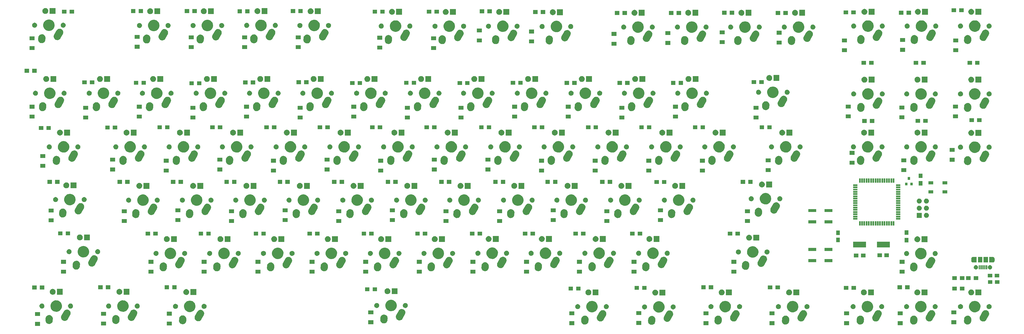
<source format=gbr>
G04 #@! TF.FileFunction,Soldermask,Bot*
%FSLAX46Y46*%
G04 Gerber Fmt 4.6, Leading zero omitted, Abs format (unit mm)*
G04 Created by KiCad (PCBNEW 4.0.7) date Thu Sep  6 10:03:13 2018*
%MOMM*%
%LPD*%
G01*
G04 APERTURE LIST*
%ADD10C,0.150000*%
G04 APERTURE END LIST*
D10*
G36*
X35239630Y-140490360D02*
X33460370Y-140490360D01*
X33460370Y-139109880D01*
X35239630Y-139109880D01*
X35239630Y-140490360D01*
X35239630Y-140490360D01*
G37*
G36*
X58689630Y-140390300D02*
X56910370Y-140390300D01*
X56910370Y-139009820D01*
X58689630Y-139009820D01*
X58689630Y-140390300D01*
X58689630Y-140390300D01*
G37*
G36*
X82089630Y-140340360D02*
X80310370Y-140340360D01*
X80310370Y-138959880D01*
X82089630Y-138959880D01*
X82089630Y-140340360D01*
X82089630Y-140340360D01*
G37*
G36*
X272715880Y-140247908D02*
X270936620Y-140247908D01*
X270936620Y-138867428D01*
X272715880Y-138867428D01*
X272715880Y-140247908D01*
X272715880Y-140247908D01*
G37*
G36*
X341772130Y-140247908D02*
X339992870Y-140247908D01*
X339992870Y-138867428D01*
X341772130Y-138867428D01*
X341772130Y-140247908D01*
X341772130Y-140247908D01*
G37*
G36*
X225090880Y-140247908D02*
X223311620Y-140247908D01*
X223311620Y-138867428D01*
X225090880Y-138867428D01*
X225090880Y-140247908D01*
X225090880Y-140247908D01*
G37*
G36*
X322722130Y-140247908D02*
X320942870Y-140247908D01*
X320942870Y-138867428D01*
X322722130Y-138867428D01*
X322722130Y-140247908D01*
X322722130Y-140247908D01*
G37*
G36*
X296189630Y-140240360D02*
X294410370Y-140240360D01*
X294410370Y-138859880D01*
X296189630Y-138859880D01*
X296189630Y-140240360D01*
X296189630Y-140240360D01*
G37*
G36*
X248839630Y-140140360D02*
X247060370Y-140140360D01*
X247060370Y-138759880D01*
X248839630Y-138759880D01*
X248839630Y-140140360D01*
X248839630Y-140140360D01*
G37*
G36*
X252944931Y-136999949D02*
X252944947Y-136999955D01*
X252944980Y-136999961D01*
X253179864Y-137090595D01*
X253392671Y-137225125D01*
X253575293Y-137398428D01*
X253720777Y-137603901D01*
X253823581Y-137833719D01*
X253879787Y-138079130D01*
X253887257Y-138330782D01*
X253887108Y-138332973D01*
X253887108Y-138332985D01*
X253863296Y-138682259D01*
X253846769Y-138924694D01*
X253845418Y-138942655D01*
X253800402Y-139190361D01*
X253708132Y-139424607D01*
X253572118Y-139636469D01*
X253397546Y-139817879D01*
X253191061Y-139961925D01*
X252960531Y-140063121D01*
X252714734Y-140117613D01*
X252714694Y-140117614D01*
X252714685Y-140117616D01*
X252463032Y-140123327D01*
X252215069Y-140080051D01*
X252215057Y-140080047D01*
X252215020Y-140080040D01*
X251980136Y-139989405D01*
X251767329Y-139854875D01*
X251584706Y-139681573D01*
X251439223Y-139476099D01*
X251336419Y-139246281D01*
X251280213Y-139000871D01*
X251272743Y-138749218D01*
X251272892Y-138747027D01*
X251272892Y-138747015D01*
X251304802Y-138278954D01*
X251313231Y-138155307D01*
X251314582Y-138137346D01*
X251359598Y-137889639D01*
X251451868Y-137655393D01*
X251587882Y-137443531D01*
X251762454Y-137262122D01*
X251968939Y-137118076D01*
X252199469Y-137016880D01*
X252445266Y-136962387D01*
X252445306Y-136962386D01*
X252445315Y-136962384D01*
X252696968Y-136956673D01*
X252944931Y-136999949D01*
X252944931Y-136999949D01*
G37*
G36*
X346044931Y-136899949D02*
X346044947Y-136899955D01*
X346044980Y-136899961D01*
X346279864Y-136990595D01*
X346492671Y-137125125D01*
X346675293Y-137298428D01*
X346820777Y-137503901D01*
X346923581Y-137733719D01*
X346979787Y-137979130D01*
X346987257Y-138230782D01*
X346987108Y-138232973D01*
X346987108Y-138232985D01*
X346963296Y-138582259D01*
X346946769Y-138824694D01*
X346945418Y-138842655D01*
X346900402Y-139090361D01*
X346808132Y-139324607D01*
X346672118Y-139536469D01*
X346497546Y-139717879D01*
X346291061Y-139861925D01*
X346060531Y-139963121D01*
X345814734Y-140017613D01*
X345814694Y-140017614D01*
X345814685Y-140017616D01*
X345563032Y-140023327D01*
X345315069Y-139980051D01*
X345315057Y-139980047D01*
X345315020Y-139980040D01*
X345080136Y-139889405D01*
X344867329Y-139754875D01*
X344684706Y-139581573D01*
X344539223Y-139376099D01*
X344436419Y-139146281D01*
X344380213Y-138900871D01*
X344372743Y-138649218D01*
X344372892Y-138647027D01*
X344372892Y-138647015D01*
X344406414Y-138155307D01*
X344413231Y-138055307D01*
X344414582Y-138037346D01*
X344459598Y-137789639D01*
X344551868Y-137555393D01*
X344687882Y-137343531D01*
X344862454Y-137162122D01*
X345068939Y-137018076D01*
X345299469Y-136916880D01*
X345545266Y-136862387D01*
X345545306Y-136862386D01*
X345545315Y-136862384D01*
X345796968Y-136856673D01*
X346044931Y-136899949D01*
X346044931Y-136899949D01*
G37*
G36*
X365194931Y-136899949D02*
X365194947Y-136899955D01*
X365194980Y-136899961D01*
X365429864Y-136990595D01*
X365642671Y-137125125D01*
X365825293Y-137298428D01*
X365970777Y-137503901D01*
X366073581Y-137733719D01*
X366129787Y-137979130D01*
X366137257Y-138230782D01*
X366137108Y-138232973D01*
X366137108Y-138232985D01*
X366113296Y-138582259D01*
X366096769Y-138824694D01*
X366095418Y-138842655D01*
X366050402Y-139090361D01*
X365958132Y-139324607D01*
X365822118Y-139536469D01*
X365647546Y-139717879D01*
X365441061Y-139861925D01*
X365210531Y-139963121D01*
X364964734Y-140017613D01*
X364964694Y-140017614D01*
X364964685Y-140017616D01*
X364713032Y-140023327D01*
X364465069Y-139980051D01*
X364465057Y-139980047D01*
X364465020Y-139980040D01*
X364230136Y-139889405D01*
X364017329Y-139754875D01*
X363834706Y-139581573D01*
X363689223Y-139376099D01*
X363586419Y-139146281D01*
X363530213Y-138900871D01*
X363522743Y-138649218D01*
X363522892Y-138647027D01*
X363522892Y-138647015D01*
X363556414Y-138155307D01*
X363563231Y-138055307D01*
X363564582Y-138037346D01*
X363609598Y-137789639D01*
X363701868Y-137555393D01*
X363837882Y-137343531D01*
X364012454Y-137162122D01*
X364218939Y-137018076D01*
X364449469Y-136916880D01*
X364695266Y-136862387D01*
X364695306Y-136862386D01*
X364695315Y-136862384D01*
X364946968Y-136856673D01*
X365194931Y-136899949D01*
X365194931Y-136899949D01*
G37*
G36*
X300494931Y-136899949D02*
X300494947Y-136899955D01*
X300494980Y-136899961D01*
X300729864Y-136990595D01*
X300942671Y-137125125D01*
X301125293Y-137298428D01*
X301270777Y-137503901D01*
X301373581Y-137733719D01*
X301429787Y-137979130D01*
X301437257Y-138230782D01*
X301437108Y-138232973D01*
X301437108Y-138232985D01*
X301413296Y-138582259D01*
X301396769Y-138824694D01*
X301395418Y-138842655D01*
X301350402Y-139090361D01*
X301258132Y-139324607D01*
X301122118Y-139536469D01*
X300947546Y-139717879D01*
X300741061Y-139861925D01*
X300510531Y-139963121D01*
X300264734Y-140017613D01*
X300264694Y-140017614D01*
X300264685Y-140017616D01*
X300013032Y-140023327D01*
X299765069Y-139980051D01*
X299765057Y-139980047D01*
X299765020Y-139980040D01*
X299530136Y-139889405D01*
X299317329Y-139754875D01*
X299134706Y-139581573D01*
X298989223Y-139376099D01*
X298886419Y-139146281D01*
X298830213Y-138900871D01*
X298822743Y-138649218D01*
X298822892Y-138647027D01*
X298822892Y-138647015D01*
X298856414Y-138155307D01*
X298863231Y-138055307D01*
X298864582Y-138037346D01*
X298909598Y-137789639D01*
X299001868Y-137555393D01*
X299137882Y-137343531D01*
X299312454Y-137162122D01*
X299518939Y-137018076D01*
X299749469Y-136916880D01*
X299995266Y-136862387D01*
X299995306Y-136862386D01*
X299995315Y-136862384D01*
X300246968Y-136856673D01*
X300494931Y-136899949D01*
X300494931Y-136899949D01*
G37*
G36*
X276544931Y-136899949D02*
X276544947Y-136899955D01*
X276544980Y-136899961D01*
X276779864Y-136990595D01*
X276992671Y-137125125D01*
X277175293Y-137298428D01*
X277320777Y-137503901D01*
X277423581Y-137733719D01*
X277479787Y-137979130D01*
X277487257Y-138230782D01*
X277487108Y-138232973D01*
X277487108Y-138232985D01*
X277463296Y-138582259D01*
X277446769Y-138824694D01*
X277445418Y-138842655D01*
X277400402Y-139090361D01*
X277308132Y-139324607D01*
X277172118Y-139536469D01*
X276997546Y-139717879D01*
X276791061Y-139861925D01*
X276560531Y-139963121D01*
X276314734Y-140017613D01*
X276314694Y-140017614D01*
X276314685Y-140017616D01*
X276063032Y-140023327D01*
X275815069Y-139980051D01*
X275815057Y-139980047D01*
X275815020Y-139980040D01*
X275580136Y-139889405D01*
X275367329Y-139754875D01*
X275184706Y-139581573D01*
X275039223Y-139376099D01*
X274936419Y-139146281D01*
X274880213Y-138900871D01*
X274872743Y-138649218D01*
X274872892Y-138647027D01*
X274872892Y-138647015D01*
X274906414Y-138155307D01*
X274913231Y-138055307D01*
X274914582Y-138037346D01*
X274959598Y-137789639D01*
X275051868Y-137555393D01*
X275187882Y-137343531D01*
X275362454Y-137162122D01*
X275568939Y-137018076D01*
X275799469Y-136916880D01*
X276045266Y-136862387D01*
X276045306Y-136862386D01*
X276045315Y-136862384D01*
X276296968Y-136856673D01*
X276544931Y-136899949D01*
X276544931Y-136899949D01*
G37*
G36*
X327044931Y-136899949D02*
X327044947Y-136899955D01*
X327044980Y-136899961D01*
X327279864Y-136990595D01*
X327492671Y-137125125D01*
X327675293Y-137298428D01*
X327820777Y-137503901D01*
X327923581Y-137733719D01*
X327979787Y-137979130D01*
X327987257Y-138230782D01*
X327987108Y-138232973D01*
X327987108Y-138232985D01*
X327963296Y-138582259D01*
X327946769Y-138824694D01*
X327945418Y-138842655D01*
X327900402Y-139090361D01*
X327808132Y-139324607D01*
X327672118Y-139536469D01*
X327497546Y-139717879D01*
X327291061Y-139861925D01*
X327060531Y-139963121D01*
X326814734Y-140017613D01*
X326814694Y-140017614D01*
X326814685Y-140017616D01*
X326563032Y-140023327D01*
X326315069Y-139980051D01*
X326315057Y-139980047D01*
X326315020Y-139980040D01*
X326080136Y-139889405D01*
X325867329Y-139754875D01*
X325684706Y-139581573D01*
X325539223Y-139376099D01*
X325436419Y-139146281D01*
X325380213Y-138900871D01*
X325372743Y-138649218D01*
X325372892Y-138647027D01*
X325372892Y-138647015D01*
X325406414Y-138155307D01*
X325413231Y-138055307D01*
X325414582Y-138037346D01*
X325459598Y-137789639D01*
X325551868Y-137555393D01*
X325687882Y-137343531D01*
X325862454Y-137162122D01*
X326068939Y-137018076D01*
X326299469Y-136916880D01*
X326545266Y-136862387D01*
X326545306Y-136862386D01*
X326545315Y-136862384D01*
X326796968Y-136856673D01*
X327044931Y-136899949D01*
X327044931Y-136899949D01*
G37*
G36*
X229194931Y-136899949D02*
X229194947Y-136899955D01*
X229194980Y-136899961D01*
X229429864Y-136990595D01*
X229642671Y-137125125D01*
X229825293Y-137298428D01*
X229970777Y-137503901D01*
X230073581Y-137733719D01*
X230129787Y-137979130D01*
X230137257Y-138230782D01*
X230137108Y-138232973D01*
X230137108Y-138232985D01*
X230113296Y-138582259D01*
X230096769Y-138824694D01*
X230095418Y-138842655D01*
X230050402Y-139090361D01*
X229958132Y-139324607D01*
X229822118Y-139536469D01*
X229647546Y-139717879D01*
X229441061Y-139861925D01*
X229210531Y-139963121D01*
X228964734Y-140017613D01*
X228964694Y-140017614D01*
X228964685Y-140017616D01*
X228713032Y-140023327D01*
X228465069Y-139980051D01*
X228465057Y-139980047D01*
X228465020Y-139980040D01*
X228230136Y-139889405D01*
X228017329Y-139754875D01*
X227834706Y-139581573D01*
X227689223Y-139376099D01*
X227586419Y-139146281D01*
X227530213Y-138900871D01*
X227522743Y-138649218D01*
X227522892Y-138647027D01*
X227522892Y-138647015D01*
X227556414Y-138155307D01*
X227563231Y-138055307D01*
X227564582Y-138037346D01*
X227609598Y-137789639D01*
X227701868Y-137555393D01*
X227837882Y-137343531D01*
X228012454Y-137162122D01*
X228218939Y-137018076D01*
X228449469Y-136916880D01*
X228695266Y-136862387D01*
X228695306Y-136862386D01*
X228695315Y-136862384D01*
X228946968Y-136856673D01*
X229194931Y-136899949D01*
X229194931Y-136899949D01*
G37*
G36*
X86294931Y-136799949D02*
X86294947Y-136799955D01*
X86294980Y-136799961D01*
X86529864Y-136890595D01*
X86742671Y-137025125D01*
X86925293Y-137198428D01*
X87070777Y-137403901D01*
X87173581Y-137633719D01*
X87229787Y-137879130D01*
X87237257Y-138130782D01*
X87237108Y-138132973D01*
X87237108Y-138132985D01*
X87217221Y-138424694D01*
X87196769Y-138724694D01*
X87195418Y-138742655D01*
X87150402Y-138990361D01*
X87058132Y-139224607D01*
X86922118Y-139436469D01*
X86747546Y-139617879D01*
X86541061Y-139761925D01*
X86310531Y-139863121D01*
X86064734Y-139917613D01*
X86064694Y-139917614D01*
X86064685Y-139917616D01*
X85813032Y-139923327D01*
X85565069Y-139880051D01*
X85565057Y-139880047D01*
X85565020Y-139880040D01*
X85330136Y-139789405D01*
X85117329Y-139654875D01*
X84934706Y-139481573D01*
X84789223Y-139276099D01*
X84686419Y-139046281D01*
X84630213Y-138800871D01*
X84622743Y-138549218D01*
X84622892Y-138547027D01*
X84622892Y-138547015D01*
X84656414Y-138055307D01*
X84663231Y-137955307D01*
X84664582Y-137937346D01*
X84709598Y-137689639D01*
X84801868Y-137455393D01*
X84937882Y-137243531D01*
X85112454Y-137062122D01*
X85318939Y-136918076D01*
X85549469Y-136816880D01*
X85795266Y-136762387D01*
X85795306Y-136762386D01*
X85795315Y-136762384D01*
X86046968Y-136756673D01*
X86294931Y-136799949D01*
X86294931Y-136799949D01*
G37*
G36*
X153653380Y-139892692D02*
X151874120Y-139892692D01*
X151874120Y-138512212D01*
X153653380Y-138512212D01*
X153653380Y-139892692D01*
X153653380Y-139892692D01*
G37*
G36*
X360822130Y-139892692D02*
X359042870Y-139892692D01*
X359042870Y-138512212D01*
X360822130Y-138512212D01*
X360822130Y-139892692D01*
X360822130Y-139892692D01*
G37*
G36*
X62544931Y-136699949D02*
X62544947Y-136699955D01*
X62544980Y-136699961D01*
X62779864Y-136790595D01*
X62992671Y-136925125D01*
X63175293Y-137098428D01*
X63320777Y-137303901D01*
X63423581Y-137533719D01*
X63479787Y-137779130D01*
X63487257Y-138030782D01*
X63487108Y-138032973D01*
X63487108Y-138032985D01*
X63463296Y-138382259D01*
X63446769Y-138624694D01*
X63445418Y-138642655D01*
X63400402Y-138890361D01*
X63308132Y-139124607D01*
X63172118Y-139336469D01*
X62997546Y-139517879D01*
X62791061Y-139661925D01*
X62560531Y-139763121D01*
X62314734Y-139817613D01*
X62314694Y-139817614D01*
X62314685Y-139817616D01*
X62063032Y-139823327D01*
X61815069Y-139780051D01*
X61815057Y-139780047D01*
X61815020Y-139780040D01*
X61580136Y-139689405D01*
X61367329Y-139554875D01*
X61184706Y-139381573D01*
X61039223Y-139176099D01*
X60936419Y-138946281D01*
X60880213Y-138700871D01*
X60872743Y-138449218D01*
X60872892Y-138447027D01*
X60872892Y-138447015D01*
X60906414Y-137955307D01*
X60913231Y-137855307D01*
X60914582Y-137837346D01*
X60959598Y-137589639D01*
X61051868Y-137355393D01*
X61187882Y-137143531D01*
X61362454Y-136962122D01*
X61568939Y-136818076D01*
X61799469Y-136716880D01*
X62045266Y-136662387D01*
X62045306Y-136662386D01*
X62045315Y-136662384D01*
X62296968Y-136656673D01*
X62544931Y-136699949D01*
X62544931Y-136699949D01*
G37*
G36*
X38844931Y-136699949D02*
X38844947Y-136699955D01*
X38844980Y-136699961D01*
X39079864Y-136790595D01*
X39292671Y-136925125D01*
X39475293Y-137098428D01*
X39620777Y-137303901D01*
X39723581Y-137533719D01*
X39779787Y-137779130D01*
X39787257Y-138030782D01*
X39787108Y-138032973D01*
X39787108Y-138032985D01*
X39763296Y-138382259D01*
X39746769Y-138624694D01*
X39745418Y-138642655D01*
X39700402Y-138890361D01*
X39608132Y-139124607D01*
X39472118Y-139336469D01*
X39297546Y-139517879D01*
X39091061Y-139661925D01*
X38860531Y-139763121D01*
X38614734Y-139817613D01*
X38614694Y-139817614D01*
X38614685Y-139817616D01*
X38363032Y-139823327D01*
X38115069Y-139780051D01*
X38115057Y-139780047D01*
X38115020Y-139780040D01*
X37880136Y-139689405D01*
X37667329Y-139554875D01*
X37484706Y-139381573D01*
X37339223Y-139176099D01*
X37236419Y-138946281D01*
X37180213Y-138700871D01*
X37172743Y-138449218D01*
X37172892Y-138447027D01*
X37172892Y-138447015D01*
X37206414Y-137955307D01*
X37213231Y-137855307D01*
X37214582Y-137837346D01*
X37259598Y-137589639D01*
X37351868Y-137355393D01*
X37487882Y-137143531D01*
X37662454Y-136962122D01*
X37868939Y-136818076D01*
X38099469Y-136716880D01*
X38345266Y-136662387D01*
X38345306Y-136662386D01*
X38345315Y-136662384D01*
X38596968Y-136656673D01*
X38844931Y-136699949D01*
X38844931Y-136699949D01*
G37*
G36*
X157794931Y-136499949D02*
X157794947Y-136499955D01*
X157794980Y-136499961D01*
X158029864Y-136590595D01*
X158242671Y-136725125D01*
X158425293Y-136898428D01*
X158570777Y-137103901D01*
X158673581Y-137333719D01*
X158729787Y-137579130D01*
X158737257Y-137830782D01*
X158737108Y-137832973D01*
X158737108Y-137832985D01*
X158715139Y-138155229D01*
X158696769Y-138424694D01*
X158695418Y-138442655D01*
X158650402Y-138690361D01*
X158558132Y-138924607D01*
X158422118Y-139136469D01*
X158247546Y-139317879D01*
X158041061Y-139461925D01*
X157810531Y-139563121D01*
X157564734Y-139617613D01*
X157564694Y-139617614D01*
X157564685Y-139617616D01*
X157313032Y-139623327D01*
X157065069Y-139580051D01*
X157065057Y-139580047D01*
X157065020Y-139580040D01*
X156830136Y-139489405D01*
X156617329Y-139354875D01*
X156434706Y-139181573D01*
X156289223Y-138976099D01*
X156186419Y-138746281D01*
X156130213Y-138500871D01*
X156122743Y-138249218D01*
X156122892Y-138247027D01*
X156122892Y-138247015D01*
X156152747Y-137809100D01*
X156163231Y-137655307D01*
X156164582Y-137637346D01*
X156209598Y-137389639D01*
X156301868Y-137155393D01*
X156437882Y-136943531D01*
X156612454Y-136762122D01*
X156818939Y-136618076D01*
X157049469Y-136516880D01*
X157295266Y-136462387D01*
X157295306Y-136462386D01*
X157295315Y-136462384D01*
X157546968Y-136456673D01*
X157794931Y-136499949D01*
X157794931Y-136499949D01*
G37*
G36*
X259073774Y-135000812D02*
X259319428Y-135055946D01*
X259319458Y-135055959D01*
X259319470Y-135055962D01*
X259549689Y-135157741D01*
X259755759Y-135302300D01*
X259755768Y-135302310D01*
X259755800Y-135302332D01*
X259929897Y-135484197D01*
X260065355Y-135696415D01*
X260157013Y-135930901D01*
X260201380Y-136178724D01*
X260196766Y-136430446D01*
X260143348Y-136676478D01*
X260043159Y-136907448D01*
X259223973Y-138382259D01*
X259222223Y-138385410D01*
X259214407Y-138399253D01*
X259214402Y-138399260D01*
X259213411Y-138401015D01*
X259067390Y-138606108D01*
X258884314Y-138778932D01*
X258671156Y-138912904D01*
X258436036Y-139002924D01*
X258187908Y-139045560D01*
X257936225Y-139039189D01*
X257690572Y-138984054D01*
X257690542Y-138984041D01*
X257690530Y-138984038D01*
X257460311Y-138882259D01*
X257254241Y-138737700D01*
X257254232Y-138737690D01*
X257254200Y-138737668D01*
X257080103Y-138555803D01*
X256944645Y-138343586D01*
X256852987Y-138109100D01*
X256808620Y-137861276D01*
X256813233Y-137609555D01*
X256866652Y-137363523D01*
X256966841Y-137132553D01*
X257787733Y-135654669D01*
X257787740Y-135654656D01*
X257787777Y-135654590D01*
X257795593Y-135640747D01*
X257795598Y-135640740D01*
X257796589Y-135638985D01*
X257942610Y-135433893D01*
X258125685Y-135261068D01*
X258338844Y-135127096D01*
X258573964Y-135037076D01*
X258822091Y-134994440D01*
X259073774Y-135000812D01*
X259073774Y-135000812D01*
G37*
G36*
X333173774Y-134900812D02*
X333419428Y-134955946D01*
X333419458Y-134955959D01*
X333419470Y-134955962D01*
X333649689Y-135057741D01*
X333855759Y-135202300D01*
X333855768Y-135202310D01*
X333855800Y-135202332D01*
X334029897Y-135384197D01*
X334165355Y-135596415D01*
X334257013Y-135830901D01*
X334301380Y-136078724D01*
X334296766Y-136330446D01*
X334243348Y-136576478D01*
X334143159Y-136807448D01*
X333348741Y-138237668D01*
X333322223Y-138285410D01*
X333314407Y-138299253D01*
X333314402Y-138299260D01*
X333313411Y-138301015D01*
X333167390Y-138506108D01*
X332984314Y-138678932D01*
X332771156Y-138812904D01*
X332536036Y-138902924D01*
X332287908Y-138945560D01*
X332036225Y-138939189D01*
X331790572Y-138884054D01*
X331790542Y-138884041D01*
X331790530Y-138884038D01*
X331560311Y-138782259D01*
X331354241Y-138637700D01*
X331354232Y-138637690D01*
X331354200Y-138637668D01*
X331180103Y-138455803D01*
X331044645Y-138243586D01*
X330952987Y-138009100D01*
X330908620Y-137761276D01*
X330913233Y-137509555D01*
X330966652Y-137263523D01*
X331066841Y-137032553D01*
X331887733Y-135554669D01*
X331887740Y-135554656D01*
X331887777Y-135554590D01*
X331895593Y-135540747D01*
X331895598Y-135540740D01*
X331896589Y-135538985D01*
X332042610Y-135333893D01*
X332225685Y-135161068D01*
X332438844Y-135027096D01*
X332673964Y-134937076D01*
X332922091Y-134894440D01*
X333173774Y-134900812D01*
X333173774Y-134900812D01*
G37*
G36*
X352173774Y-134900812D02*
X352419428Y-134955946D01*
X352419458Y-134955959D01*
X352419470Y-134955962D01*
X352649689Y-135057741D01*
X352855759Y-135202300D01*
X352855768Y-135202310D01*
X352855800Y-135202332D01*
X353029897Y-135384197D01*
X353165355Y-135596415D01*
X353257013Y-135830901D01*
X353301380Y-136078724D01*
X353296766Y-136330446D01*
X353243348Y-136576478D01*
X353143159Y-136807448D01*
X352348741Y-138237668D01*
X352322223Y-138285410D01*
X352314407Y-138299253D01*
X352314402Y-138299260D01*
X352313411Y-138301015D01*
X352167390Y-138506108D01*
X351984314Y-138678932D01*
X351771156Y-138812904D01*
X351536036Y-138902924D01*
X351287908Y-138945560D01*
X351036225Y-138939189D01*
X350790572Y-138884054D01*
X350790542Y-138884041D01*
X350790530Y-138884038D01*
X350560311Y-138782259D01*
X350354241Y-138637700D01*
X350354232Y-138637690D01*
X350354200Y-138637668D01*
X350180103Y-138455803D01*
X350044645Y-138243586D01*
X349952987Y-138009100D01*
X349908620Y-137761276D01*
X349913233Y-137509555D01*
X349966652Y-137263523D01*
X350066841Y-137032553D01*
X350887733Y-135554669D01*
X350887740Y-135554656D01*
X350887777Y-135554590D01*
X350895593Y-135540747D01*
X350895598Y-135540740D01*
X350896589Y-135538985D01*
X351042610Y-135333893D01*
X351225685Y-135161068D01*
X351438844Y-135027096D01*
X351673964Y-134937076D01*
X351922091Y-134894440D01*
X352173774Y-134900812D01*
X352173774Y-134900812D01*
G37*
G36*
X371323774Y-134900812D02*
X371569428Y-134955946D01*
X371569458Y-134955959D01*
X371569470Y-134955962D01*
X371799689Y-135057741D01*
X372005759Y-135202300D01*
X372005768Y-135202310D01*
X372005800Y-135202332D01*
X372179897Y-135384197D01*
X372315355Y-135596415D01*
X372407013Y-135830901D01*
X372451380Y-136078724D01*
X372446766Y-136330446D01*
X372393348Y-136576478D01*
X372293159Y-136807448D01*
X371498741Y-138237668D01*
X371472223Y-138285410D01*
X371464407Y-138299253D01*
X371464402Y-138299260D01*
X371463411Y-138301015D01*
X371317390Y-138506108D01*
X371134314Y-138678932D01*
X370921156Y-138812904D01*
X370686036Y-138902924D01*
X370437908Y-138945560D01*
X370186225Y-138939189D01*
X369940572Y-138884054D01*
X369940542Y-138884041D01*
X369940530Y-138884038D01*
X369710311Y-138782259D01*
X369504241Y-138637700D01*
X369504232Y-138637690D01*
X369504200Y-138637668D01*
X369330103Y-138455803D01*
X369194645Y-138243586D01*
X369102987Y-138009100D01*
X369058620Y-137761276D01*
X369063233Y-137509555D01*
X369116652Y-137263523D01*
X369216841Y-137032553D01*
X370037733Y-135554669D01*
X370037740Y-135554656D01*
X370037777Y-135554590D01*
X370045593Y-135540747D01*
X370045598Y-135540740D01*
X370046589Y-135538985D01*
X370192610Y-135333893D01*
X370375685Y-135161068D01*
X370588844Y-135027096D01*
X370823964Y-134937076D01*
X371072091Y-134894440D01*
X371323774Y-134900812D01*
X371323774Y-134900812D01*
G37*
G36*
X306623774Y-134900812D02*
X306869428Y-134955946D01*
X306869458Y-134955959D01*
X306869470Y-134955962D01*
X307099689Y-135057741D01*
X307305759Y-135202300D01*
X307305768Y-135202310D01*
X307305800Y-135202332D01*
X307479897Y-135384197D01*
X307615355Y-135596415D01*
X307707013Y-135830901D01*
X307751380Y-136078724D01*
X307746766Y-136330446D01*
X307693348Y-136576478D01*
X307593159Y-136807448D01*
X306798741Y-138237668D01*
X306772223Y-138285410D01*
X306764407Y-138299253D01*
X306764402Y-138299260D01*
X306763411Y-138301015D01*
X306617390Y-138506108D01*
X306434314Y-138678932D01*
X306221156Y-138812904D01*
X305986036Y-138902924D01*
X305737908Y-138945560D01*
X305486225Y-138939189D01*
X305240572Y-138884054D01*
X305240542Y-138884041D01*
X305240530Y-138884038D01*
X305010311Y-138782259D01*
X304804241Y-138637700D01*
X304804232Y-138637690D01*
X304804200Y-138637668D01*
X304630103Y-138455803D01*
X304494645Y-138243586D01*
X304402987Y-138009100D01*
X304358620Y-137761276D01*
X304363233Y-137509555D01*
X304416652Y-137263523D01*
X304516841Y-137032553D01*
X305337733Y-135554669D01*
X305337740Y-135554656D01*
X305337777Y-135554590D01*
X305345593Y-135540747D01*
X305345598Y-135540740D01*
X305346589Y-135538985D01*
X305492610Y-135333893D01*
X305675685Y-135161068D01*
X305888844Y-135027096D01*
X306123964Y-134937076D01*
X306372091Y-134894440D01*
X306623774Y-134900812D01*
X306623774Y-134900812D01*
G37*
G36*
X282673774Y-134900812D02*
X282919428Y-134955946D01*
X282919458Y-134955959D01*
X282919470Y-134955962D01*
X283149689Y-135057741D01*
X283355759Y-135202300D01*
X283355768Y-135202310D01*
X283355800Y-135202332D01*
X283529897Y-135384197D01*
X283665355Y-135596415D01*
X283757013Y-135830901D01*
X283801380Y-136078724D01*
X283796766Y-136330446D01*
X283743348Y-136576478D01*
X283643159Y-136807448D01*
X282848741Y-138237668D01*
X282822223Y-138285410D01*
X282814407Y-138299253D01*
X282814402Y-138299260D01*
X282813411Y-138301015D01*
X282667390Y-138506108D01*
X282484314Y-138678932D01*
X282271156Y-138812904D01*
X282036036Y-138902924D01*
X281787908Y-138945560D01*
X281536225Y-138939189D01*
X281290572Y-138884054D01*
X281290542Y-138884041D01*
X281290530Y-138884038D01*
X281060311Y-138782259D01*
X280854241Y-138637700D01*
X280854232Y-138637690D01*
X280854200Y-138637668D01*
X280680103Y-138455803D01*
X280544645Y-138243586D01*
X280452987Y-138009100D01*
X280408620Y-137761276D01*
X280413233Y-137509555D01*
X280466652Y-137263523D01*
X280566841Y-137032553D01*
X281387733Y-135554669D01*
X281387740Y-135554656D01*
X281387777Y-135554590D01*
X281395593Y-135540747D01*
X281395598Y-135540740D01*
X281396589Y-135538985D01*
X281542610Y-135333893D01*
X281725685Y-135161068D01*
X281938844Y-135027096D01*
X282173964Y-134937076D01*
X282422091Y-134894440D01*
X282673774Y-134900812D01*
X282673774Y-134900812D01*
G37*
G36*
X235323774Y-134900812D02*
X235569428Y-134955946D01*
X235569458Y-134955959D01*
X235569470Y-134955962D01*
X235799689Y-135057741D01*
X236005759Y-135202300D01*
X236005768Y-135202310D01*
X236005800Y-135202332D01*
X236179897Y-135384197D01*
X236315355Y-135596415D01*
X236407013Y-135830901D01*
X236451380Y-136078724D01*
X236446766Y-136330446D01*
X236393348Y-136576478D01*
X236293159Y-136807448D01*
X235498741Y-138237668D01*
X235472223Y-138285410D01*
X235464407Y-138299253D01*
X235464402Y-138299260D01*
X235463411Y-138301015D01*
X235317390Y-138506108D01*
X235134314Y-138678932D01*
X234921156Y-138812904D01*
X234686036Y-138902924D01*
X234437908Y-138945560D01*
X234186225Y-138939189D01*
X233940572Y-138884054D01*
X233940542Y-138884041D01*
X233940530Y-138884038D01*
X233710311Y-138782259D01*
X233504241Y-138637700D01*
X233504232Y-138637690D01*
X233504200Y-138637668D01*
X233330103Y-138455803D01*
X233194645Y-138243586D01*
X233102987Y-138009100D01*
X233058620Y-137761276D01*
X233063233Y-137509555D01*
X233116652Y-137263523D01*
X233216841Y-137032553D01*
X234037733Y-135554669D01*
X234037740Y-135554656D01*
X234037777Y-135554590D01*
X234045593Y-135540747D01*
X234045598Y-135540740D01*
X234046589Y-135538985D01*
X234192610Y-135333893D01*
X234375685Y-135161068D01*
X234588844Y-135027096D01*
X234823964Y-134937076D01*
X235072091Y-134894440D01*
X235323774Y-134900812D01*
X235323774Y-134900812D01*
G37*
G36*
X92423774Y-134800812D02*
X92669428Y-134855946D01*
X92669458Y-134855959D01*
X92669470Y-134855962D01*
X92899689Y-134957741D01*
X93105759Y-135102300D01*
X93105768Y-135102310D01*
X93105800Y-135102332D01*
X93279897Y-135284197D01*
X93415355Y-135496415D01*
X93507013Y-135730901D01*
X93551380Y-135978724D01*
X93546766Y-136230446D01*
X93493348Y-136476478D01*
X93393159Y-136707448D01*
X92598920Y-138137346D01*
X92572223Y-138185410D01*
X92564407Y-138199253D01*
X92564402Y-138199260D01*
X92563411Y-138201015D01*
X92417390Y-138406108D01*
X92234314Y-138578932D01*
X92021156Y-138712904D01*
X91786036Y-138802924D01*
X91537908Y-138845560D01*
X91286225Y-138839189D01*
X91040572Y-138784054D01*
X91040542Y-138784041D01*
X91040530Y-138784038D01*
X90810311Y-138682259D01*
X90604241Y-138537700D01*
X90604232Y-138537690D01*
X90604200Y-138537668D01*
X90430103Y-138355803D01*
X90294645Y-138143586D01*
X90202987Y-137909100D01*
X90158620Y-137661276D01*
X90163233Y-137409555D01*
X90216652Y-137163523D01*
X90316841Y-136932553D01*
X91137733Y-135454669D01*
X91137740Y-135454656D01*
X91137777Y-135454590D01*
X91145593Y-135440747D01*
X91145598Y-135440740D01*
X91146589Y-135438985D01*
X91292610Y-135233893D01*
X91475685Y-135061068D01*
X91688844Y-134927096D01*
X91923964Y-134837076D01*
X92172091Y-134794440D01*
X92423774Y-134800812D01*
X92423774Y-134800812D01*
G37*
G36*
X44973774Y-134700812D02*
X45219428Y-134755946D01*
X45219458Y-134755959D01*
X45219470Y-134755962D01*
X45449689Y-134857741D01*
X45655759Y-135002300D01*
X45655768Y-135002310D01*
X45655800Y-135002332D01*
X45829897Y-135184197D01*
X45965355Y-135396415D01*
X46057013Y-135630901D01*
X46101380Y-135878724D01*
X46096766Y-136130446D01*
X46043348Y-136376478D01*
X45943159Y-136607448D01*
X45148920Y-138037346D01*
X45122223Y-138085410D01*
X45114407Y-138099253D01*
X45114402Y-138099260D01*
X45113411Y-138101015D01*
X44967390Y-138306108D01*
X44784314Y-138478932D01*
X44571156Y-138612904D01*
X44336036Y-138702924D01*
X44087908Y-138745560D01*
X43836225Y-138739189D01*
X43590572Y-138684054D01*
X43590542Y-138684041D01*
X43590530Y-138684038D01*
X43360311Y-138582259D01*
X43154241Y-138437700D01*
X43154232Y-138437690D01*
X43154200Y-138437668D01*
X42980103Y-138255803D01*
X42844645Y-138043586D01*
X42752987Y-137809100D01*
X42708620Y-137561276D01*
X42713233Y-137309555D01*
X42766652Y-137063523D01*
X42866841Y-136832553D01*
X43687733Y-135354669D01*
X43687740Y-135354656D01*
X43687777Y-135354590D01*
X43695593Y-135340747D01*
X43695598Y-135340740D01*
X43696589Y-135338985D01*
X43842610Y-135133893D01*
X44025685Y-134961068D01*
X44238844Y-134827096D01*
X44473964Y-134737076D01*
X44722091Y-134694440D01*
X44973774Y-134700812D01*
X44973774Y-134700812D01*
G37*
G36*
X68673774Y-134700812D02*
X68919428Y-134755946D01*
X68919458Y-134755959D01*
X68919470Y-134755962D01*
X69149689Y-134857741D01*
X69355759Y-135002300D01*
X69355768Y-135002310D01*
X69355800Y-135002332D01*
X69529897Y-135184197D01*
X69665355Y-135396415D01*
X69757013Y-135630901D01*
X69801380Y-135878724D01*
X69796766Y-136130446D01*
X69743348Y-136376478D01*
X69643159Y-136607448D01*
X68848920Y-138037346D01*
X68822223Y-138085410D01*
X68814407Y-138099253D01*
X68814402Y-138099260D01*
X68813411Y-138101015D01*
X68667390Y-138306108D01*
X68484314Y-138478932D01*
X68271156Y-138612904D01*
X68036036Y-138702924D01*
X67787908Y-138745560D01*
X67536225Y-138739189D01*
X67290572Y-138684054D01*
X67290542Y-138684041D01*
X67290530Y-138684038D01*
X67060311Y-138582259D01*
X66854241Y-138437700D01*
X66854232Y-138437690D01*
X66854200Y-138437668D01*
X66680103Y-138255803D01*
X66544645Y-138043586D01*
X66452987Y-137809100D01*
X66408620Y-137561276D01*
X66413233Y-137309555D01*
X66466652Y-137063523D01*
X66566841Y-136832553D01*
X67387733Y-135354669D01*
X67387740Y-135354656D01*
X67387777Y-135354590D01*
X67395593Y-135340747D01*
X67395598Y-135340740D01*
X67396589Y-135338985D01*
X67542610Y-135133893D01*
X67725685Y-134961068D01*
X67938844Y-134827096D01*
X68173964Y-134737076D01*
X68422091Y-134694440D01*
X68673774Y-134700812D01*
X68673774Y-134700812D01*
G37*
G36*
X163923774Y-134500812D02*
X164169428Y-134555946D01*
X164169458Y-134555959D01*
X164169470Y-134555962D01*
X164399689Y-134657741D01*
X164605759Y-134802300D01*
X164605768Y-134802310D01*
X164605800Y-134802332D01*
X164779897Y-134984197D01*
X164915355Y-135196415D01*
X165007013Y-135430901D01*
X165051380Y-135678724D01*
X165046766Y-135930446D01*
X164993348Y-136176478D01*
X164893159Y-136407448D01*
X164101024Y-137833558D01*
X164072223Y-137885410D01*
X164064407Y-137899253D01*
X164064402Y-137899260D01*
X164063411Y-137901015D01*
X163917390Y-138106108D01*
X163734314Y-138278932D01*
X163521156Y-138412904D01*
X163286036Y-138502924D01*
X163037908Y-138545560D01*
X162786225Y-138539189D01*
X162540572Y-138484054D01*
X162540542Y-138484041D01*
X162540530Y-138484038D01*
X162310311Y-138382259D01*
X162104241Y-138237700D01*
X162104232Y-138237690D01*
X162104200Y-138237668D01*
X161930103Y-138055803D01*
X161794645Y-137843586D01*
X161702987Y-137609100D01*
X161658620Y-137361276D01*
X161663233Y-137109555D01*
X161716652Y-136863523D01*
X161816841Y-136632553D01*
X162637733Y-135154669D01*
X162637740Y-135154656D01*
X162637777Y-135154590D01*
X162645593Y-135140747D01*
X162645598Y-135140740D01*
X162646589Y-135138985D01*
X162792610Y-134933893D01*
X162975685Y-134761068D01*
X163188844Y-134627096D01*
X163423964Y-134537076D01*
X163672091Y-134494440D01*
X163923774Y-134500812D01*
X163923774Y-134500812D01*
G37*
G36*
X35239630Y-136990240D02*
X33460370Y-136990240D01*
X33460370Y-135609760D01*
X35239630Y-135609760D01*
X35239630Y-136990240D01*
X35239630Y-136990240D01*
G37*
G36*
X58689630Y-136890180D02*
X56910370Y-136890180D01*
X56910370Y-135509700D01*
X58689630Y-135509700D01*
X58689630Y-136890180D01*
X58689630Y-136890180D01*
G37*
G36*
X82089630Y-136840240D02*
X80310370Y-136840240D01*
X80310370Y-135459760D01*
X82089630Y-135459760D01*
X82089630Y-136840240D01*
X82089630Y-136840240D01*
G37*
G36*
X272715880Y-136747788D02*
X270936620Y-136747788D01*
X270936620Y-135367308D01*
X272715880Y-135367308D01*
X272715880Y-136747788D01*
X272715880Y-136747788D01*
G37*
G36*
X225090880Y-136747788D02*
X223311620Y-136747788D01*
X223311620Y-135367308D01*
X225090880Y-135367308D01*
X225090880Y-136747788D01*
X225090880Y-136747788D01*
G37*
G36*
X341772130Y-136747788D02*
X339992870Y-136747788D01*
X339992870Y-135367308D01*
X341772130Y-135367308D01*
X341772130Y-136747788D01*
X341772130Y-136747788D01*
G37*
G36*
X322722130Y-136747788D02*
X320942870Y-136747788D01*
X320942870Y-135367308D01*
X322722130Y-135367308D01*
X322722130Y-136747788D01*
X322722130Y-136747788D01*
G37*
G36*
X296189630Y-136740240D02*
X294410370Y-136740240D01*
X294410370Y-135359760D01*
X296189630Y-135359760D01*
X296189630Y-136740240D01*
X296189630Y-136740240D01*
G37*
G36*
X248839630Y-136640240D02*
X247060370Y-136640240D01*
X247060370Y-135259760D01*
X248839630Y-135259760D01*
X248839630Y-136640240D01*
X248839630Y-136640240D01*
G37*
G36*
X360822130Y-136392572D02*
X359042870Y-136392572D01*
X359042870Y-135012092D01*
X360822130Y-135012092D01*
X360822130Y-136392572D01*
X360822130Y-136392572D01*
G37*
G36*
X153653380Y-136392572D02*
X151874120Y-136392572D01*
X151874120Y-135012092D01*
X153653380Y-135012092D01*
X153653380Y-136392572D01*
X153653380Y-136392572D01*
G37*
G36*
X255313629Y-131717448D02*
X255704354Y-131797653D01*
X256072054Y-131952219D01*
X256402733Y-132175265D01*
X256683792Y-132458293D01*
X256904524Y-132790519D01*
X257056520Y-133159290D01*
X257133926Y-133550222D01*
X257133926Y-133550231D01*
X257133992Y-133550565D01*
X257127630Y-134006149D01*
X257127554Y-134006483D01*
X257127554Y-134006495D01*
X257039265Y-134395105D01*
X256877029Y-134759492D01*
X256647109Y-135085426D01*
X256358254Y-135360498D01*
X256021481Y-135574220D01*
X255649604Y-135718463D01*
X255256797Y-135787724D01*
X254858015Y-135779372D01*
X254468445Y-135693719D01*
X254102937Y-135534032D01*
X253775407Y-135306393D01*
X253498326Y-135019468D01*
X253282258Y-134684196D01*
X253135424Y-134313335D01*
X253063419Y-133921013D01*
X253068989Y-133522184D01*
X253151917Y-133132034D01*
X253309050Y-132765417D01*
X253534398Y-132436304D01*
X253819381Y-132157228D01*
X254153140Y-131938822D01*
X254522965Y-131789403D01*
X254914766Y-131714663D01*
X255313629Y-131717448D01*
X255313629Y-131717448D01*
G37*
G36*
X329413629Y-131617448D02*
X329804354Y-131697653D01*
X330172054Y-131852219D01*
X330502733Y-132075265D01*
X330783792Y-132358293D01*
X331004524Y-132690519D01*
X331156520Y-133059290D01*
X331233926Y-133450222D01*
X331233926Y-133450231D01*
X331233992Y-133450565D01*
X331227630Y-133906149D01*
X331227554Y-133906483D01*
X331227554Y-133906495D01*
X331139265Y-134295105D01*
X330977029Y-134659492D01*
X330747109Y-134985426D01*
X330458254Y-135260498D01*
X330121481Y-135474220D01*
X329749604Y-135618463D01*
X329356797Y-135687724D01*
X328958015Y-135679372D01*
X328568445Y-135593719D01*
X328202937Y-135434032D01*
X327875407Y-135206393D01*
X327598326Y-134919468D01*
X327382258Y-134584196D01*
X327235424Y-134213335D01*
X327163419Y-133821013D01*
X327168989Y-133422184D01*
X327251917Y-133032034D01*
X327409050Y-132665417D01*
X327634398Y-132336304D01*
X327919381Y-132057228D01*
X328253140Y-131838822D01*
X328622965Y-131689403D01*
X329014766Y-131614663D01*
X329413629Y-131617448D01*
X329413629Y-131617448D01*
G37*
G36*
X278913629Y-131617448D02*
X279304354Y-131697653D01*
X279672054Y-131852219D01*
X280002733Y-132075265D01*
X280283792Y-132358293D01*
X280504524Y-132690519D01*
X280656520Y-133059290D01*
X280733926Y-133450222D01*
X280733926Y-133450231D01*
X280733992Y-133450565D01*
X280727630Y-133906149D01*
X280727554Y-133906483D01*
X280727554Y-133906495D01*
X280639265Y-134295105D01*
X280477029Y-134659492D01*
X280247109Y-134985426D01*
X279958254Y-135260498D01*
X279621481Y-135474220D01*
X279249604Y-135618463D01*
X278856797Y-135687724D01*
X278458015Y-135679372D01*
X278068445Y-135593719D01*
X277702937Y-135434032D01*
X277375407Y-135206393D01*
X277098326Y-134919468D01*
X276882258Y-134584196D01*
X276735424Y-134213335D01*
X276663419Y-133821013D01*
X276668989Y-133422184D01*
X276751917Y-133032034D01*
X276909050Y-132665417D01*
X277134398Y-132336304D01*
X277419381Y-132057228D01*
X277753140Y-131838822D01*
X278122965Y-131689403D01*
X278514766Y-131614663D01*
X278913629Y-131617448D01*
X278913629Y-131617448D01*
G37*
G36*
X302863629Y-131617448D02*
X303254354Y-131697653D01*
X303622054Y-131852219D01*
X303952733Y-132075265D01*
X304233792Y-132358293D01*
X304454524Y-132690519D01*
X304606520Y-133059290D01*
X304683926Y-133450222D01*
X304683926Y-133450231D01*
X304683992Y-133450565D01*
X304677630Y-133906149D01*
X304677554Y-133906483D01*
X304677554Y-133906495D01*
X304589265Y-134295105D01*
X304427029Y-134659492D01*
X304197109Y-134985426D01*
X303908254Y-135260498D01*
X303571481Y-135474220D01*
X303199604Y-135618463D01*
X302806797Y-135687724D01*
X302408015Y-135679372D01*
X302018445Y-135593719D01*
X301652937Y-135434032D01*
X301325407Y-135206393D01*
X301048326Y-134919468D01*
X300832258Y-134584196D01*
X300685424Y-134213335D01*
X300613419Y-133821013D01*
X300618989Y-133422184D01*
X300701917Y-133032034D01*
X300859050Y-132665417D01*
X301084398Y-132336304D01*
X301369381Y-132057228D01*
X301703140Y-131838822D01*
X302072965Y-131689403D01*
X302464766Y-131614663D01*
X302863629Y-131617448D01*
X302863629Y-131617448D01*
G37*
G36*
X348413629Y-131617448D02*
X348804354Y-131697653D01*
X349172054Y-131852219D01*
X349502733Y-132075265D01*
X349783792Y-132358293D01*
X350004524Y-132690519D01*
X350156520Y-133059290D01*
X350233926Y-133450222D01*
X350233926Y-133450231D01*
X350233992Y-133450565D01*
X350227630Y-133906149D01*
X350227554Y-133906483D01*
X350227554Y-133906495D01*
X350139265Y-134295105D01*
X349977029Y-134659492D01*
X349747109Y-134985426D01*
X349458254Y-135260498D01*
X349121481Y-135474220D01*
X348749604Y-135618463D01*
X348356797Y-135687724D01*
X347958015Y-135679372D01*
X347568445Y-135593719D01*
X347202937Y-135434032D01*
X346875407Y-135206393D01*
X346598326Y-134919468D01*
X346382258Y-134584196D01*
X346235424Y-134213335D01*
X346163419Y-133821013D01*
X346168989Y-133422184D01*
X346251917Y-133032034D01*
X346409050Y-132665417D01*
X346634398Y-132336304D01*
X346919381Y-132057228D01*
X347253140Y-131838822D01*
X347622965Y-131689403D01*
X348014766Y-131614663D01*
X348413629Y-131617448D01*
X348413629Y-131617448D01*
G37*
G36*
X231563629Y-131617448D02*
X231954354Y-131697653D01*
X232322054Y-131852219D01*
X232652733Y-132075265D01*
X232933792Y-132358293D01*
X233154524Y-132690519D01*
X233306520Y-133059290D01*
X233383926Y-133450222D01*
X233383926Y-133450231D01*
X233383992Y-133450565D01*
X233377630Y-133906149D01*
X233377554Y-133906483D01*
X233377554Y-133906495D01*
X233289265Y-134295105D01*
X233127029Y-134659492D01*
X232897109Y-134985426D01*
X232608254Y-135260498D01*
X232271481Y-135474220D01*
X231899604Y-135618463D01*
X231506797Y-135687724D01*
X231108015Y-135679372D01*
X230718445Y-135593719D01*
X230352937Y-135434032D01*
X230025407Y-135206393D01*
X229748326Y-134919468D01*
X229532258Y-134584196D01*
X229385424Y-134213335D01*
X229313419Y-133821013D01*
X229318989Y-133422184D01*
X229401917Y-133032034D01*
X229559050Y-132665417D01*
X229784398Y-132336304D01*
X230069381Y-132057228D01*
X230403140Y-131838822D01*
X230772965Y-131689403D01*
X231164766Y-131614663D01*
X231563629Y-131617448D01*
X231563629Y-131617448D01*
G37*
G36*
X367563629Y-131617448D02*
X367954354Y-131697653D01*
X368322054Y-131852219D01*
X368652733Y-132075265D01*
X368933792Y-132358293D01*
X369154524Y-132690519D01*
X369306520Y-133059290D01*
X369383926Y-133450222D01*
X369383926Y-133450231D01*
X369383992Y-133450565D01*
X369377630Y-133906149D01*
X369377554Y-133906483D01*
X369377554Y-133906495D01*
X369289265Y-134295105D01*
X369127029Y-134659492D01*
X368897109Y-134985426D01*
X368608254Y-135260498D01*
X368271481Y-135474220D01*
X367899604Y-135618463D01*
X367506797Y-135687724D01*
X367108015Y-135679372D01*
X366718445Y-135593719D01*
X366352937Y-135434032D01*
X366025407Y-135206393D01*
X365748326Y-134919468D01*
X365532258Y-134584196D01*
X365385424Y-134213335D01*
X365313419Y-133821013D01*
X365318989Y-133422184D01*
X365401917Y-133032034D01*
X365559050Y-132665417D01*
X365784398Y-132336304D01*
X366069381Y-132057228D01*
X366403140Y-131838822D01*
X366772965Y-131689403D01*
X367164766Y-131614663D01*
X367563629Y-131617448D01*
X367563629Y-131617448D01*
G37*
G36*
X88663629Y-131517448D02*
X89054354Y-131597653D01*
X89422054Y-131752219D01*
X89752733Y-131975265D01*
X90033792Y-132258293D01*
X90254524Y-132590519D01*
X90406520Y-132959290D01*
X90483926Y-133350222D01*
X90483926Y-133350231D01*
X90483992Y-133350565D01*
X90477630Y-133806149D01*
X90477554Y-133806483D01*
X90477554Y-133806495D01*
X90389265Y-134195105D01*
X90227029Y-134559492D01*
X89997109Y-134885426D01*
X89708254Y-135160498D01*
X89371481Y-135374220D01*
X88999604Y-135518463D01*
X88606797Y-135587724D01*
X88208015Y-135579372D01*
X87818445Y-135493719D01*
X87452937Y-135334032D01*
X87125407Y-135106393D01*
X86848326Y-134819468D01*
X86632258Y-134484196D01*
X86485424Y-134113335D01*
X86413419Y-133721013D01*
X86418989Y-133322184D01*
X86501917Y-132932034D01*
X86659050Y-132565417D01*
X86884398Y-132236304D01*
X87169381Y-131957228D01*
X87503140Y-131738822D01*
X87872965Y-131589403D01*
X88264766Y-131514663D01*
X88663629Y-131517448D01*
X88663629Y-131517448D01*
G37*
G36*
X64913629Y-131417448D02*
X65304354Y-131497653D01*
X65672054Y-131652219D01*
X66002733Y-131875265D01*
X66283792Y-132158293D01*
X66504524Y-132490519D01*
X66656520Y-132859290D01*
X66733926Y-133250222D01*
X66733926Y-133250231D01*
X66733992Y-133250565D01*
X66727630Y-133706149D01*
X66727554Y-133706483D01*
X66727554Y-133706495D01*
X66639265Y-134095105D01*
X66477029Y-134459492D01*
X66247109Y-134785426D01*
X65958254Y-135060498D01*
X65621481Y-135274220D01*
X65249604Y-135418463D01*
X64856797Y-135487724D01*
X64458015Y-135479372D01*
X64068445Y-135393719D01*
X63702937Y-135234032D01*
X63375407Y-135006393D01*
X63098326Y-134719468D01*
X62882258Y-134384196D01*
X62735424Y-134013335D01*
X62663419Y-133621013D01*
X62668989Y-133222184D01*
X62751917Y-132832034D01*
X62909050Y-132465417D01*
X63134398Y-132136304D01*
X63419381Y-131857228D01*
X63753140Y-131638822D01*
X64122965Y-131489403D01*
X64514766Y-131414663D01*
X64913629Y-131417448D01*
X64913629Y-131417448D01*
G37*
G36*
X41213629Y-131417448D02*
X41604354Y-131497653D01*
X41972054Y-131652219D01*
X42302733Y-131875265D01*
X42583792Y-132158293D01*
X42804524Y-132490519D01*
X42956520Y-132859290D01*
X43033926Y-133250222D01*
X43033926Y-133250231D01*
X43033992Y-133250565D01*
X43027630Y-133706149D01*
X43027554Y-133706483D01*
X43027554Y-133706495D01*
X42939265Y-134095105D01*
X42777029Y-134459492D01*
X42547109Y-134785426D01*
X42258254Y-135060498D01*
X41921481Y-135274220D01*
X41549604Y-135418463D01*
X41156797Y-135487724D01*
X40758015Y-135479372D01*
X40368445Y-135393719D01*
X40002937Y-135234032D01*
X39675407Y-135006393D01*
X39398326Y-134719468D01*
X39182258Y-134384196D01*
X39035424Y-134013335D01*
X38963419Y-133621013D01*
X38968989Y-133222184D01*
X39051917Y-132832034D01*
X39209050Y-132465417D01*
X39434398Y-132136304D01*
X39719381Y-131857228D01*
X40053140Y-131638822D01*
X40422965Y-131489403D01*
X40814766Y-131414663D01*
X41213629Y-131417448D01*
X41213629Y-131417448D01*
G37*
G36*
X160163629Y-131217448D02*
X160554354Y-131297653D01*
X160922054Y-131452219D01*
X161252733Y-131675265D01*
X161533792Y-131958293D01*
X161754524Y-132290519D01*
X161906520Y-132659290D01*
X161983926Y-133050222D01*
X161983926Y-133050231D01*
X161983992Y-133050565D01*
X161977630Y-133506149D01*
X161977554Y-133506483D01*
X161977554Y-133506495D01*
X161889265Y-133895105D01*
X161727029Y-134259492D01*
X161497109Y-134585426D01*
X161208254Y-134860498D01*
X160871481Y-135074220D01*
X160499604Y-135218463D01*
X160106797Y-135287724D01*
X159708015Y-135279372D01*
X159318445Y-135193719D01*
X158952937Y-135034032D01*
X158625407Y-134806393D01*
X158348326Y-134519468D01*
X158132258Y-134184196D01*
X157985424Y-133813335D01*
X157913419Y-133421013D01*
X157918989Y-133022184D01*
X158001917Y-132632034D01*
X158159050Y-132265417D01*
X158384398Y-131936304D01*
X158669381Y-131657228D01*
X159003140Y-131438822D01*
X159372965Y-131289403D01*
X159764766Y-131214663D01*
X160163629Y-131217448D01*
X160163629Y-131217448D01*
G37*
G36*
X250113575Y-132859686D02*
X250284725Y-132894818D01*
X250445786Y-132962522D01*
X250590633Y-133060222D01*
X250713745Y-133184198D01*
X250810433Y-133329723D01*
X250877008Y-133491250D01*
X250910878Y-133662298D01*
X250910878Y-133662313D01*
X250910943Y-133662642D01*
X250908157Y-133862200D01*
X250908081Y-133862534D01*
X250908081Y-133862545D01*
X250869451Y-134032574D01*
X250798388Y-134192185D01*
X250697677Y-134334953D01*
X250571148Y-134455444D01*
X250423635Y-134549058D01*
X250260741Y-134612241D01*
X250088682Y-134642580D01*
X249914005Y-134638921D01*
X249743360Y-134601402D01*
X249583258Y-134531455D01*
X249439792Y-134431743D01*
X249318423Y-134306062D01*
X249223778Y-134159203D01*
X249159461Y-133996758D01*
X249127921Y-133824907D01*
X249130361Y-133650210D01*
X249166685Y-133479315D01*
X249235515Y-133318725D01*
X249334223Y-133174565D01*
X249459054Y-133052321D01*
X249605249Y-132956654D01*
X249767243Y-132891204D01*
X249938861Y-132858466D01*
X250113575Y-132859686D01*
X250113575Y-132859686D01*
G37*
G36*
X260273575Y-132859686D02*
X260444725Y-132894818D01*
X260605786Y-132962522D01*
X260750633Y-133060222D01*
X260873745Y-133184198D01*
X260970433Y-133329723D01*
X261037008Y-133491250D01*
X261070878Y-133662298D01*
X261070878Y-133662313D01*
X261070943Y-133662642D01*
X261068157Y-133862200D01*
X261068081Y-133862534D01*
X261068081Y-133862545D01*
X261029451Y-134032574D01*
X260958388Y-134192185D01*
X260857677Y-134334953D01*
X260731148Y-134455444D01*
X260583635Y-134549058D01*
X260420741Y-134612241D01*
X260248682Y-134642580D01*
X260074005Y-134638921D01*
X259903360Y-134601402D01*
X259743258Y-134531455D01*
X259599792Y-134431743D01*
X259478423Y-134306062D01*
X259383778Y-134159203D01*
X259319461Y-133996758D01*
X259287921Y-133824907D01*
X259290361Y-133650210D01*
X259326685Y-133479315D01*
X259395515Y-133318725D01*
X259494223Y-133174565D01*
X259619054Y-133052321D01*
X259765249Y-132956654D01*
X259927243Y-132891204D01*
X260098861Y-132858466D01*
X260273575Y-132859686D01*
X260273575Y-132859686D01*
G37*
G36*
X362363575Y-132759686D02*
X362534725Y-132794818D01*
X362695786Y-132862522D01*
X362840633Y-132960222D01*
X362963745Y-133084198D01*
X363060433Y-133229723D01*
X363127008Y-133391250D01*
X363160878Y-133562298D01*
X363160878Y-133562313D01*
X363160943Y-133562642D01*
X363158157Y-133762200D01*
X363158081Y-133762534D01*
X363158081Y-133762545D01*
X363119451Y-133932574D01*
X363048388Y-134092185D01*
X362947677Y-134234953D01*
X362821148Y-134355444D01*
X362673635Y-134449058D01*
X362510741Y-134512241D01*
X362338682Y-134542580D01*
X362164005Y-134538921D01*
X361993360Y-134501402D01*
X361833258Y-134431455D01*
X361689792Y-134331743D01*
X361568423Y-134206062D01*
X361473778Y-134059203D01*
X361409461Y-133896758D01*
X361377921Y-133724907D01*
X361380361Y-133550210D01*
X361416685Y-133379315D01*
X361485515Y-133218725D01*
X361584223Y-133074565D01*
X361709054Y-132952321D01*
X361855249Y-132856654D01*
X362017243Y-132791204D01*
X362188861Y-132758466D01*
X362363575Y-132759686D01*
X362363575Y-132759686D01*
G37*
G36*
X353373575Y-132759686D02*
X353544725Y-132794818D01*
X353705786Y-132862522D01*
X353850633Y-132960222D01*
X353973745Y-133084198D01*
X354070433Y-133229723D01*
X354137008Y-133391250D01*
X354170878Y-133562298D01*
X354170878Y-133562313D01*
X354170943Y-133562642D01*
X354168157Y-133762200D01*
X354168081Y-133762534D01*
X354168081Y-133762545D01*
X354129451Y-133932574D01*
X354058388Y-134092185D01*
X353957677Y-134234953D01*
X353831148Y-134355444D01*
X353683635Y-134449058D01*
X353520741Y-134512241D01*
X353348682Y-134542580D01*
X353174005Y-134538921D01*
X353003360Y-134501402D01*
X352843258Y-134431455D01*
X352699792Y-134331743D01*
X352578423Y-134206062D01*
X352483778Y-134059203D01*
X352419461Y-133896758D01*
X352387921Y-133724907D01*
X352390361Y-133550210D01*
X352426685Y-133379315D01*
X352495515Y-133218725D01*
X352594223Y-133074565D01*
X352719054Y-132952321D01*
X352865249Y-132856654D01*
X353027243Y-132791204D01*
X353198861Y-132758466D01*
X353373575Y-132759686D01*
X353373575Y-132759686D01*
G37*
G36*
X226363575Y-132759686D02*
X226534725Y-132794818D01*
X226695786Y-132862522D01*
X226840633Y-132960222D01*
X226963745Y-133084198D01*
X227060433Y-133229723D01*
X227127008Y-133391250D01*
X227160878Y-133562298D01*
X227160878Y-133562313D01*
X227160943Y-133562642D01*
X227158157Y-133762200D01*
X227158081Y-133762534D01*
X227158081Y-133762545D01*
X227119451Y-133932574D01*
X227048388Y-134092185D01*
X226947677Y-134234953D01*
X226821148Y-134355444D01*
X226673635Y-134449058D01*
X226510741Y-134512241D01*
X226338682Y-134542580D01*
X226164005Y-134538921D01*
X225993360Y-134501402D01*
X225833258Y-134431455D01*
X225689792Y-134331743D01*
X225568423Y-134206062D01*
X225473778Y-134059203D01*
X225409461Y-133896758D01*
X225377921Y-133724907D01*
X225380361Y-133550210D01*
X225416685Y-133379315D01*
X225485515Y-133218725D01*
X225584223Y-133074565D01*
X225709054Y-132952321D01*
X225855249Y-132856654D01*
X226017243Y-132791204D01*
X226188861Y-132758466D01*
X226363575Y-132759686D01*
X226363575Y-132759686D01*
G37*
G36*
X343213575Y-132759686D02*
X343384725Y-132794818D01*
X343545786Y-132862522D01*
X343690633Y-132960222D01*
X343813745Y-133084198D01*
X343910433Y-133229723D01*
X343977008Y-133391250D01*
X344010878Y-133562298D01*
X344010878Y-133562313D01*
X344010943Y-133562642D01*
X344008157Y-133762200D01*
X344008081Y-133762534D01*
X344008081Y-133762545D01*
X343969451Y-133932574D01*
X343898388Y-134092185D01*
X343797677Y-134234953D01*
X343671148Y-134355444D01*
X343523635Y-134449058D01*
X343360741Y-134512241D01*
X343188682Y-134542580D01*
X343014005Y-134538921D01*
X342843360Y-134501402D01*
X342683258Y-134431455D01*
X342539792Y-134331743D01*
X342418423Y-134206062D01*
X342323778Y-134059203D01*
X342259461Y-133896758D01*
X342227921Y-133724907D01*
X342230361Y-133550210D01*
X342266685Y-133379315D01*
X342335515Y-133218725D01*
X342434223Y-133074565D01*
X342559054Y-132952321D01*
X342705249Y-132856654D01*
X342867243Y-132791204D01*
X343038861Y-132758466D01*
X343213575Y-132759686D01*
X343213575Y-132759686D01*
G37*
G36*
X334373575Y-132759686D02*
X334544725Y-132794818D01*
X334705786Y-132862522D01*
X334850633Y-132960222D01*
X334973745Y-133084198D01*
X335070433Y-133229723D01*
X335137008Y-133391250D01*
X335170878Y-133562298D01*
X335170878Y-133562313D01*
X335170943Y-133562642D01*
X335168157Y-133762200D01*
X335168081Y-133762534D01*
X335168081Y-133762545D01*
X335129451Y-133932574D01*
X335058388Y-134092185D01*
X334957677Y-134234953D01*
X334831148Y-134355444D01*
X334683635Y-134449058D01*
X334520741Y-134512241D01*
X334348682Y-134542580D01*
X334174005Y-134538921D01*
X334003360Y-134501402D01*
X333843258Y-134431455D01*
X333699792Y-134331743D01*
X333578423Y-134206062D01*
X333483778Y-134059203D01*
X333419461Y-133896758D01*
X333387921Y-133724907D01*
X333390361Y-133550210D01*
X333426685Y-133379315D01*
X333495515Y-133218725D01*
X333594223Y-133074565D01*
X333719054Y-132952321D01*
X333865249Y-132856654D01*
X334027243Y-132791204D01*
X334198861Y-132758466D01*
X334373575Y-132759686D01*
X334373575Y-132759686D01*
G37*
G36*
X236523575Y-132759686D02*
X236694725Y-132794818D01*
X236855786Y-132862522D01*
X237000633Y-132960222D01*
X237123745Y-133084198D01*
X237220433Y-133229723D01*
X237287008Y-133391250D01*
X237320878Y-133562298D01*
X237320878Y-133562313D01*
X237320943Y-133562642D01*
X237318157Y-133762200D01*
X237318081Y-133762534D01*
X237318081Y-133762545D01*
X237279451Y-133932574D01*
X237208388Y-134092185D01*
X237107677Y-134234953D01*
X236981148Y-134355444D01*
X236833635Y-134449058D01*
X236670741Y-134512241D01*
X236498682Y-134542580D01*
X236324005Y-134538921D01*
X236153360Y-134501402D01*
X235993258Y-134431455D01*
X235849792Y-134331743D01*
X235728423Y-134206062D01*
X235633778Y-134059203D01*
X235569461Y-133896758D01*
X235537921Y-133724907D01*
X235540361Y-133550210D01*
X235576685Y-133379315D01*
X235645515Y-133218725D01*
X235744223Y-133074565D01*
X235869054Y-132952321D01*
X236015249Y-132856654D01*
X236177243Y-132791204D01*
X236348861Y-132758466D01*
X236523575Y-132759686D01*
X236523575Y-132759686D01*
G37*
G36*
X283873575Y-132759686D02*
X284044725Y-132794818D01*
X284205786Y-132862522D01*
X284350633Y-132960222D01*
X284473745Y-133084198D01*
X284570433Y-133229723D01*
X284637008Y-133391250D01*
X284670878Y-133562298D01*
X284670878Y-133562313D01*
X284670943Y-133562642D01*
X284668157Y-133762200D01*
X284668081Y-133762534D01*
X284668081Y-133762545D01*
X284629451Y-133932574D01*
X284558388Y-134092185D01*
X284457677Y-134234953D01*
X284331148Y-134355444D01*
X284183635Y-134449058D01*
X284020741Y-134512241D01*
X283848682Y-134542580D01*
X283674005Y-134538921D01*
X283503360Y-134501402D01*
X283343258Y-134431455D01*
X283199792Y-134331743D01*
X283078423Y-134206062D01*
X282983778Y-134059203D01*
X282919461Y-133896758D01*
X282887921Y-133724907D01*
X282890361Y-133550210D01*
X282926685Y-133379315D01*
X282995515Y-133218725D01*
X283094223Y-133074565D01*
X283219054Y-132952321D01*
X283365249Y-132856654D01*
X283527243Y-132791204D01*
X283698861Y-132758466D01*
X283873575Y-132759686D01*
X283873575Y-132759686D01*
G37*
G36*
X273713575Y-132759686D02*
X273884725Y-132794818D01*
X274045786Y-132862522D01*
X274190633Y-132960222D01*
X274313745Y-133084198D01*
X274410433Y-133229723D01*
X274477008Y-133391250D01*
X274510878Y-133562298D01*
X274510878Y-133562313D01*
X274510943Y-133562642D01*
X274508157Y-133762200D01*
X274508081Y-133762534D01*
X274508081Y-133762545D01*
X274469451Y-133932574D01*
X274398388Y-134092185D01*
X274297677Y-134234953D01*
X274171148Y-134355444D01*
X274023635Y-134449058D01*
X273860741Y-134512241D01*
X273688682Y-134542580D01*
X273514005Y-134538921D01*
X273343360Y-134501402D01*
X273183258Y-134431455D01*
X273039792Y-134331743D01*
X272918423Y-134206062D01*
X272823778Y-134059203D01*
X272759461Y-133896758D01*
X272727921Y-133724907D01*
X272730361Y-133550210D01*
X272766685Y-133379315D01*
X272835515Y-133218725D01*
X272934223Y-133074565D01*
X273059054Y-132952321D01*
X273205249Y-132856654D01*
X273367243Y-132791204D01*
X273538861Y-132758466D01*
X273713575Y-132759686D01*
X273713575Y-132759686D01*
G37*
G36*
X372523575Y-132759686D02*
X372694725Y-132794818D01*
X372855786Y-132862522D01*
X373000633Y-132960222D01*
X373123745Y-133084198D01*
X373220433Y-133229723D01*
X373287008Y-133391250D01*
X373320878Y-133562298D01*
X373320878Y-133562313D01*
X373320943Y-133562642D01*
X373318157Y-133762200D01*
X373318081Y-133762534D01*
X373318081Y-133762545D01*
X373279451Y-133932574D01*
X373208388Y-134092185D01*
X373107677Y-134234953D01*
X372981148Y-134355444D01*
X372833635Y-134449058D01*
X372670741Y-134512241D01*
X372498682Y-134542580D01*
X372324005Y-134538921D01*
X372153360Y-134501402D01*
X371993258Y-134431455D01*
X371849792Y-134331743D01*
X371728423Y-134206062D01*
X371633778Y-134059203D01*
X371569461Y-133896758D01*
X371537921Y-133724907D01*
X371540361Y-133550210D01*
X371576685Y-133379315D01*
X371645515Y-133218725D01*
X371744223Y-133074565D01*
X371869054Y-132952321D01*
X372015249Y-132856654D01*
X372177243Y-132791204D01*
X372348861Y-132758466D01*
X372523575Y-132759686D01*
X372523575Y-132759686D01*
G37*
G36*
X324213575Y-132759686D02*
X324384725Y-132794818D01*
X324545786Y-132862522D01*
X324690633Y-132960222D01*
X324813745Y-133084198D01*
X324910433Y-133229723D01*
X324977008Y-133391250D01*
X325010878Y-133562298D01*
X325010878Y-133562313D01*
X325010943Y-133562642D01*
X325008157Y-133762200D01*
X325008081Y-133762534D01*
X325008081Y-133762545D01*
X324969451Y-133932574D01*
X324898388Y-134092185D01*
X324797677Y-134234953D01*
X324671148Y-134355444D01*
X324523635Y-134449058D01*
X324360741Y-134512241D01*
X324188682Y-134542580D01*
X324014005Y-134538921D01*
X323843360Y-134501402D01*
X323683258Y-134431455D01*
X323539792Y-134331743D01*
X323418423Y-134206062D01*
X323323778Y-134059203D01*
X323259461Y-133896758D01*
X323227921Y-133724907D01*
X323230361Y-133550210D01*
X323266685Y-133379315D01*
X323335515Y-133218725D01*
X323434223Y-133074565D01*
X323559054Y-132952321D01*
X323705249Y-132856654D01*
X323867243Y-132791204D01*
X324038861Y-132758466D01*
X324213575Y-132759686D01*
X324213575Y-132759686D01*
G37*
G36*
X297663575Y-132759686D02*
X297834725Y-132794818D01*
X297995786Y-132862522D01*
X298140633Y-132960222D01*
X298263745Y-133084198D01*
X298360433Y-133229723D01*
X298427008Y-133391250D01*
X298460878Y-133562298D01*
X298460878Y-133562313D01*
X298460943Y-133562642D01*
X298458157Y-133762200D01*
X298458081Y-133762534D01*
X298458081Y-133762545D01*
X298419451Y-133932574D01*
X298348388Y-134092185D01*
X298247677Y-134234953D01*
X298121148Y-134355444D01*
X297973635Y-134449058D01*
X297810741Y-134512241D01*
X297638682Y-134542580D01*
X297464005Y-134538921D01*
X297293360Y-134501402D01*
X297133258Y-134431455D01*
X296989792Y-134331743D01*
X296868423Y-134206062D01*
X296773778Y-134059203D01*
X296709461Y-133896758D01*
X296677921Y-133724907D01*
X296680361Y-133550210D01*
X296716685Y-133379315D01*
X296785515Y-133218725D01*
X296884223Y-133074565D01*
X297009054Y-132952321D01*
X297155249Y-132856654D01*
X297317243Y-132791204D01*
X297488861Y-132758466D01*
X297663575Y-132759686D01*
X297663575Y-132759686D01*
G37*
G36*
X307823575Y-132759686D02*
X307994725Y-132794818D01*
X308155786Y-132862522D01*
X308300633Y-132960222D01*
X308423745Y-133084198D01*
X308520433Y-133229723D01*
X308587008Y-133391250D01*
X308620878Y-133562298D01*
X308620878Y-133562313D01*
X308620943Y-133562642D01*
X308618157Y-133762200D01*
X308618081Y-133762534D01*
X308618081Y-133762545D01*
X308579451Y-133932574D01*
X308508388Y-134092185D01*
X308407677Y-134234953D01*
X308281148Y-134355444D01*
X308133635Y-134449058D01*
X307970741Y-134512241D01*
X307798682Y-134542580D01*
X307624005Y-134538921D01*
X307453360Y-134501402D01*
X307293258Y-134431455D01*
X307149792Y-134331743D01*
X307028423Y-134206062D01*
X306933778Y-134059203D01*
X306869461Y-133896758D01*
X306837921Y-133724907D01*
X306840361Y-133550210D01*
X306876685Y-133379315D01*
X306945515Y-133218725D01*
X307044223Y-133074565D01*
X307169054Y-132952321D01*
X307315249Y-132856654D01*
X307477243Y-132791204D01*
X307648861Y-132758466D01*
X307823575Y-132759686D01*
X307823575Y-132759686D01*
G37*
G36*
X83463575Y-132659686D02*
X83634725Y-132694818D01*
X83795786Y-132762522D01*
X83940633Y-132860222D01*
X84063745Y-132984198D01*
X84160433Y-133129723D01*
X84227008Y-133291250D01*
X84260878Y-133462298D01*
X84260878Y-133462313D01*
X84260943Y-133462642D01*
X84258157Y-133662200D01*
X84258081Y-133662534D01*
X84258081Y-133662545D01*
X84219451Y-133832574D01*
X84148388Y-133992185D01*
X84047677Y-134134953D01*
X83921148Y-134255444D01*
X83773635Y-134349058D01*
X83610741Y-134412241D01*
X83438682Y-134442580D01*
X83264005Y-134438921D01*
X83093360Y-134401402D01*
X82933258Y-134331455D01*
X82789792Y-134231743D01*
X82668423Y-134106062D01*
X82573778Y-133959203D01*
X82509461Y-133796758D01*
X82477921Y-133624907D01*
X82480361Y-133450210D01*
X82516685Y-133279315D01*
X82585515Y-133118725D01*
X82684223Y-132974565D01*
X82809054Y-132852321D01*
X82955249Y-132756654D01*
X83117243Y-132691204D01*
X83288861Y-132658466D01*
X83463575Y-132659686D01*
X83463575Y-132659686D01*
G37*
G36*
X93623575Y-132659686D02*
X93794725Y-132694818D01*
X93955786Y-132762522D01*
X94100633Y-132860222D01*
X94223745Y-132984198D01*
X94320433Y-133129723D01*
X94387008Y-133291250D01*
X94420878Y-133462298D01*
X94420878Y-133462313D01*
X94420943Y-133462642D01*
X94418157Y-133662200D01*
X94418081Y-133662534D01*
X94418081Y-133662545D01*
X94379451Y-133832574D01*
X94308388Y-133992185D01*
X94207677Y-134134953D01*
X94081148Y-134255444D01*
X93933635Y-134349058D01*
X93770741Y-134412241D01*
X93598682Y-134442580D01*
X93424005Y-134438921D01*
X93253360Y-134401402D01*
X93093258Y-134331455D01*
X92949792Y-134231743D01*
X92828423Y-134106062D01*
X92733778Y-133959203D01*
X92669461Y-133796758D01*
X92637921Y-133624907D01*
X92640361Y-133450210D01*
X92676685Y-133279315D01*
X92745515Y-133118725D01*
X92844223Y-132974565D01*
X92969054Y-132852321D01*
X93115249Y-132756654D01*
X93277243Y-132691204D01*
X93448861Y-132658466D01*
X93623575Y-132659686D01*
X93623575Y-132659686D01*
G37*
G36*
X59713575Y-132559686D02*
X59884725Y-132594818D01*
X60045786Y-132662522D01*
X60190633Y-132760222D01*
X60313745Y-132884198D01*
X60410433Y-133029723D01*
X60477008Y-133191250D01*
X60510878Y-133362298D01*
X60510878Y-133362313D01*
X60510943Y-133362642D01*
X60508157Y-133562200D01*
X60508081Y-133562534D01*
X60508081Y-133562545D01*
X60469451Y-133732574D01*
X60398388Y-133892185D01*
X60297677Y-134034953D01*
X60171148Y-134155444D01*
X60023635Y-134249058D01*
X59860741Y-134312241D01*
X59688682Y-134342580D01*
X59514005Y-134338921D01*
X59343360Y-134301402D01*
X59183258Y-134231455D01*
X59039792Y-134131743D01*
X58918423Y-134006062D01*
X58823778Y-133859203D01*
X58759461Y-133696758D01*
X58727921Y-133524907D01*
X58730361Y-133350210D01*
X58766685Y-133179315D01*
X58835515Y-133018725D01*
X58934223Y-132874565D01*
X59059054Y-132752321D01*
X59205249Y-132656654D01*
X59367243Y-132591204D01*
X59538861Y-132558466D01*
X59713575Y-132559686D01*
X59713575Y-132559686D01*
G37*
G36*
X36013575Y-132559686D02*
X36184725Y-132594818D01*
X36345786Y-132662522D01*
X36490633Y-132760222D01*
X36613745Y-132884198D01*
X36710433Y-133029723D01*
X36777008Y-133191250D01*
X36810878Y-133362298D01*
X36810878Y-133362313D01*
X36810943Y-133362642D01*
X36808157Y-133562200D01*
X36808081Y-133562534D01*
X36808081Y-133562545D01*
X36769451Y-133732574D01*
X36698388Y-133892185D01*
X36597677Y-134034953D01*
X36471148Y-134155444D01*
X36323635Y-134249058D01*
X36160741Y-134312241D01*
X35988682Y-134342580D01*
X35814005Y-134338921D01*
X35643360Y-134301402D01*
X35483258Y-134231455D01*
X35339792Y-134131743D01*
X35218423Y-134006062D01*
X35123778Y-133859203D01*
X35059461Y-133696758D01*
X35027921Y-133524907D01*
X35030361Y-133350210D01*
X35066685Y-133179315D01*
X35135515Y-133018725D01*
X35234223Y-132874565D01*
X35359054Y-132752321D01*
X35505249Y-132656654D01*
X35667243Y-132591204D01*
X35838861Y-132558466D01*
X36013575Y-132559686D01*
X36013575Y-132559686D01*
G37*
G36*
X46173575Y-132559686D02*
X46344725Y-132594818D01*
X46505786Y-132662522D01*
X46650633Y-132760222D01*
X46773745Y-132884198D01*
X46870433Y-133029723D01*
X46937008Y-133191250D01*
X46970878Y-133362298D01*
X46970878Y-133362313D01*
X46970943Y-133362642D01*
X46968157Y-133562200D01*
X46968081Y-133562534D01*
X46968081Y-133562545D01*
X46929451Y-133732574D01*
X46858388Y-133892185D01*
X46757677Y-134034953D01*
X46631148Y-134155444D01*
X46483635Y-134249058D01*
X46320741Y-134312241D01*
X46148682Y-134342580D01*
X45974005Y-134338921D01*
X45803360Y-134301402D01*
X45643258Y-134231455D01*
X45499792Y-134131743D01*
X45378423Y-134006062D01*
X45283778Y-133859203D01*
X45219461Y-133696758D01*
X45187921Y-133524907D01*
X45190361Y-133350210D01*
X45226685Y-133179315D01*
X45295515Y-133018725D01*
X45394223Y-132874565D01*
X45519054Y-132752321D01*
X45665249Y-132656654D01*
X45827243Y-132591204D01*
X45998861Y-132558466D01*
X46173575Y-132559686D01*
X46173575Y-132559686D01*
G37*
G36*
X69873575Y-132559686D02*
X70044725Y-132594818D01*
X70205786Y-132662522D01*
X70350633Y-132760222D01*
X70473745Y-132884198D01*
X70570433Y-133029723D01*
X70637008Y-133191250D01*
X70670878Y-133362298D01*
X70670878Y-133362313D01*
X70670943Y-133362642D01*
X70668157Y-133562200D01*
X70668081Y-133562534D01*
X70668081Y-133562545D01*
X70629451Y-133732574D01*
X70558388Y-133892185D01*
X70457677Y-134034953D01*
X70331148Y-134155444D01*
X70183635Y-134249058D01*
X70020741Y-134312241D01*
X69848682Y-134342580D01*
X69674005Y-134338921D01*
X69503360Y-134301402D01*
X69343258Y-134231455D01*
X69199792Y-134131743D01*
X69078423Y-134006062D01*
X68983778Y-133859203D01*
X68919461Y-133696758D01*
X68887921Y-133524907D01*
X68890361Y-133350210D01*
X68926685Y-133179315D01*
X68995515Y-133018725D01*
X69094223Y-132874565D01*
X69219054Y-132752321D01*
X69365249Y-132656654D01*
X69527243Y-132591204D01*
X69698861Y-132558466D01*
X69873575Y-132559686D01*
X69873575Y-132559686D01*
G37*
G36*
X154963575Y-132359686D02*
X155134725Y-132394818D01*
X155295786Y-132462522D01*
X155440633Y-132560222D01*
X155563745Y-132684198D01*
X155660433Y-132829723D01*
X155727008Y-132991250D01*
X155760878Y-133162298D01*
X155760878Y-133162313D01*
X155760943Y-133162642D01*
X155758157Y-133362200D01*
X155758081Y-133362534D01*
X155758081Y-133362545D01*
X155719451Y-133532574D01*
X155648388Y-133692185D01*
X155547677Y-133834953D01*
X155421148Y-133955444D01*
X155273635Y-134049058D01*
X155110741Y-134112241D01*
X154938682Y-134142580D01*
X154764005Y-134138921D01*
X154593360Y-134101402D01*
X154433258Y-134031455D01*
X154289792Y-133931743D01*
X154168423Y-133806062D01*
X154073778Y-133659203D01*
X154009461Y-133496758D01*
X153977921Y-133324907D01*
X153980361Y-133150210D01*
X154016685Y-132979315D01*
X154085515Y-132818725D01*
X154184223Y-132674565D01*
X154309054Y-132552321D01*
X154455249Y-132456654D01*
X154617243Y-132391204D01*
X154788861Y-132358466D01*
X154963575Y-132359686D01*
X154963575Y-132359686D01*
G37*
G36*
X165123575Y-132359686D02*
X165294725Y-132394818D01*
X165455786Y-132462522D01*
X165600633Y-132560222D01*
X165723745Y-132684198D01*
X165820433Y-132829723D01*
X165887008Y-132991250D01*
X165920878Y-133162298D01*
X165920878Y-133162313D01*
X165920943Y-133162642D01*
X165918157Y-133362200D01*
X165918081Y-133362534D01*
X165918081Y-133362545D01*
X165879451Y-133532574D01*
X165808388Y-133692185D01*
X165707677Y-133834953D01*
X165581148Y-133955444D01*
X165433635Y-134049058D01*
X165270741Y-134112241D01*
X165098682Y-134142580D01*
X164924005Y-134138921D01*
X164753360Y-134101402D01*
X164593258Y-134031455D01*
X164449792Y-133931743D01*
X164328423Y-133806062D01*
X164233778Y-133659203D01*
X164169461Y-133496758D01*
X164137921Y-133324907D01*
X164140361Y-133150210D01*
X164176685Y-132979315D01*
X164245515Y-132818725D01*
X164344223Y-132674565D01*
X164469054Y-132552321D01*
X164615249Y-132456654D01*
X164777243Y-132391204D01*
X164948861Y-132358466D01*
X165123575Y-132359686D01*
X165123575Y-132359686D01*
G37*
G36*
X253939235Y-127630691D02*
X254139026Y-127671702D01*
X254327042Y-127750737D01*
X254496129Y-127864787D01*
X254639845Y-128009510D01*
X254752713Y-128179389D01*
X254830430Y-128367948D01*
X254869979Y-128567679D01*
X254869979Y-128567694D01*
X254870044Y-128568023D01*
X254866792Y-128800977D01*
X254866715Y-128801315D01*
X254866715Y-128801323D01*
X254821609Y-128999862D01*
X254738652Y-129186186D01*
X254621087Y-129352846D01*
X254473384Y-129493501D01*
X254301183Y-129602782D01*
X254111030Y-129676539D01*
X253910176Y-129711954D01*
X253706266Y-129707683D01*
X253507063Y-129663885D01*
X253320170Y-129582234D01*
X253152693Y-129465834D01*
X253011012Y-129319119D01*
X252900530Y-129147685D01*
X252825449Y-128958052D01*
X252788630Y-128757443D01*
X252791479Y-128553510D01*
X252833882Y-128354015D01*
X252914230Y-128166551D01*
X253029457Y-127998265D01*
X253175179Y-127855563D01*
X253345840Y-127743886D01*
X253534944Y-127667483D01*
X253735282Y-127629267D01*
X253939235Y-127630691D01*
X253939235Y-127630691D01*
G37*
G36*
X257410000Y-129710000D02*
X255330000Y-129710000D01*
X255330000Y-127630000D01*
X257410000Y-127630000D01*
X257410000Y-129710000D01*
X257410000Y-129710000D01*
G37*
G36*
X347039235Y-127530691D02*
X347239026Y-127571702D01*
X347427042Y-127650737D01*
X347596129Y-127764787D01*
X347739845Y-127909510D01*
X347852713Y-128079389D01*
X347930430Y-128267948D01*
X347969979Y-128467679D01*
X347969979Y-128467694D01*
X347970044Y-128468023D01*
X347966792Y-128700977D01*
X347966715Y-128701315D01*
X347966715Y-128701323D01*
X347921609Y-128899862D01*
X347838652Y-129086186D01*
X347721087Y-129252846D01*
X347573384Y-129393501D01*
X347401183Y-129502782D01*
X347211030Y-129576539D01*
X347010176Y-129611954D01*
X346806266Y-129607683D01*
X346607063Y-129563885D01*
X346420170Y-129482234D01*
X346252693Y-129365834D01*
X346111012Y-129219119D01*
X346000530Y-129047685D01*
X345925449Y-128858052D01*
X345888630Y-128657443D01*
X345891479Y-128453510D01*
X345933882Y-128254015D01*
X346014230Y-128066551D01*
X346129457Y-127898265D01*
X346275179Y-127755563D01*
X346445840Y-127643886D01*
X346634944Y-127567483D01*
X346835282Y-127529267D01*
X347039235Y-127530691D01*
X347039235Y-127530691D01*
G37*
G36*
X366189235Y-127530691D02*
X366389026Y-127571702D01*
X366577042Y-127650737D01*
X366746129Y-127764787D01*
X366889845Y-127909510D01*
X367002713Y-128079389D01*
X367080430Y-128267948D01*
X367119979Y-128467679D01*
X367119979Y-128467694D01*
X367120044Y-128468023D01*
X367116792Y-128700977D01*
X367116715Y-128701315D01*
X367116715Y-128701323D01*
X367071609Y-128899862D01*
X366988652Y-129086186D01*
X366871087Y-129252846D01*
X366723384Y-129393501D01*
X366551183Y-129502782D01*
X366361030Y-129576539D01*
X366160176Y-129611954D01*
X365956266Y-129607683D01*
X365757063Y-129563885D01*
X365570170Y-129482234D01*
X365402693Y-129365834D01*
X365261012Y-129219119D01*
X365150530Y-129047685D01*
X365075449Y-128858052D01*
X365038630Y-128657443D01*
X365041479Y-128453510D01*
X365083882Y-128254015D01*
X365164230Y-128066551D01*
X365279457Y-127898265D01*
X365425179Y-127755563D01*
X365595840Y-127643886D01*
X365784944Y-127567483D01*
X365985282Y-127529267D01*
X366189235Y-127530691D01*
X366189235Y-127530691D01*
G37*
G36*
X328039235Y-127530691D02*
X328239026Y-127571702D01*
X328427042Y-127650737D01*
X328596129Y-127764787D01*
X328739845Y-127909510D01*
X328852713Y-128079389D01*
X328930430Y-128267948D01*
X328969979Y-128467679D01*
X328969979Y-128467694D01*
X328970044Y-128468023D01*
X328966792Y-128700977D01*
X328966715Y-128701315D01*
X328966715Y-128701323D01*
X328921609Y-128899862D01*
X328838652Y-129086186D01*
X328721087Y-129252846D01*
X328573384Y-129393501D01*
X328401183Y-129502782D01*
X328211030Y-129576539D01*
X328010176Y-129611954D01*
X327806266Y-129607683D01*
X327607063Y-129563885D01*
X327420170Y-129482234D01*
X327252693Y-129365834D01*
X327111012Y-129219119D01*
X327000530Y-129047685D01*
X326925449Y-128858052D01*
X326888630Y-128657443D01*
X326891479Y-128453510D01*
X326933882Y-128254015D01*
X327014230Y-128066551D01*
X327129457Y-127898265D01*
X327275179Y-127755563D01*
X327445840Y-127643886D01*
X327634944Y-127567483D01*
X327835282Y-127529267D01*
X328039235Y-127530691D01*
X328039235Y-127530691D01*
G37*
G36*
X230189235Y-127530691D02*
X230389026Y-127571702D01*
X230577042Y-127650737D01*
X230746129Y-127764787D01*
X230889845Y-127909510D01*
X231002713Y-128079389D01*
X231080430Y-128267948D01*
X231119979Y-128467679D01*
X231119979Y-128467694D01*
X231120044Y-128468023D01*
X231116792Y-128700977D01*
X231116715Y-128701315D01*
X231116715Y-128701323D01*
X231071609Y-128899862D01*
X230988652Y-129086186D01*
X230871087Y-129252846D01*
X230723384Y-129393501D01*
X230551183Y-129502782D01*
X230361030Y-129576539D01*
X230160176Y-129611954D01*
X229956266Y-129607683D01*
X229757063Y-129563885D01*
X229570170Y-129482234D01*
X229402693Y-129365834D01*
X229261012Y-129219119D01*
X229150530Y-129047685D01*
X229075449Y-128858052D01*
X229038630Y-128657443D01*
X229041479Y-128453510D01*
X229083882Y-128254015D01*
X229164230Y-128066551D01*
X229279457Y-127898265D01*
X229425179Y-127755563D01*
X229595840Y-127643886D01*
X229784944Y-127567483D01*
X229985282Y-127529267D01*
X230189235Y-127530691D01*
X230189235Y-127530691D01*
G37*
G36*
X277539235Y-127530691D02*
X277739026Y-127571702D01*
X277927042Y-127650737D01*
X278096129Y-127764787D01*
X278239845Y-127909510D01*
X278352713Y-128079389D01*
X278430430Y-128267948D01*
X278469979Y-128467679D01*
X278469979Y-128467694D01*
X278470044Y-128468023D01*
X278466792Y-128700977D01*
X278466715Y-128701315D01*
X278466715Y-128701323D01*
X278421609Y-128899862D01*
X278338652Y-129086186D01*
X278221087Y-129252846D01*
X278073384Y-129393501D01*
X277901183Y-129502782D01*
X277711030Y-129576539D01*
X277510176Y-129611954D01*
X277306266Y-129607683D01*
X277107063Y-129563885D01*
X276920170Y-129482234D01*
X276752693Y-129365834D01*
X276611012Y-129219119D01*
X276500530Y-129047685D01*
X276425449Y-128858052D01*
X276388630Y-128657443D01*
X276391479Y-128453510D01*
X276433882Y-128254015D01*
X276514230Y-128066551D01*
X276629457Y-127898265D01*
X276775179Y-127755563D01*
X276945840Y-127643886D01*
X277134944Y-127567483D01*
X277335282Y-127529267D01*
X277539235Y-127530691D01*
X277539235Y-127530691D01*
G37*
G36*
X301489235Y-127530691D02*
X301689026Y-127571702D01*
X301877042Y-127650737D01*
X302046129Y-127764787D01*
X302189845Y-127909510D01*
X302302713Y-128079389D01*
X302380430Y-128267948D01*
X302419979Y-128467679D01*
X302419979Y-128467694D01*
X302420044Y-128468023D01*
X302416792Y-128700977D01*
X302416715Y-128701315D01*
X302416715Y-128701323D01*
X302371609Y-128899862D01*
X302288652Y-129086186D01*
X302171087Y-129252846D01*
X302023384Y-129393501D01*
X301851183Y-129502782D01*
X301661030Y-129576539D01*
X301460176Y-129611954D01*
X301256266Y-129607683D01*
X301057063Y-129563885D01*
X300870170Y-129482234D01*
X300702693Y-129365834D01*
X300561012Y-129219119D01*
X300450530Y-129047685D01*
X300375449Y-128858052D01*
X300338630Y-128657443D01*
X300341479Y-128453510D01*
X300383882Y-128254015D01*
X300464230Y-128066551D01*
X300579457Y-127898265D01*
X300725179Y-127755563D01*
X300895840Y-127643886D01*
X301084944Y-127567483D01*
X301285282Y-127529267D01*
X301489235Y-127530691D01*
X301489235Y-127530691D01*
G37*
G36*
X350510000Y-129610000D02*
X348430000Y-129610000D01*
X348430000Y-127530000D01*
X350510000Y-127530000D01*
X350510000Y-129610000D01*
X350510000Y-129610000D01*
G37*
G36*
X369660000Y-129610000D02*
X367580000Y-129610000D01*
X367580000Y-127530000D01*
X369660000Y-127530000D01*
X369660000Y-129610000D01*
X369660000Y-129610000D01*
G37*
G36*
X331510000Y-129610000D02*
X329430000Y-129610000D01*
X329430000Y-127530000D01*
X331510000Y-127530000D01*
X331510000Y-129610000D01*
X331510000Y-129610000D01*
G37*
G36*
X304960000Y-129610000D02*
X302880000Y-129610000D01*
X302880000Y-127530000D01*
X304960000Y-127530000D01*
X304960000Y-129610000D01*
X304960000Y-129610000D01*
G37*
G36*
X233660000Y-129610000D02*
X231580000Y-129610000D01*
X231580000Y-127530000D01*
X233660000Y-127530000D01*
X233660000Y-129610000D01*
X233660000Y-129610000D01*
G37*
G36*
X281010000Y-129610000D02*
X278930000Y-129610000D01*
X278930000Y-127530000D01*
X281010000Y-127530000D01*
X281010000Y-129610000D01*
X281010000Y-129610000D01*
G37*
G36*
X87289235Y-127430691D02*
X87489026Y-127471702D01*
X87677042Y-127550737D01*
X87846129Y-127664787D01*
X87989845Y-127809510D01*
X88102713Y-127979389D01*
X88180430Y-128167948D01*
X88219979Y-128367679D01*
X88219979Y-128367694D01*
X88220044Y-128368023D01*
X88216792Y-128600977D01*
X88216715Y-128601315D01*
X88216715Y-128601323D01*
X88171609Y-128799862D01*
X88088652Y-128986186D01*
X87971087Y-129152846D01*
X87823384Y-129293501D01*
X87651183Y-129402782D01*
X87461030Y-129476539D01*
X87260176Y-129511954D01*
X87056266Y-129507683D01*
X86857063Y-129463885D01*
X86670170Y-129382234D01*
X86502693Y-129265834D01*
X86361012Y-129119119D01*
X86250530Y-128947685D01*
X86175449Y-128758052D01*
X86138630Y-128557443D01*
X86141479Y-128353510D01*
X86183882Y-128154015D01*
X86264230Y-127966551D01*
X86379457Y-127798265D01*
X86525179Y-127655563D01*
X86695840Y-127543886D01*
X86884944Y-127467483D01*
X87085282Y-127429267D01*
X87289235Y-127430691D01*
X87289235Y-127430691D01*
G37*
G36*
X90760000Y-129510000D02*
X88680000Y-129510000D01*
X88680000Y-127430000D01*
X90760000Y-127430000D01*
X90760000Y-129510000D01*
X90760000Y-129510000D01*
G37*
G36*
X39839235Y-127330691D02*
X40039026Y-127371702D01*
X40227042Y-127450737D01*
X40396129Y-127564787D01*
X40539845Y-127709510D01*
X40652713Y-127879389D01*
X40730430Y-128067948D01*
X40769979Y-128267679D01*
X40769979Y-128267694D01*
X40770044Y-128268023D01*
X40766792Y-128500977D01*
X40766715Y-128501315D01*
X40766715Y-128501323D01*
X40721609Y-128699862D01*
X40638652Y-128886186D01*
X40521087Y-129052846D01*
X40373384Y-129193501D01*
X40201183Y-129302782D01*
X40011030Y-129376539D01*
X39810176Y-129411954D01*
X39606266Y-129407683D01*
X39407063Y-129363885D01*
X39220170Y-129282234D01*
X39052693Y-129165834D01*
X38911012Y-129019119D01*
X38800530Y-128847685D01*
X38725449Y-128658052D01*
X38688630Y-128457443D01*
X38691479Y-128253510D01*
X38733882Y-128054015D01*
X38814230Y-127866551D01*
X38929457Y-127698265D01*
X39075179Y-127555563D01*
X39245840Y-127443886D01*
X39434944Y-127367483D01*
X39635282Y-127329267D01*
X39839235Y-127330691D01*
X39839235Y-127330691D01*
G37*
G36*
X63539235Y-127330691D02*
X63739026Y-127371702D01*
X63927042Y-127450737D01*
X64096129Y-127564787D01*
X64239845Y-127709510D01*
X64352713Y-127879389D01*
X64430430Y-128067948D01*
X64469979Y-128267679D01*
X64469979Y-128267694D01*
X64470044Y-128268023D01*
X64466792Y-128500977D01*
X64466715Y-128501315D01*
X64466715Y-128501323D01*
X64421609Y-128699862D01*
X64338652Y-128886186D01*
X64221087Y-129052846D01*
X64073384Y-129193501D01*
X63901183Y-129302782D01*
X63711030Y-129376539D01*
X63510176Y-129411954D01*
X63306266Y-129407683D01*
X63107063Y-129363885D01*
X62920170Y-129282234D01*
X62752693Y-129165834D01*
X62611012Y-129019119D01*
X62500530Y-128847685D01*
X62425449Y-128658052D01*
X62388630Y-128457443D01*
X62391479Y-128253510D01*
X62433882Y-128054015D01*
X62514230Y-127866551D01*
X62629457Y-127698265D01*
X62775179Y-127555563D01*
X62945840Y-127443886D01*
X63134944Y-127367483D01*
X63335282Y-127329267D01*
X63539235Y-127330691D01*
X63539235Y-127330691D01*
G37*
G36*
X67010000Y-129410000D02*
X64930000Y-129410000D01*
X64930000Y-127330000D01*
X67010000Y-127330000D01*
X67010000Y-129410000D01*
X67010000Y-129410000D01*
G37*
G36*
X43310000Y-129410000D02*
X41230000Y-129410000D01*
X41230000Y-127330000D01*
X43310000Y-127330000D01*
X43310000Y-129410000D01*
X43310000Y-129410000D01*
G37*
G36*
X158789235Y-127130691D02*
X158989026Y-127171702D01*
X159177042Y-127250737D01*
X159346129Y-127364787D01*
X159489845Y-127509510D01*
X159602713Y-127679389D01*
X159680430Y-127867948D01*
X159719979Y-128067679D01*
X159719979Y-128067694D01*
X159720044Y-128068023D01*
X159716792Y-128300977D01*
X159716715Y-128301315D01*
X159716715Y-128301323D01*
X159671609Y-128499862D01*
X159588652Y-128686186D01*
X159471087Y-128852846D01*
X159323384Y-128993501D01*
X159151183Y-129102782D01*
X158961030Y-129176539D01*
X158760176Y-129211954D01*
X158556266Y-129207683D01*
X158357063Y-129163885D01*
X158170170Y-129082234D01*
X158002693Y-128965834D01*
X157861012Y-128819119D01*
X157750530Y-128647685D01*
X157675449Y-128458052D01*
X157638630Y-128257443D01*
X157641479Y-128053510D01*
X157683882Y-127854015D01*
X157764230Y-127666551D01*
X157879457Y-127498265D01*
X158025179Y-127355563D01*
X158195840Y-127243886D01*
X158384944Y-127167483D01*
X158585282Y-127129267D01*
X158789235Y-127130691D01*
X158789235Y-127130691D01*
G37*
G36*
X162260000Y-129210000D02*
X160180000Y-129210000D01*
X160180000Y-127130000D01*
X162260000Y-127130000D01*
X162260000Y-129210000D01*
X162260000Y-129210000D01*
G37*
G36*
X152290000Y-128190000D02*
X150710000Y-128190000D01*
X150710000Y-126810000D01*
X152290000Y-126810000D01*
X152290000Y-128190000D01*
X152290000Y-128190000D01*
G37*
G36*
X154990000Y-128190000D02*
X153410000Y-128190000D01*
X153410000Y-126810000D01*
X154990000Y-126810000D01*
X154990000Y-128190000D01*
X154990000Y-128190000D01*
G37*
G36*
X227290000Y-127940000D02*
X225710000Y-127940000D01*
X225710000Y-126560000D01*
X227290000Y-126560000D01*
X227290000Y-127940000D01*
X227290000Y-127940000D01*
G37*
G36*
X224590000Y-127940000D02*
X223010000Y-127940000D01*
X223010000Y-126560000D01*
X224590000Y-126560000D01*
X224590000Y-127940000D01*
X224590000Y-127940000D01*
G37*
G36*
X360940000Y-127940000D02*
X359360000Y-127940000D01*
X359360000Y-126560000D01*
X360940000Y-126560000D01*
X360940000Y-127940000D01*
X360940000Y-127940000D01*
G37*
G36*
X363640000Y-127940000D02*
X362060000Y-127940000D01*
X362060000Y-126560000D01*
X363640000Y-126560000D01*
X363640000Y-127940000D01*
X363640000Y-127940000D01*
G37*
G36*
X250740000Y-127690000D02*
X249160000Y-127690000D01*
X249160000Y-126310000D01*
X250740000Y-126310000D01*
X250740000Y-127690000D01*
X250740000Y-127690000D01*
G37*
G36*
X248040000Y-127690000D02*
X246460000Y-127690000D01*
X246460000Y-126310000D01*
X248040000Y-126310000D01*
X248040000Y-127690000D01*
X248040000Y-127690000D01*
G37*
G36*
X322440000Y-127690000D02*
X320860000Y-127690000D01*
X320860000Y-126310000D01*
X322440000Y-126310000D01*
X322440000Y-127690000D01*
X322440000Y-127690000D01*
G37*
G36*
X325140000Y-127690000D02*
X323560000Y-127690000D01*
X323560000Y-126310000D01*
X325140000Y-126310000D01*
X325140000Y-127690000D01*
X325140000Y-127690000D01*
G37*
G36*
X36740000Y-127540000D02*
X35160000Y-127540000D01*
X35160000Y-126160000D01*
X36740000Y-126160000D01*
X36740000Y-127540000D01*
X36740000Y-127540000D01*
G37*
G36*
X34040000Y-127540000D02*
X32460000Y-127540000D01*
X32460000Y-126160000D01*
X34040000Y-126160000D01*
X34040000Y-127540000D01*
X34040000Y-127540000D01*
G37*
G36*
X295415000Y-127465000D02*
X293835000Y-127465000D01*
X293835000Y-126085000D01*
X295415000Y-126085000D01*
X295415000Y-127465000D01*
X295415000Y-127465000D01*
G37*
G36*
X298115000Y-127465000D02*
X296535000Y-127465000D01*
X296535000Y-126085000D01*
X298115000Y-126085000D01*
X298115000Y-127465000D01*
X298115000Y-127465000D01*
G37*
G36*
X344190000Y-127440000D02*
X342610000Y-127440000D01*
X342610000Y-126060000D01*
X344190000Y-126060000D01*
X344190000Y-127440000D01*
X344190000Y-127440000D01*
G37*
G36*
X81090000Y-127440000D02*
X79510000Y-127440000D01*
X79510000Y-126060000D01*
X81090000Y-126060000D01*
X81090000Y-127440000D01*
X81090000Y-127440000D01*
G37*
G36*
X60190000Y-127440000D02*
X58610000Y-127440000D01*
X58610000Y-126060000D01*
X60190000Y-126060000D01*
X60190000Y-127440000D01*
X60190000Y-127440000D01*
G37*
G36*
X57490000Y-127440000D02*
X55910000Y-127440000D01*
X55910000Y-126060000D01*
X57490000Y-126060000D01*
X57490000Y-127440000D01*
X57490000Y-127440000D01*
G37*
G36*
X274440000Y-127440000D02*
X272860000Y-127440000D01*
X272860000Y-126060000D01*
X274440000Y-126060000D01*
X274440000Y-127440000D01*
X274440000Y-127440000D01*
G37*
G36*
X341490000Y-127440000D02*
X339910000Y-127440000D01*
X339910000Y-126060000D01*
X341490000Y-126060000D01*
X341490000Y-127440000D01*
X341490000Y-127440000D01*
G37*
G36*
X83790000Y-127440000D02*
X82210000Y-127440000D01*
X82210000Y-126060000D01*
X83790000Y-126060000D01*
X83790000Y-127440000D01*
X83790000Y-127440000D01*
G37*
G36*
X271740000Y-127440000D02*
X270160000Y-127440000D01*
X270160000Y-126060000D01*
X271740000Y-126060000D01*
X271740000Y-127440000D01*
X271740000Y-127440000D01*
G37*
G36*
X373590000Y-125565000D02*
X372010000Y-125565000D01*
X372010000Y-124235000D01*
X373590000Y-124235000D01*
X373590000Y-125565000D01*
X373590000Y-125565000D01*
G37*
G36*
X376090000Y-125565000D02*
X374510000Y-125565000D01*
X374510000Y-124235000D01*
X376090000Y-124235000D01*
X376090000Y-125565000D01*
X376090000Y-125565000D01*
G37*
G36*
X363640000Y-124190000D02*
X362060000Y-124190000D01*
X362060000Y-122810000D01*
X363640000Y-122810000D01*
X363640000Y-124190000D01*
X363640000Y-124190000D01*
G37*
G36*
X360940000Y-124190000D02*
X359360000Y-124190000D01*
X359360000Y-122810000D01*
X360940000Y-122810000D01*
X360940000Y-124190000D01*
X360940000Y-124190000D01*
G37*
G36*
X368580000Y-124180000D02*
X367000000Y-124180000D01*
X367000000Y-122800000D01*
X368580000Y-122800000D01*
X368580000Y-124180000D01*
X368580000Y-124180000D01*
G37*
G36*
X365880000Y-124180000D02*
X364300000Y-124180000D01*
X364300000Y-122800000D01*
X365880000Y-122800000D01*
X365880000Y-124180000D01*
X365880000Y-124180000D01*
G37*
G36*
X376040000Y-123265000D02*
X374460000Y-123265000D01*
X374460000Y-121935000D01*
X376040000Y-121935000D01*
X376040000Y-123265000D01*
X376040000Y-123265000D01*
G37*
G36*
X373540000Y-123265000D02*
X371960000Y-123265000D01*
X371960000Y-121935000D01*
X373540000Y-121935000D01*
X373540000Y-123265000D01*
X373540000Y-123265000D01*
G37*
G36*
X44439630Y-121890360D02*
X42660370Y-121890360D01*
X42660370Y-120509880D01*
X44439630Y-120509880D01*
X44439630Y-121890360D01*
X44439630Y-121890360D01*
G37*
G36*
X94389630Y-121890360D02*
X92610370Y-121890360D01*
X92610370Y-120509880D01*
X94389630Y-120509880D01*
X94389630Y-121890360D01*
X94389630Y-121890360D01*
G37*
G36*
X342439630Y-121890360D02*
X340660370Y-121890360D01*
X340660370Y-120509880D01*
X342439630Y-120509880D01*
X342439630Y-121890360D01*
X342439630Y-121890360D01*
G37*
G36*
X113539630Y-121890360D02*
X111760370Y-121890360D01*
X111760370Y-120509880D01*
X113539630Y-120509880D01*
X113539630Y-121890360D01*
X113539630Y-121890360D01*
G37*
G36*
X282639630Y-121890360D02*
X280860370Y-121890360D01*
X280860370Y-120509880D01*
X282639630Y-120509880D01*
X282639630Y-121890360D01*
X282639630Y-121890360D01*
G37*
G36*
X132822130Y-121890360D02*
X131042870Y-121890360D01*
X131042870Y-120509880D01*
X132822130Y-120509880D01*
X132822130Y-121890360D01*
X132822130Y-121890360D01*
G37*
G36*
X151872130Y-121890360D02*
X150092870Y-121890360D01*
X150092870Y-120509880D01*
X151872130Y-120509880D01*
X151872130Y-121890360D01*
X151872130Y-121890360D01*
G37*
G36*
X247189630Y-121890360D02*
X245410370Y-121890360D01*
X245410370Y-120509880D01*
X247189630Y-120509880D01*
X247189630Y-121890360D01*
X247189630Y-121890360D01*
G37*
G36*
X75589630Y-121890360D02*
X73810370Y-121890360D01*
X73810370Y-120509880D01*
X75589630Y-120509880D01*
X75589630Y-121890360D01*
X75589630Y-121890360D01*
G37*
G36*
X209022130Y-121890360D02*
X207242870Y-121890360D01*
X207242870Y-120509880D01*
X209022130Y-120509880D01*
X209022130Y-121890360D01*
X209022130Y-121890360D01*
G37*
G36*
X170922130Y-121890360D02*
X169142870Y-121890360D01*
X169142870Y-120509880D01*
X170922130Y-120509880D01*
X170922130Y-121890360D01*
X170922130Y-121890360D01*
G37*
G36*
X189972130Y-121890360D02*
X188192870Y-121890360D01*
X188192870Y-120509880D01*
X189972130Y-120509880D01*
X189972130Y-121890360D01*
X189972130Y-121890360D01*
G37*
G36*
X227789630Y-121890360D02*
X226010370Y-121890360D01*
X226010370Y-120509880D01*
X227789630Y-120509880D01*
X227789630Y-121890360D01*
X227789630Y-121890360D01*
G37*
G36*
X346044931Y-117999949D02*
X346044947Y-117999955D01*
X346044980Y-117999961D01*
X346279864Y-118090595D01*
X346492671Y-118225125D01*
X346675293Y-118398428D01*
X346820777Y-118603901D01*
X346923581Y-118833719D01*
X346979787Y-119079130D01*
X346987257Y-119330782D01*
X346987108Y-119332973D01*
X346987108Y-119332985D01*
X346965699Y-119647015D01*
X346946769Y-119924694D01*
X346945418Y-119942655D01*
X346900402Y-120190361D01*
X346808132Y-120424607D01*
X346672118Y-120636469D01*
X346497546Y-120817879D01*
X346291061Y-120961925D01*
X346060531Y-121063121D01*
X345814734Y-121117613D01*
X345814694Y-121117614D01*
X345814685Y-121117616D01*
X345563032Y-121123327D01*
X345315069Y-121080051D01*
X345315057Y-121080047D01*
X345315020Y-121080040D01*
X345080136Y-120989405D01*
X344867329Y-120854875D01*
X344684706Y-120681573D01*
X344539223Y-120476099D01*
X344436419Y-120246281D01*
X344380213Y-120000871D01*
X344372743Y-119749218D01*
X344372892Y-119747027D01*
X344372892Y-119747015D01*
X344400953Y-119335410D01*
X344413231Y-119155307D01*
X344414582Y-119137346D01*
X344459598Y-118889639D01*
X344551868Y-118655393D01*
X344687882Y-118443531D01*
X344862454Y-118262122D01*
X345068939Y-118118076D01*
X345299469Y-118016880D01*
X345545266Y-117962387D01*
X345545306Y-117962386D01*
X345545315Y-117962384D01*
X345796968Y-117956673D01*
X346044931Y-117999949D01*
X346044931Y-117999949D01*
G37*
G36*
X79394931Y-117949949D02*
X79394947Y-117949955D01*
X79394980Y-117949961D01*
X79629864Y-118040595D01*
X79842671Y-118175125D01*
X80025293Y-118348428D01*
X80170777Y-118553901D01*
X80273581Y-118783719D01*
X80329787Y-119029130D01*
X80337257Y-119280782D01*
X80337108Y-119282973D01*
X80337108Y-119282985D01*
X80315749Y-119596281D01*
X80296769Y-119874694D01*
X80295418Y-119892655D01*
X80250402Y-120140361D01*
X80158132Y-120374607D01*
X80022118Y-120586469D01*
X79847546Y-120767879D01*
X79641061Y-120911925D01*
X79410531Y-121013121D01*
X79164734Y-121067613D01*
X79164694Y-121067614D01*
X79164685Y-121067616D01*
X78913032Y-121073327D01*
X78665069Y-121030051D01*
X78665057Y-121030047D01*
X78665020Y-121030040D01*
X78430136Y-120939405D01*
X78217329Y-120804875D01*
X78034706Y-120631573D01*
X77889223Y-120426099D01*
X77786419Y-120196281D01*
X77730213Y-119950871D01*
X77722743Y-119699218D01*
X77722892Y-119697027D01*
X77722892Y-119697015D01*
X77750700Y-119289117D01*
X77763231Y-119105307D01*
X77764582Y-119087346D01*
X77809598Y-118839639D01*
X77901868Y-118605393D01*
X78037882Y-118393531D01*
X78212454Y-118212122D01*
X78418939Y-118068076D01*
X78649469Y-117966880D01*
X78895266Y-117912387D01*
X78895306Y-117912386D01*
X78895315Y-117912384D01*
X79146968Y-117906673D01*
X79394931Y-117949949D01*
X79394931Y-117949949D01*
G37*
G36*
X98444931Y-117949949D02*
X98444947Y-117949955D01*
X98444980Y-117949961D01*
X98679864Y-118040595D01*
X98892671Y-118175125D01*
X99075293Y-118348428D01*
X99220777Y-118553901D01*
X99323581Y-118783719D01*
X99379787Y-119029130D01*
X99387257Y-119280782D01*
X99387108Y-119282973D01*
X99387108Y-119282985D01*
X99365749Y-119596281D01*
X99346769Y-119874694D01*
X99345418Y-119892655D01*
X99300402Y-120140361D01*
X99208132Y-120374607D01*
X99072118Y-120586469D01*
X98897546Y-120767879D01*
X98691061Y-120911925D01*
X98460531Y-121013121D01*
X98214734Y-121067613D01*
X98214694Y-121067614D01*
X98214685Y-121067616D01*
X97963032Y-121073327D01*
X97715069Y-121030051D01*
X97715057Y-121030047D01*
X97715020Y-121030040D01*
X97480136Y-120939405D01*
X97267329Y-120804875D01*
X97084706Y-120631573D01*
X96939223Y-120426099D01*
X96836419Y-120196281D01*
X96780213Y-119950871D01*
X96772743Y-119699218D01*
X96772892Y-119697027D01*
X96772892Y-119697015D01*
X96800700Y-119289117D01*
X96813231Y-119105307D01*
X96814582Y-119087346D01*
X96859598Y-118839639D01*
X96951868Y-118605393D01*
X97087882Y-118393531D01*
X97262454Y-118212122D01*
X97468939Y-118068076D01*
X97699469Y-117966880D01*
X97945266Y-117912387D01*
X97945306Y-117912386D01*
X97945315Y-117912384D01*
X98196968Y-117906673D01*
X98444931Y-117949949D01*
X98444931Y-117949949D01*
G37*
G36*
X117544931Y-117949949D02*
X117544947Y-117949955D01*
X117544980Y-117949961D01*
X117779864Y-118040595D01*
X117992671Y-118175125D01*
X118175293Y-118348428D01*
X118320777Y-118553901D01*
X118423581Y-118783719D01*
X118479787Y-119029130D01*
X118487257Y-119280782D01*
X118487108Y-119282973D01*
X118487108Y-119282985D01*
X118465749Y-119596281D01*
X118446769Y-119874694D01*
X118445418Y-119892655D01*
X118400402Y-120140361D01*
X118308132Y-120374607D01*
X118172118Y-120586469D01*
X117997546Y-120767879D01*
X117791061Y-120911925D01*
X117560531Y-121013121D01*
X117314734Y-121067613D01*
X117314694Y-121067614D01*
X117314685Y-121067616D01*
X117063032Y-121073327D01*
X116815069Y-121030051D01*
X116815057Y-121030047D01*
X116815020Y-121030040D01*
X116580136Y-120939405D01*
X116367329Y-120804875D01*
X116184706Y-120631573D01*
X116039223Y-120426099D01*
X115936419Y-120196281D01*
X115880213Y-119950871D01*
X115872743Y-119699218D01*
X115872892Y-119697027D01*
X115872892Y-119697015D01*
X115900700Y-119289117D01*
X115913231Y-119105307D01*
X115914582Y-119087346D01*
X115959598Y-118839639D01*
X116051868Y-118605393D01*
X116187882Y-118393531D01*
X116362454Y-118212122D01*
X116568939Y-118068076D01*
X116799469Y-117966880D01*
X117045266Y-117912387D01*
X117045306Y-117912386D01*
X117045315Y-117912384D01*
X117296968Y-117906673D01*
X117544931Y-117949949D01*
X117544931Y-117949949D01*
G37*
G36*
X136594931Y-117949949D02*
X136594947Y-117949955D01*
X136594980Y-117949961D01*
X136829864Y-118040595D01*
X137042671Y-118175125D01*
X137225293Y-118348428D01*
X137370777Y-118553901D01*
X137473581Y-118783719D01*
X137529787Y-119029130D01*
X137537257Y-119280782D01*
X137537108Y-119282973D01*
X137537108Y-119282985D01*
X137515749Y-119596281D01*
X137496769Y-119874694D01*
X137495418Y-119892655D01*
X137450402Y-120140361D01*
X137358132Y-120374607D01*
X137222118Y-120586469D01*
X137047546Y-120767879D01*
X136841061Y-120911925D01*
X136610531Y-121013121D01*
X136364734Y-121067613D01*
X136364694Y-121067614D01*
X136364685Y-121067616D01*
X136113032Y-121073327D01*
X135865069Y-121030051D01*
X135865057Y-121030047D01*
X135865020Y-121030040D01*
X135630136Y-120939405D01*
X135417329Y-120804875D01*
X135234706Y-120631573D01*
X135089223Y-120426099D01*
X134986419Y-120196281D01*
X134930213Y-119950871D01*
X134922743Y-119699218D01*
X134922892Y-119697027D01*
X134922892Y-119697015D01*
X134950700Y-119289117D01*
X134963231Y-119105307D01*
X134964582Y-119087346D01*
X135009598Y-118839639D01*
X135101868Y-118605393D01*
X135237882Y-118393531D01*
X135412454Y-118212122D01*
X135618939Y-118068076D01*
X135849469Y-117966880D01*
X136095266Y-117912387D01*
X136095306Y-117912386D01*
X136095315Y-117912384D01*
X136346968Y-117906673D01*
X136594931Y-117949949D01*
X136594931Y-117949949D01*
G37*
G36*
X155544931Y-117949949D02*
X155544947Y-117949955D01*
X155544980Y-117949961D01*
X155779864Y-118040595D01*
X155992671Y-118175125D01*
X156175293Y-118348428D01*
X156320777Y-118553901D01*
X156423581Y-118783719D01*
X156479787Y-119029130D01*
X156487257Y-119280782D01*
X156487108Y-119282973D01*
X156487108Y-119282985D01*
X156465749Y-119596281D01*
X156446769Y-119874694D01*
X156445418Y-119892655D01*
X156400402Y-120140361D01*
X156308132Y-120374607D01*
X156172118Y-120586469D01*
X155997546Y-120767879D01*
X155791061Y-120911925D01*
X155560531Y-121013121D01*
X155314734Y-121067613D01*
X155314694Y-121067614D01*
X155314685Y-121067616D01*
X155063032Y-121073327D01*
X154815069Y-121030051D01*
X154815057Y-121030047D01*
X154815020Y-121030040D01*
X154580136Y-120939405D01*
X154367329Y-120804875D01*
X154184706Y-120631573D01*
X154039223Y-120426099D01*
X153936419Y-120196281D01*
X153880213Y-119950871D01*
X153872743Y-119699218D01*
X153872892Y-119697027D01*
X153872892Y-119697015D01*
X153900700Y-119289117D01*
X153913231Y-119105307D01*
X153914582Y-119087346D01*
X153959598Y-118839639D01*
X154051868Y-118605393D01*
X154187882Y-118393531D01*
X154362454Y-118212122D01*
X154568939Y-118068076D01*
X154799469Y-117966880D01*
X155045266Y-117912387D01*
X155045306Y-117912386D01*
X155045315Y-117912384D01*
X155296968Y-117906673D01*
X155544931Y-117949949D01*
X155544931Y-117949949D01*
G37*
G36*
X174594931Y-117949949D02*
X174594947Y-117949955D01*
X174594980Y-117949961D01*
X174829864Y-118040595D01*
X175042671Y-118175125D01*
X175225293Y-118348428D01*
X175370777Y-118553901D01*
X175473581Y-118783719D01*
X175529787Y-119029130D01*
X175537257Y-119280782D01*
X175537108Y-119282973D01*
X175537108Y-119282985D01*
X175515749Y-119596281D01*
X175496769Y-119874694D01*
X175495418Y-119892655D01*
X175450402Y-120140361D01*
X175358132Y-120374607D01*
X175222118Y-120586469D01*
X175047546Y-120767879D01*
X174841061Y-120911925D01*
X174610531Y-121013121D01*
X174364734Y-121067613D01*
X174364694Y-121067614D01*
X174364685Y-121067616D01*
X174113032Y-121073327D01*
X173865069Y-121030051D01*
X173865057Y-121030047D01*
X173865020Y-121030040D01*
X173630136Y-120939405D01*
X173417329Y-120804875D01*
X173234706Y-120631573D01*
X173089223Y-120426099D01*
X172986419Y-120196281D01*
X172930213Y-119950871D01*
X172922743Y-119699218D01*
X172922892Y-119697027D01*
X172922892Y-119697015D01*
X172950700Y-119289117D01*
X172963231Y-119105307D01*
X172964582Y-119087346D01*
X173009598Y-118839639D01*
X173101868Y-118605393D01*
X173237882Y-118393531D01*
X173412454Y-118212122D01*
X173618939Y-118068076D01*
X173849469Y-117966880D01*
X174095266Y-117912387D01*
X174095306Y-117912386D01*
X174095315Y-117912384D01*
X174346968Y-117906673D01*
X174594931Y-117949949D01*
X174594931Y-117949949D01*
G37*
G36*
X212644931Y-117899949D02*
X212644947Y-117899955D01*
X212644980Y-117899961D01*
X212879864Y-117990595D01*
X213092671Y-118125125D01*
X213275293Y-118298428D01*
X213420777Y-118503901D01*
X213523581Y-118733719D01*
X213579787Y-118979130D01*
X213587257Y-119230782D01*
X213587108Y-119232973D01*
X213587108Y-119232985D01*
X213565100Y-119555803D01*
X213546769Y-119824694D01*
X213545418Y-119842655D01*
X213500402Y-120090361D01*
X213408132Y-120324607D01*
X213272118Y-120536469D01*
X213097546Y-120717879D01*
X212891061Y-120861925D01*
X212660531Y-120963121D01*
X212414734Y-121017613D01*
X212414694Y-121017614D01*
X212414685Y-121017616D01*
X212163032Y-121023327D01*
X211915069Y-120980051D01*
X211915057Y-120980047D01*
X211915020Y-120980040D01*
X211680136Y-120889405D01*
X211467329Y-120754875D01*
X211284706Y-120581573D01*
X211139223Y-120376099D01*
X211036419Y-120146281D01*
X210980213Y-119900871D01*
X210972743Y-119649218D01*
X210972892Y-119647027D01*
X210972892Y-119647015D01*
X211001395Y-119228932D01*
X211013231Y-119055307D01*
X211014582Y-119037346D01*
X211059598Y-118789639D01*
X211151868Y-118555393D01*
X211287882Y-118343531D01*
X211462454Y-118162122D01*
X211668939Y-118018076D01*
X211899469Y-117916880D01*
X212145266Y-117862387D01*
X212145306Y-117862386D01*
X212145315Y-117862384D01*
X212396968Y-117856673D01*
X212644931Y-117899949D01*
X212644931Y-117899949D01*
G37*
G36*
X250844931Y-117899949D02*
X250844947Y-117899955D01*
X250844980Y-117899961D01*
X251079864Y-117990595D01*
X251292671Y-118125125D01*
X251475293Y-118298428D01*
X251620777Y-118503901D01*
X251723581Y-118733719D01*
X251779787Y-118979130D01*
X251787257Y-119230782D01*
X251787108Y-119232973D01*
X251787108Y-119232985D01*
X251765100Y-119555803D01*
X251746769Y-119824694D01*
X251745418Y-119842655D01*
X251700402Y-120090361D01*
X251608132Y-120324607D01*
X251472118Y-120536469D01*
X251297546Y-120717879D01*
X251091061Y-120861925D01*
X250860531Y-120963121D01*
X250614734Y-121017613D01*
X250614694Y-121017614D01*
X250614685Y-121017616D01*
X250363032Y-121023327D01*
X250115069Y-120980051D01*
X250115057Y-120980047D01*
X250115020Y-120980040D01*
X249880136Y-120889405D01*
X249667329Y-120754875D01*
X249484706Y-120581573D01*
X249339223Y-120376099D01*
X249236419Y-120146281D01*
X249180213Y-119900871D01*
X249172743Y-119649218D01*
X249172892Y-119647027D01*
X249172892Y-119647015D01*
X249201395Y-119228932D01*
X249213231Y-119055307D01*
X249214582Y-119037346D01*
X249259598Y-118789639D01*
X249351868Y-118555393D01*
X249487882Y-118343531D01*
X249662454Y-118162122D01*
X249868939Y-118018076D01*
X250099469Y-117916880D01*
X250345266Y-117862387D01*
X250345306Y-117862386D01*
X250345315Y-117862384D01*
X250596968Y-117856673D01*
X250844931Y-117899949D01*
X250844931Y-117899949D01*
G37*
G36*
X231744931Y-117899949D02*
X231744947Y-117899955D01*
X231744980Y-117899961D01*
X231979864Y-117990595D01*
X232192671Y-118125125D01*
X232375293Y-118298428D01*
X232520777Y-118503901D01*
X232623581Y-118733719D01*
X232679787Y-118979130D01*
X232687257Y-119230782D01*
X232687108Y-119232973D01*
X232687108Y-119232985D01*
X232665100Y-119555803D01*
X232646769Y-119824694D01*
X232645418Y-119842655D01*
X232600402Y-120090361D01*
X232508132Y-120324607D01*
X232372118Y-120536469D01*
X232197546Y-120717879D01*
X231991061Y-120861925D01*
X231760531Y-120963121D01*
X231514734Y-121017613D01*
X231514694Y-121017614D01*
X231514685Y-121017616D01*
X231263032Y-121023327D01*
X231015069Y-120980051D01*
X231015057Y-120980047D01*
X231015020Y-120980040D01*
X230780136Y-120889405D01*
X230567329Y-120754875D01*
X230384706Y-120581573D01*
X230239223Y-120376099D01*
X230136419Y-120146281D01*
X230080213Y-119900871D01*
X230072743Y-119649218D01*
X230072892Y-119647027D01*
X230072892Y-119647015D01*
X230101395Y-119228932D01*
X230113231Y-119055307D01*
X230114582Y-119037346D01*
X230159598Y-118789639D01*
X230251868Y-118555393D01*
X230387882Y-118343531D01*
X230562454Y-118162122D01*
X230768939Y-118018076D01*
X230999469Y-117916880D01*
X231245266Y-117862387D01*
X231245306Y-117862386D01*
X231245315Y-117862384D01*
X231496968Y-117856673D01*
X231744931Y-117899949D01*
X231744931Y-117899949D01*
G37*
G36*
X193744931Y-117899949D02*
X193744947Y-117899955D01*
X193744980Y-117899961D01*
X193979864Y-117990595D01*
X194192671Y-118125125D01*
X194375293Y-118298428D01*
X194520777Y-118503901D01*
X194623581Y-118733719D01*
X194679787Y-118979130D01*
X194687257Y-119230782D01*
X194687108Y-119232973D01*
X194687108Y-119232985D01*
X194665100Y-119555803D01*
X194646769Y-119824694D01*
X194645418Y-119842655D01*
X194600402Y-120090361D01*
X194508132Y-120324607D01*
X194372118Y-120536469D01*
X194197546Y-120717879D01*
X193991061Y-120861925D01*
X193760531Y-120963121D01*
X193514734Y-121017613D01*
X193514694Y-121017614D01*
X193514685Y-121017616D01*
X193263032Y-121023327D01*
X193015069Y-120980051D01*
X193015057Y-120980047D01*
X193015020Y-120980040D01*
X192780136Y-120889405D01*
X192567329Y-120754875D01*
X192384706Y-120581573D01*
X192239223Y-120376099D01*
X192136419Y-120146281D01*
X192080213Y-119900871D01*
X192072743Y-119649218D01*
X192072892Y-119647027D01*
X192072892Y-119647015D01*
X192101395Y-119228932D01*
X192113231Y-119055307D01*
X192114582Y-119037346D01*
X192159598Y-118789639D01*
X192251868Y-118555393D01*
X192387882Y-118343531D01*
X192562454Y-118162122D01*
X192768939Y-118018076D01*
X192999469Y-117916880D01*
X193245266Y-117862387D01*
X193245306Y-117862386D01*
X193245315Y-117862384D01*
X193496968Y-117856673D01*
X193744931Y-117899949D01*
X193744931Y-117899949D01*
G37*
G36*
X286294931Y-117449949D02*
X286294947Y-117449955D01*
X286294980Y-117449961D01*
X286529864Y-117540595D01*
X286742671Y-117675125D01*
X286925293Y-117848428D01*
X287070777Y-118053901D01*
X287173581Y-118283719D01*
X287229787Y-118529130D01*
X287237257Y-118780782D01*
X287237108Y-118782973D01*
X287237108Y-118782985D01*
X287216918Y-119079130D01*
X287196769Y-119374694D01*
X287195418Y-119392655D01*
X287150402Y-119640361D01*
X287058132Y-119874607D01*
X286922118Y-120086469D01*
X286747546Y-120267879D01*
X286541061Y-120411925D01*
X286310531Y-120513121D01*
X286064734Y-120567613D01*
X286064694Y-120567614D01*
X286064685Y-120567616D01*
X285813032Y-120573327D01*
X285565069Y-120530051D01*
X285565057Y-120530047D01*
X285565020Y-120530040D01*
X285330136Y-120439405D01*
X285117329Y-120304875D01*
X284934706Y-120131573D01*
X284789223Y-119926099D01*
X284686419Y-119696281D01*
X284630213Y-119450871D01*
X284622743Y-119199218D01*
X284622892Y-119197027D01*
X284622892Y-119197015D01*
X284659826Y-118655260D01*
X284663231Y-118605307D01*
X284664582Y-118587346D01*
X284709598Y-118339639D01*
X284801868Y-118105393D01*
X284937882Y-117893531D01*
X285112454Y-117712122D01*
X285318939Y-117568076D01*
X285549469Y-117466880D01*
X285795266Y-117412387D01*
X285795306Y-117412386D01*
X285795315Y-117412384D01*
X286046968Y-117406673D01*
X286294931Y-117449949D01*
X286294931Y-117449949D01*
G37*
G36*
X48494931Y-117349949D02*
X48494947Y-117349955D01*
X48494980Y-117349961D01*
X48729864Y-117440595D01*
X48942671Y-117575125D01*
X49125293Y-117748428D01*
X49270777Y-117953901D01*
X49373581Y-118183719D01*
X49429787Y-118429130D01*
X49437257Y-118680782D01*
X49437108Y-118682973D01*
X49437108Y-118682985D01*
X49416918Y-118979130D01*
X49396769Y-119274694D01*
X49395418Y-119292655D01*
X49350402Y-119540361D01*
X49258132Y-119774607D01*
X49122118Y-119986469D01*
X48947546Y-120167879D01*
X48741061Y-120311925D01*
X48510531Y-120413121D01*
X48264734Y-120467613D01*
X48264694Y-120467614D01*
X48264685Y-120467616D01*
X48013032Y-120473327D01*
X47765069Y-120430051D01*
X47765057Y-120430047D01*
X47765020Y-120430040D01*
X47530136Y-120339405D01*
X47317329Y-120204875D01*
X47134706Y-120031573D01*
X46989223Y-119826099D01*
X46886419Y-119596281D01*
X46830213Y-119350871D01*
X46822743Y-119099218D01*
X46822892Y-119097027D01*
X46822892Y-119097015D01*
X46851269Y-118680782D01*
X46863231Y-118505307D01*
X46864582Y-118487346D01*
X46909598Y-118239639D01*
X47001868Y-118005393D01*
X47137882Y-117793531D01*
X47312454Y-117612122D01*
X47518939Y-117468076D01*
X47749469Y-117366880D01*
X47995266Y-117312387D01*
X47995306Y-117312386D01*
X47995315Y-117312384D01*
X48246968Y-117306673D01*
X48494931Y-117349949D01*
X48494931Y-117349949D01*
G37*
G36*
X367830351Y-118885508D02*
X367977313Y-118915675D01*
X368115612Y-118973811D01*
X368239989Y-119057704D01*
X368345703Y-119164159D01*
X368428726Y-119289117D01*
X368485894Y-119427818D01*
X368514967Y-119574644D01*
X368514967Y-119574654D01*
X368515033Y-119574988D01*
X368512641Y-119746344D01*
X368512563Y-119746687D01*
X368512563Y-119746690D01*
X368479405Y-119892639D01*
X368418384Y-120029694D01*
X368331906Y-120152285D01*
X368223258Y-120255749D01*
X368096592Y-120336133D01*
X367956719Y-120390387D01*
X367808977Y-120416437D01*
X367658985Y-120413296D01*
X367512456Y-120381079D01*
X367374980Y-120321017D01*
X367251789Y-120235397D01*
X367147571Y-120127477D01*
X367066304Y-120001375D01*
X367011075Y-119861885D01*
X366983992Y-119714320D01*
X366986088Y-119564311D01*
X367017278Y-119417570D01*
X367076381Y-119279674D01*
X367161139Y-119155888D01*
X367268329Y-119050919D01*
X367393863Y-118968772D01*
X367532963Y-118912572D01*
X367680327Y-118884460D01*
X367830351Y-118885508D01*
X367830351Y-118885508D01*
G37*
G36*
X372830351Y-118885508D02*
X372977313Y-118915675D01*
X373115612Y-118973811D01*
X373239989Y-119057704D01*
X373345703Y-119164159D01*
X373428726Y-119289117D01*
X373485894Y-119427818D01*
X373514967Y-119574644D01*
X373514967Y-119574654D01*
X373515033Y-119574988D01*
X373512641Y-119746344D01*
X373512563Y-119746687D01*
X373512563Y-119746690D01*
X373479405Y-119892639D01*
X373418384Y-120029694D01*
X373331906Y-120152285D01*
X373223258Y-120255749D01*
X373096592Y-120336133D01*
X372956719Y-120390387D01*
X372808977Y-120416437D01*
X372658985Y-120413296D01*
X372512456Y-120381079D01*
X372374980Y-120321017D01*
X372251789Y-120235397D01*
X372147571Y-120127477D01*
X372066304Y-120001375D01*
X372011075Y-119861885D01*
X371983992Y-119714320D01*
X371986088Y-119564311D01*
X372017278Y-119417570D01*
X372076381Y-119279674D01*
X372161139Y-119155888D01*
X372268329Y-119050919D01*
X372393863Y-118968772D01*
X372532963Y-118912572D01*
X372680327Y-118884460D01*
X372830351Y-118885508D01*
X372830351Y-118885508D01*
G37*
G36*
X369190000Y-120365000D02*
X368710000Y-120365000D01*
X368710000Y-118935000D01*
X369190000Y-118935000D01*
X369190000Y-120365000D01*
X369190000Y-120365000D01*
G37*
G36*
X371140000Y-120365000D02*
X370660000Y-120365000D01*
X370660000Y-118935000D01*
X371140000Y-118935000D01*
X371140000Y-120365000D01*
X371140000Y-120365000D01*
G37*
G36*
X371790000Y-120365000D02*
X371310000Y-120365000D01*
X371310000Y-118935000D01*
X371790000Y-118935000D01*
X371790000Y-120365000D01*
X371790000Y-120365000D01*
G37*
G36*
X370490000Y-120365000D02*
X370010000Y-120365000D01*
X370010000Y-118935000D01*
X370490000Y-118935000D01*
X370490000Y-120365000D01*
X370490000Y-120365000D01*
G37*
G36*
X369840000Y-120365000D02*
X369360000Y-120365000D01*
X369360000Y-118935000D01*
X369840000Y-118935000D01*
X369840000Y-120365000D01*
X369840000Y-120365000D01*
G37*
G36*
X352173774Y-116000812D02*
X352419428Y-116055946D01*
X352419458Y-116055959D01*
X352419470Y-116055962D01*
X352649689Y-116157741D01*
X352855759Y-116302300D01*
X352855768Y-116302310D01*
X352855800Y-116302332D01*
X353029897Y-116484197D01*
X353165355Y-116696415D01*
X353257013Y-116930901D01*
X353301380Y-117178724D01*
X353296766Y-117430446D01*
X353243348Y-117676478D01*
X353143159Y-117907448D01*
X352322267Y-119385331D01*
X352322223Y-119385410D01*
X352314407Y-119399253D01*
X352314402Y-119399260D01*
X352313411Y-119401015D01*
X352167390Y-119606108D01*
X351984314Y-119778932D01*
X351771156Y-119912904D01*
X351536036Y-120002924D01*
X351287908Y-120045560D01*
X351036225Y-120039189D01*
X350790572Y-119984054D01*
X350790542Y-119984041D01*
X350790530Y-119984038D01*
X350560311Y-119882259D01*
X350354241Y-119737700D01*
X350354232Y-119737690D01*
X350354200Y-119737668D01*
X350180103Y-119555803D01*
X350044645Y-119343586D01*
X349952987Y-119109100D01*
X349908620Y-118861276D01*
X349913233Y-118609555D01*
X349966652Y-118363523D01*
X350066841Y-118132553D01*
X350887733Y-116654669D01*
X350887740Y-116654656D01*
X350887777Y-116654590D01*
X350895593Y-116640747D01*
X350895598Y-116640740D01*
X350896589Y-116638985D01*
X351042610Y-116433893D01*
X351225685Y-116261068D01*
X351438844Y-116127096D01*
X351673964Y-116037076D01*
X351922091Y-115994440D01*
X352173774Y-116000812D01*
X352173774Y-116000812D01*
G37*
G36*
X85523774Y-115950812D02*
X85769428Y-116005946D01*
X85769458Y-116005959D01*
X85769470Y-116005962D01*
X85999689Y-116107741D01*
X86205759Y-116252300D01*
X86205768Y-116252310D01*
X86205800Y-116252332D01*
X86379897Y-116434197D01*
X86515355Y-116646415D01*
X86607013Y-116880901D01*
X86651380Y-117128724D01*
X86646766Y-117380446D01*
X86593348Y-117626478D01*
X86493159Y-117857448D01*
X85673973Y-119332259D01*
X85672223Y-119335410D01*
X85664407Y-119349253D01*
X85664402Y-119349260D01*
X85663411Y-119351015D01*
X85517390Y-119556108D01*
X85334314Y-119728932D01*
X85121156Y-119862904D01*
X84886036Y-119952924D01*
X84637908Y-119995560D01*
X84386225Y-119989189D01*
X84140572Y-119934054D01*
X84140542Y-119934041D01*
X84140530Y-119934038D01*
X83910311Y-119832259D01*
X83704241Y-119687700D01*
X83704232Y-119687690D01*
X83704200Y-119687668D01*
X83530103Y-119505803D01*
X83394645Y-119293586D01*
X83302987Y-119059100D01*
X83258620Y-118811276D01*
X83263233Y-118559555D01*
X83316652Y-118313523D01*
X83416841Y-118082553D01*
X84237733Y-116604669D01*
X84237740Y-116604656D01*
X84237777Y-116604590D01*
X84245593Y-116590747D01*
X84245598Y-116590740D01*
X84246589Y-116588985D01*
X84392610Y-116383893D01*
X84575685Y-116211068D01*
X84788844Y-116077096D01*
X85023964Y-115987076D01*
X85272091Y-115944440D01*
X85523774Y-115950812D01*
X85523774Y-115950812D01*
G37*
G36*
X104573774Y-115950812D02*
X104819428Y-116005946D01*
X104819458Y-116005959D01*
X104819470Y-116005962D01*
X105049689Y-116107741D01*
X105255759Y-116252300D01*
X105255768Y-116252310D01*
X105255800Y-116252332D01*
X105429897Y-116434197D01*
X105565355Y-116646415D01*
X105657013Y-116880901D01*
X105701380Y-117128724D01*
X105696766Y-117380446D01*
X105643348Y-117626478D01*
X105543159Y-117857448D01*
X104723973Y-119332259D01*
X104722223Y-119335410D01*
X104714407Y-119349253D01*
X104714402Y-119349260D01*
X104713411Y-119351015D01*
X104567390Y-119556108D01*
X104384314Y-119728932D01*
X104171156Y-119862904D01*
X103936036Y-119952924D01*
X103687908Y-119995560D01*
X103436225Y-119989189D01*
X103190572Y-119934054D01*
X103190542Y-119934041D01*
X103190530Y-119934038D01*
X102960311Y-119832259D01*
X102754241Y-119687700D01*
X102754232Y-119687690D01*
X102754200Y-119687668D01*
X102580103Y-119505803D01*
X102444645Y-119293586D01*
X102352987Y-119059100D01*
X102308620Y-118811276D01*
X102313233Y-118559555D01*
X102366652Y-118313523D01*
X102466841Y-118082553D01*
X103287733Y-116604669D01*
X103287740Y-116604656D01*
X103287777Y-116604590D01*
X103295593Y-116590747D01*
X103295598Y-116590740D01*
X103296589Y-116588985D01*
X103442610Y-116383893D01*
X103625685Y-116211068D01*
X103838844Y-116077096D01*
X104073964Y-115987076D01*
X104322091Y-115944440D01*
X104573774Y-115950812D01*
X104573774Y-115950812D01*
G37*
G36*
X123673774Y-115950812D02*
X123919428Y-116005946D01*
X123919458Y-116005959D01*
X123919470Y-116005962D01*
X124149689Y-116107741D01*
X124355759Y-116252300D01*
X124355768Y-116252310D01*
X124355800Y-116252332D01*
X124529897Y-116434197D01*
X124665355Y-116646415D01*
X124757013Y-116880901D01*
X124801380Y-117128724D01*
X124796766Y-117380446D01*
X124743348Y-117626478D01*
X124643159Y-117857448D01*
X123823973Y-119332259D01*
X123822223Y-119335410D01*
X123814407Y-119349253D01*
X123814402Y-119349260D01*
X123813411Y-119351015D01*
X123667390Y-119556108D01*
X123484314Y-119728932D01*
X123271156Y-119862904D01*
X123036036Y-119952924D01*
X122787908Y-119995560D01*
X122536225Y-119989189D01*
X122290572Y-119934054D01*
X122290542Y-119934041D01*
X122290530Y-119934038D01*
X122060311Y-119832259D01*
X121854241Y-119687700D01*
X121854232Y-119687690D01*
X121854200Y-119687668D01*
X121680103Y-119505803D01*
X121544645Y-119293586D01*
X121452987Y-119059100D01*
X121408620Y-118811276D01*
X121413233Y-118559555D01*
X121466652Y-118313523D01*
X121566841Y-118082553D01*
X122387733Y-116604669D01*
X122387740Y-116604656D01*
X122387777Y-116604590D01*
X122395593Y-116590747D01*
X122395598Y-116590740D01*
X122396589Y-116588985D01*
X122542610Y-116383893D01*
X122725685Y-116211068D01*
X122938844Y-116077096D01*
X123173964Y-115987076D01*
X123422091Y-115944440D01*
X123673774Y-115950812D01*
X123673774Y-115950812D01*
G37*
G36*
X142723774Y-115950812D02*
X142969428Y-116005946D01*
X142969458Y-116005959D01*
X142969470Y-116005962D01*
X143199689Y-116107741D01*
X143405759Y-116252300D01*
X143405768Y-116252310D01*
X143405800Y-116252332D01*
X143579897Y-116434197D01*
X143715355Y-116646415D01*
X143807013Y-116880901D01*
X143851380Y-117128724D01*
X143846766Y-117380446D01*
X143793348Y-117626478D01*
X143693159Y-117857448D01*
X142873973Y-119332259D01*
X142872223Y-119335410D01*
X142864407Y-119349253D01*
X142864402Y-119349260D01*
X142863411Y-119351015D01*
X142717390Y-119556108D01*
X142534314Y-119728932D01*
X142321156Y-119862904D01*
X142086036Y-119952924D01*
X141837908Y-119995560D01*
X141586225Y-119989189D01*
X141340572Y-119934054D01*
X141340542Y-119934041D01*
X141340530Y-119934038D01*
X141110311Y-119832259D01*
X140904241Y-119687700D01*
X140904232Y-119687690D01*
X140904200Y-119687668D01*
X140730103Y-119505803D01*
X140594645Y-119293586D01*
X140502987Y-119059100D01*
X140458620Y-118811276D01*
X140463233Y-118559555D01*
X140516652Y-118313523D01*
X140616841Y-118082553D01*
X141437733Y-116604669D01*
X141437740Y-116604656D01*
X141437777Y-116604590D01*
X141445593Y-116590747D01*
X141445598Y-116590740D01*
X141446589Y-116588985D01*
X141592610Y-116383893D01*
X141775685Y-116211068D01*
X141988844Y-116077096D01*
X142223964Y-115987076D01*
X142472091Y-115944440D01*
X142723774Y-115950812D01*
X142723774Y-115950812D01*
G37*
G36*
X161673774Y-115950812D02*
X161919428Y-116005946D01*
X161919458Y-116005959D01*
X161919470Y-116005962D01*
X162149689Y-116107741D01*
X162355759Y-116252300D01*
X162355768Y-116252310D01*
X162355800Y-116252332D01*
X162529897Y-116434197D01*
X162665355Y-116646415D01*
X162757013Y-116880901D01*
X162801380Y-117128724D01*
X162796766Y-117380446D01*
X162743348Y-117626478D01*
X162643159Y-117857448D01*
X161823973Y-119332259D01*
X161822223Y-119335410D01*
X161814407Y-119349253D01*
X161814402Y-119349260D01*
X161813411Y-119351015D01*
X161667390Y-119556108D01*
X161484314Y-119728932D01*
X161271156Y-119862904D01*
X161036036Y-119952924D01*
X160787908Y-119995560D01*
X160536225Y-119989189D01*
X160290572Y-119934054D01*
X160290542Y-119934041D01*
X160290530Y-119934038D01*
X160060311Y-119832259D01*
X159854241Y-119687700D01*
X159854232Y-119687690D01*
X159854200Y-119687668D01*
X159680103Y-119505803D01*
X159544645Y-119293586D01*
X159452987Y-119059100D01*
X159408620Y-118811276D01*
X159413233Y-118559555D01*
X159466652Y-118313523D01*
X159566841Y-118082553D01*
X160387733Y-116604669D01*
X160387740Y-116604656D01*
X160387777Y-116604590D01*
X160395593Y-116590747D01*
X160395598Y-116590740D01*
X160396589Y-116588985D01*
X160542610Y-116383893D01*
X160725685Y-116211068D01*
X160938844Y-116077096D01*
X161173964Y-115987076D01*
X161422091Y-115944440D01*
X161673774Y-115950812D01*
X161673774Y-115950812D01*
G37*
G36*
X180723774Y-115950812D02*
X180969428Y-116005946D01*
X180969458Y-116005959D01*
X180969470Y-116005962D01*
X181199689Y-116107741D01*
X181405759Y-116252300D01*
X181405768Y-116252310D01*
X181405800Y-116252332D01*
X181579897Y-116434197D01*
X181715355Y-116646415D01*
X181807013Y-116880901D01*
X181851380Y-117128724D01*
X181846766Y-117380446D01*
X181793348Y-117626478D01*
X181693159Y-117857448D01*
X180873973Y-119332259D01*
X180872223Y-119335410D01*
X180864407Y-119349253D01*
X180864402Y-119349260D01*
X180863411Y-119351015D01*
X180717390Y-119556108D01*
X180534314Y-119728932D01*
X180321156Y-119862904D01*
X180086036Y-119952924D01*
X179837908Y-119995560D01*
X179586225Y-119989189D01*
X179340572Y-119934054D01*
X179340542Y-119934041D01*
X179340530Y-119934038D01*
X179110311Y-119832259D01*
X178904241Y-119687700D01*
X178904232Y-119687690D01*
X178904200Y-119687668D01*
X178730103Y-119505803D01*
X178594645Y-119293586D01*
X178502987Y-119059100D01*
X178458620Y-118811276D01*
X178463233Y-118559555D01*
X178516652Y-118313523D01*
X178616841Y-118082553D01*
X179437733Y-116604669D01*
X179437740Y-116604656D01*
X179437777Y-116604590D01*
X179445593Y-116590747D01*
X179445598Y-116590740D01*
X179446589Y-116588985D01*
X179592610Y-116383893D01*
X179775685Y-116211068D01*
X179988844Y-116077096D01*
X180223964Y-115987076D01*
X180472091Y-115944440D01*
X180723774Y-115950812D01*
X180723774Y-115950812D01*
G37*
G36*
X199873774Y-115900812D02*
X200119428Y-115955946D01*
X200119458Y-115955959D01*
X200119470Y-115955962D01*
X200349689Y-116057741D01*
X200555759Y-116202300D01*
X200555768Y-116202310D01*
X200555800Y-116202332D01*
X200729897Y-116384197D01*
X200865355Y-116596415D01*
X200957013Y-116830901D01*
X201001380Y-117078724D01*
X200996766Y-117330446D01*
X200943348Y-117576478D01*
X200843159Y-117807448D01*
X200025409Y-119279674D01*
X200022223Y-119285410D01*
X200014407Y-119299253D01*
X200014402Y-119299260D01*
X200013411Y-119301015D01*
X199867390Y-119506108D01*
X199684314Y-119678932D01*
X199471156Y-119812904D01*
X199236036Y-119902924D01*
X198987908Y-119945560D01*
X198736225Y-119939189D01*
X198490572Y-119884054D01*
X198490542Y-119884041D01*
X198490530Y-119884038D01*
X198260311Y-119782259D01*
X198054241Y-119637700D01*
X198054232Y-119637690D01*
X198054200Y-119637668D01*
X197880103Y-119455803D01*
X197744645Y-119243586D01*
X197652987Y-119009100D01*
X197608620Y-118761276D01*
X197613233Y-118509555D01*
X197666652Y-118263523D01*
X197766841Y-118032553D01*
X198587733Y-116554669D01*
X198587740Y-116554656D01*
X198587777Y-116554590D01*
X198595593Y-116540747D01*
X198595598Y-116540740D01*
X198596589Y-116538985D01*
X198742610Y-116333893D01*
X198925685Y-116161068D01*
X199138844Y-116027096D01*
X199373964Y-115937076D01*
X199622091Y-115894440D01*
X199873774Y-115900812D01*
X199873774Y-115900812D01*
G37*
G36*
X218773774Y-115900812D02*
X219019428Y-115955946D01*
X219019458Y-115955959D01*
X219019470Y-115955962D01*
X219249689Y-116057741D01*
X219455759Y-116202300D01*
X219455768Y-116202310D01*
X219455800Y-116202332D01*
X219629897Y-116384197D01*
X219765355Y-116596415D01*
X219857013Y-116830901D01*
X219901380Y-117078724D01*
X219896766Y-117330446D01*
X219843348Y-117576478D01*
X219743159Y-117807448D01*
X218925409Y-119279674D01*
X218922223Y-119285410D01*
X218914407Y-119299253D01*
X218914402Y-119299260D01*
X218913411Y-119301015D01*
X218767390Y-119506108D01*
X218584314Y-119678932D01*
X218371156Y-119812904D01*
X218136036Y-119902924D01*
X217887908Y-119945560D01*
X217636225Y-119939189D01*
X217390572Y-119884054D01*
X217390542Y-119884041D01*
X217390530Y-119884038D01*
X217160311Y-119782259D01*
X216954241Y-119637700D01*
X216954232Y-119637690D01*
X216954200Y-119637668D01*
X216780103Y-119455803D01*
X216644645Y-119243586D01*
X216552987Y-119009100D01*
X216508620Y-118761276D01*
X216513233Y-118509555D01*
X216566652Y-118263523D01*
X216666841Y-118032553D01*
X217487733Y-116554669D01*
X217487740Y-116554656D01*
X217487777Y-116554590D01*
X217495593Y-116540747D01*
X217495598Y-116540740D01*
X217496589Y-116538985D01*
X217642610Y-116333893D01*
X217825685Y-116161068D01*
X218038844Y-116027096D01*
X218273964Y-115937076D01*
X218522091Y-115894440D01*
X218773774Y-115900812D01*
X218773774Y-115900812D01*
G37*
G36*
X237873774Y-115900812D02*
X238119428Y-115955946D01*
X238119458Y-115955959D01*
X238119470Y-115955962D01*
X238349689Y-116057741D01*
X238555759Y-116202300D01*
X238555768Y-116202310D01*
X238555800Y-116202332D01*
X238729897Y-116384197D01*
X238865355Y-116596415D01*
X238957013Y-116830901D01*
X239001380Y-117078724D01*
X238996766Y-117330446D01*
X238943348Y-117576478D01*
X238843159Y-117807448D01*
X238025409Y-119279674D01*
X238022223Y-119285410D01*
X238014407Y-119299253D01*
X238014402Y-119299260D01*
X238013411Y-119301015D01*
X237867390Y-119506108D01*
X237684314Y-119678932D01*
X237471156Y-119812904D01*
X237236036Y-119902924D01*
X236987908Y-119945560D01*
X236736225Y-119939189D01*
X236490572Y-119884054D01*
X236490542Y-119884041D01*
X236490530Y-119884038D01*
X236260311Y-119782259D01*
X236054241Y-119637700D01*
X236054232Y-119637690D01*
X236054200Y-119637668D01*
X235880103Y-119455803D01*
X235744645Y-119243586D01*
X235652987Y-119009100D01*
X235608620Y-118761276D01*
X235613233Y-118509555D01*
X235666652Y-118263523D01*
X235766841Y-118032553D01*
X236587733Y-116554669D01*
X236587740Y-116554656D01*
X236587777Y-116554590D01*
X236595593Y-116540747D01*
X236595598Y-116540740D01*
X236596589Y-116538985D01*
X236742610Y-116333893D01*
X236925685Y-116161068D01*
X237138844Y-116027096D01*
X237373964Y-115937076D01*
X237622091Y-115894440D01*
X237873774Y-115900812D01*
X237873774Y-115900812D01*
G37*
G36*
X256973774Y-115900812D02*
X257219428Y-115955946D01*
X257219458Y-115955959D01*
X257219470Y-115955962D01*
X257449689Y-116057741D01*
X257655759Y-116202300D01*
X257655768Y-116202310D01*
X257655800Y-116202332D01*
X257829897Y-116384197D01*
X257965355Y-116596415D01*
X258057013Y-116830901D01*
X258101380Y-117078724D01*
X258096766Y-117330446D01*
X258043348Y-117576478D01*
X257943159Y-117807448D01*
X257125409Y-119279674D01*
X257122223Y-119285410D01*
X257114407Y-119299253D01*
X257114402Y-119299260D01*
X257113411Y-119301015D01*
X256967390Y-119506108D01*
X256784314Y-119678932D01*
X256571156Y-119812904D01*
X256336036Y-119902924D01*
X256087908Y-119945560D01*
X255836225Y-119939189D01*
X255590572Y-119884054D01*
X255590542Y-119884041D01*
X255590530Y-119884038D01*
X255360311Y-119782259D01*
X255154241Y-119637700D01*
X255154232Y-119637690D01*
X255154200Y-119637668D01*
X254980103Y-119455803D01*
X254844645Y-119243586D01*
X254752987Y-119009100D01*
X254708620Y-118761276D01*
X254713233Y-118509555D01*
X254766652Y-118263523D01*
X254866841Y-118032553D01*
X255687733Y-116554669D01*
X255687740Y-116554656D01*
X255687777Y-116554590D01*
X255695593Y-116540747D01*
X255695598Y-116540740D01*
X255696589Y-116538985D01*
X255842610Y-116333893D01*
X256025685Y-116161068D01*
X256238844Y-116027096D01*
X256473964Y-115937076D01*
X256722091Y-115894440D01*
X256973774Y-115900812D01*
X256973774Y-115900812D01*
G37*
G36*
X292423774Y-115450812D02*
X292669428Y-115505946D01*
X292669458Y-115505959D01*
X292669470Y-115505962D01*
X292899689Y-115607741D01*
X293105759Y-115752300D01*
X293105768Y-115752310D01*
X293105800Y-115752332D01*
X293279897Y-115934197D01*
X293415355Y-116146415D01*
X293507013Y-116380901D01*
X293551380Y-116628724D01*
X293546766Y-116880446D01*
X293493348Y-117126478D01*
X293393159Y-117357448D01*
X292597647Y-118789639D01*
X292572223Y-118835410D01*
X292564407Y-118849253D01*
X292564402Y-118849260D01*
X292563411Y-118851015D01*
X292417390Y-119056108D01*
X292234314Y-119228932D01*
X292021156Y-119362904D01*
X291786036Y-119452924D01*
X291537908Y-119495560D01*
X291286225Y-119489189D01*
X291040572Y-119434054D01*
X291040542Y-119434041D01*
X291040530Y-119434038D01*
X290810311Y-119332259D01*
X290604241Y-119187700D01*
X290604232Y-119187690D01*
X290604200Y-119187668D01*
X290430103Y-119005803D01*
X290294645Y-118793586D01*
X290202987Y-118559100D01*
X290158620Y-118311276D01*
X290163233Y-118059555D01*
X290216652Y-117813523D01*
X290316841Y-117582553D01*
X291137733Y-116104669D01*
X291137740Y-116104656D01*
X291137777Y-116104590D01*
X291145593Y-116090747D01*
X291145598Y-116090740D01*
X291146589Y-116088985D01*
X291292610Y-115883893D01*
X291475685Y-115711068D01*
X291688844Y-115577096D01*
X291923964Y-115487076D01*
X292172091Y-115444440D01*
X292423774Y-115450812D01*
X292423774Y-115450812D01*
G37*
G36*
X54623774Y-115350812D02*
X54869428Y-115405946D01*
X54869458Y-115405959D01*
X54869470Y-115405962D01*
X55099689Y-115507741D01*
X55305759Y-115652300D01*
X55305768Y-115652310D01*
X55305800Y-115652332D01*
X55479897Y-115834197D01*
X55615355Y-116046415D01*
X55707013Y-116280901D01*
X55751380Y-116528724D01*
X55746766Y-116780446D01*
X55693348Y-117026478D01*
X55593159Y-117257448D01*
X54795454Y-118693586D01*
X54772223Y-118735410D01*
X54764407Y-118749253D01*
X54764402Y-118749260D01*
X54763411Y-118751015D01*
X54617390Y-118956108D01*
X54434314Y-119128932D01*
X54221156Y-119262904D01*
X53986036Y-119352924D01*
X53737908Y-119395560D01*
X53486225Y-119389189D01*
X53240572Y-119334054D01*
X53240542Y-119334041D01*
X53240530Y-119334038D01*
X53010311Y-119232259D01*
X52804241Y-119087700D01*
X52804232Y-119087690D01*
X52804200Y-119087668D01*
X52630103Y-118905803D01*
X52494645Y-118693586D01*
X52402987Y-118459100D01*
X52358620Y-118211276D01*
X52363233Y-117959555D01*
X52416652Y-117713523D01*
X52516841Y-117482553D01*
X53337733Y-116004669D01*
X53337740Y-116004656D01*
X53337777Y-116004590D01*
X53345593Y-115990747D01*
X53345598Y-115990740D01*
X53346589Y-115988985D01*
X53492610Y-115783893D01*
X53675685Y-115611068D01*
X53888844Y-115477096D01*
X54123964Y-115387076D01*
X54372091Y-115344440D01*
X54623774Y-115350812D01*
X54623774Y-115350812D01*
G37*
G36*
X189972130Y-118390240D02*
X188192870Y-118390240D01*
X188192870Y-117009760D01*
X189972130Y-117009760D01*
X189972130Y-118390240D01*
X189972130Y-118390240D01*
G37*
G36*
X132822130Y-118390240D02*
X131042870Y-118390240D01*
X131042870Y-117009760D01*
X132822130Y-117009760D01*
X132822130Y-118390240D01*
X132822130Y-118390240D01*
G37*
G36*
X151872130Y-118390240D02*
X150092870Y-118390240D01*
X150092870Y-117009760D01*
X151872130Y-117009760D01*
X151872130Y-118390240D01*
X151872130Y-118390240D01*
G37*
G36*
X113539630Y-118390240D02*
X111760370Y-118390240D01*
X111760370Y-117009760D01*
X113539630Y-117009760D01*
X113539630Y-118390240D01*
X113539630Y-118390240D01*
G37*
G36*
X94389630Y-118390240D02*
X92610370Y-118390240D01*
X92610370Y-117009760D01*
X94389630Y-117009760D01*
X94389630Y-118390240D01*
X94389630Y-118390240D01*
G37*
G36*
X75589630Y-118390240D02*
X73810370Y-118390240D01*
X73810370Y-117009760D01*
X75589630Y-117009760D01*
X75589630Y-118390240D01*
X75589630Y-118390240D01*
G37*
G36*
X209022130Y-118390240D02*
X207242870Y-118390240D01*
X207242870Y-117009760D01*
X209022130Y-117009760D01*
X209022130Y-118390240D01*
X209022130Y-118390240D01*
G37*
G36*
X227789630Y-118390240D02*
X226010370Y-118390240D01*
X226010370Y-117009760D01*
X227789630Y-117009760D01*
X227789630Y-118390240D01*
X227789630Y-118390240D01*
G37*
G36*
X44439630Y-118390240D02*
X42660370Y-118390240D01*
X42660370Y-117009760D01*
X44439630Y-117009760D01*
X44439630Y-118390240D01*
X44439630Y-118390240D01*
G37*
G36*
X342439630Y-118390240D02*
X340660370Y-118390240D01*
X340660370Y-117009760D01*
X342439630Y-117009760D01*
X342439630Y-118390240D01*
X342439630Y-118390240D01*
G37*
G36*
X170922130Y-118390240D02*
X169142870Y-118390240D01*
X169142870Y-117009760D01*
X170922130Y-117009760D01*
X170922130Y-118390240D01*
X170922130Y-118390240D01*
G37*
G36*
X282639630Y-118390240D02*
X280860370Y-118390240D01*
X280860370Y-117009760D01*
X282639630Y-117009760D01*
X282639630Y-118390240D01*
X282639630Y-118390240D01*
G37*
G36*
X247189630Y-118390240D02*
X245410370Y-118390240D01*
X245410370Y-117009760D01*
X247189630Y-117009760D01*
X247189630Y-118390240D01*
X247189630Y-118390240D01*
G37*
G36*
X366797307Y-115959726D02*
X366802533Y-115960000D01*
X367990000Y-115960000D01*
X367990000Y-117940000D01*
X366800288Y-117940000D01*
X366795756Y-117940206D01*
X366745534Y-117944777D01*
X366702693Y-117940274D01*
X366697467Y-117940000D01*
X366678308Y-117940000D01*
X366665226Y-117936336D01*
X366621358Y-117931726D01*
X366621344Y-117931722D01*
X366621310Y-117931718D01*
X366501990Y-117894782D01*
X366392117Y-117835374D01*
X366295875Y-117755756D01*
X366216930Y-117658961D01*
X366158291Y-117548675D01*
X366122189Y-117429100D01*
X366110000Y-117304790D01*
X366110000Y-116595210D01*
X366110062Y-116586274D01*
X366123986Y-116462147D01*
X366161753Y-116343087D01*
X366221927Y-116233631D01*
X366302215Y-116137947D01*
X366399560Y-116059681D01*
X366510252Y-116001812D01*
X366630076Y-115966546D01*
X366630110Y-115966543D01*
X366630123Y-115966539D01*
X366664532Y-115963408D01*
X366678225Y-115960174D01*
X366678533Y-115960000D01*
X366699712Y-115960000D01*
X366704244Y-115959794D01*
X366754466Y-115955223D01*
X366797307Y-115959726D01*
X366797307Y-115959726D01*
G37*
G36*
X373797307Y-115959726D02*
X373802533Y-115960000D01*
X373821692Y-115960000D01*
X373834774Y-115963664D01*
X373878642Y-115968274D01*
X373878656Y-115968278D01*
X373878690Y-115968282D01*
X373998010Y-116005218D01*
X374107883Y-116064626D01*
X374204125Y-116144244D01*
X374283070Y-116241039D01*
X374341709Y-116351325D01*
X374377811Y-116470900D01*
X374390000Y-116595210D01*
X374390000Y-117304790D01*
X374389938Y-117313726D01*
X374376014Y-117437853D01*
X374338247Y-117556913D01*
X374278073Y-117666369D01*
X374197785Y-117762053D01*
X374100440Y-117840319D01*
X373989748Y-117898188D01*
X373869924Y-117933454D01*
X373869890Y-117933457D01*
X373869877Y-117933461D01*
X373835468Y-117936592D01*
X373821775Y-117939826D01*
X373821467Y-117940000D01*
X373800288Y-117940000D01*
X373795756Y-117940206D01*
X373745534Y-117944777D01*
X373702693Y-117940274D01*
X373697467Y-117940000D01*
X372510000Y-117940000D01*
X372510000Y-115960000D01*
X373699712Y-115960000D01*
X373704244Y-115959794D01*
X373754466Y-115955223D01*
X373797307Y-115959726D01*
X373797307Y-115959726D01*
G37*
G36*
X372040000Y-117940000D02*
X370460000Y-117940000D01*
X370460000Y-115960000D01*
X372040000Y-115960000D01*
X372040000Y-117940000D01*
X372040000Y-117940000D01*
G37*
G36*
X370040000Y-117940000D02*
X368460000Y-117940000D01*
X368460000Y-115960000D01*
X370040000Y-115960000D01*
X370040000Y-117940000D01*
X370040000Y-117940000D01*
G37*
G36*
X316780000Y-117810000D02*
X313950000Y-117810000D01*
X313950000Y-116730000D01*
X316780000Y-116730000D01*
X316780000Y-117810000D01*
X316780000Y-117810000D01*
G37*
G36*
X311020000Y-117810000D02*
X308190000Y-117810000D01*
X308190000Y-116730000D01*
X311020000Y-116730000D01*
X311020000Y-117810000D01*
X311020000Y-117810000D01*
G37*
G36*
X348413629Y-112717448D02*
X348804354Y-112797653D01*
X349172054Y-112952219D01*
X349502733Y-113175265D01*
X349783792Y-113458293D01*
X350004524Y-113790519D01*
X350156520Y-114159290D01*
X350233926Y-114550222D01*
X350233926Y-114550231D01*
X350233992Y-114550565D01*
X350227630Y-115006149D01*
X350227554Y-115006483D01*
X350227554Y-115006495D01*
X350139265Y-115395105D01*
X349977029Y-115759492D01*
X349747109Y-116085426D01*
X349458254Y-116360498D01*
X349121481Y-116574220D01*
X348749604Y-116718463D01*
X348356797Y-116787724D01*
X347958015Y-116779372D01*
X347568445Y-116693719D01*
X347202937Y-116534032D01*
X346875407Y-116306393D01*
X346598326Y-116019468D01*
X346382258Y-115684196D01*
X346235424Y-115313335D01*
X346163419Y-114921013D01*
X346168989Y-114522184D01*
X346251917Y-114132034D01*
X346409050Y-113765417D01*
X346634398Y-113436304D01*
X346919381Y-113157228D01*
X347253140Y-112938822D01*
X347622965Y-112789403D01*
X348014766Y-112714663D01*
X348413629Y-112717448D01*
X348413629Y-112717448D01*
G37*
G36*
X100813629Y-112667448D02*
X101204354Y-112747653D01*
X101572054Y-112902219D01*
X101902733Y-113125265D01*
X102183792Y-113408293D01*
X102404524Y-113740519D01*
X102556520Y-114109290D01*
X102633926Y-114500222D01*
X102633926Y-114500231D01*
X102633992Y-114500565D01*
X102627630Y-114956149D01*
X102627554Y-114956483D01*
X102627554Y-114956495D01*
X102539265Y-115345105D01*
X102377029Y-115709492D01*
X102147109Y-116035426D01*
X101858254Y-116310498D01*
X101521481Y-116524220D01*
X101149604Y-116668463D01*
X100756797Y-116737724D01*
X100358015Y-116729372D01*
X99968445Y-116643719D01*
X99602937Y-116484032D01*
X99275407Y-116256393D01*
X98998326Y-115969468D01*
X98782258Y-115634196D01*
X98635424Y-115263335D01*
X98563419Y-114871013D01*
X98568989Y-114472184D01*
X98651917Y-114082034D01*
X98809050Y-113715417D01*
X99034398Y-113386304D01*
X99319381Y-113107228D01*
X99653140Y-112888822D01*
X100022965Y-112739403D01*
X100414766Y-112664663D01*
X100813629Y-112667448D01*
X100813629Y-112667448D01*
G37*
G36*
X81763629Y-112667448D02*
X82154354Y-112747653D01*
X82522054Y-112902219D01*
X82852733Y-113125265D01*
X83133792Y-113408293D01*
X83354524Y-113740519D01*
X83506520Y-114109290D01*
X83583926Y-114500222D01*
X83583926Y-114500231D01*
X83583992Y-114500565D01*
X83577630Y-114956149D01*
X83577554Y-114956483D01*
X83577554Y-114956495D01*
X83489265Y-115345105D01*
X83327029Y-115709492D01*
X83097109Y-116035426D01*
X82808254Y-116310498D01*
X82471481Y-116524220D01*
X82099604Y-116668463D01*
X81706797Y-116737724D01*
X81308015Y-116729372D01*
X80918445Y-116643719D01*
X80552937Y-116484032D01*
X80225407Y-116256393D01*
X79948326Y-115969468D01*
X79732258Y-115634196D01*
X79585424Y-115263335D01*
X79513419Y-114871013D01*
X79518989Y-114472184D01*
X79601917Y-114082034D01*
X79759050Y-113715417D01*
X79984398Y-113386304D01*
X80269381Y-113107228D01*
X80603140Y-112888822D01*
X80972965Y-112739403D01*
X81364766Y-112664663D01*
X81763629Y-112667448D01*
X81763629Y-112667448D01*
G37*
G36*
X119913629Y-112667448D02*
X120304354Y-112747653D01*
X120672054Y-112902219D01*
X121002733Y-113125265D01*
X121283792Y-113408293D01*
X121504524Y-113740519D01*
X121656520Y-114109290D01*
X121733926Y-114500222D01*
X121733926Y-114500231D01*
X121733992Y-114500565D01*
X121727630Y-114956149D01*
X121727554Y-114956483D01*
X121727554Y-114956495D01*
X121639265Y-115345105D01*
X121477029Y-115709492D01*
X121247109Y-116035426D01*
X120958254Y-116310498D01*
X120621481Y-116524220D01*
X120249604Y-116668463D01*
X119856797Y-116737724D01*
X119458015Y-116729372D01*
X119068445Y-116643719D01*
X118702937Y-116484032D01*
X118375407Y-116256393D01*
X118098326Y-115969468D01*
X117882258Y-115634196D01*
X117735424Y-115263335D01*
X117663419Y-114871013D01*
X117668989Y-114472184D01*
X117751917Y-114082034D01*
X117909050Y-113715417D01*
X118134398Y-113386304D01*
X118419381Y-113107228D01*
X118753140Y-112888822D01*
X119122965Y-112739403D01*
X119514766Y-112664663D01*
X119913629Y-112667448D01*
X119913629Y-112667448D01*
G37*
G36*
X157913629Y-112667448D02*
X158304354Y-112747653D01*
X158672054Y-112902219D01*
X159002733Y-113125265D01*
X159283792Y-113408293D01*
X159504524Y-113740519D01*
X159656520Y-114109290D01*
X159733926Y-114500222D01*
X159733926Y-114500231D01*
X159733992Y-114500565D01*
X159727630Y-114956149D01*
X159727554Y-114956483D01*
X159727554Y-114956495D01*
X159639265Y-115345105D01*
X159477029Y-115709492D01*
X159247109Y-116035426D01*
X158958254Y-116310498D01*
X158621481Y-116524220D01*
X158249604Y-116668463D01*
X157856797Y-116737724D01*
X157458015Y-116729372D01*
X157068445Y-116643719D01*
X156702937Y-116484032D01*
X156375407Y-116256393D01*
X156098326Y-115969468D01*
X155882258Y-115634196D01*
X155735424Y-115263335D01*
X155663419Y-114871013D01*
X155668989Y-114472184D01*
X155751917Y-114082034D01*
X155909050Y-113715417D01*
X156134398Y-113386304D01*
X156419381Y-113107228D01*
X156753140Y-112888822D01*
X157122965Y-112739403D01*
X157514766Y-112664663D01*
X157913629Y-112667448D01*
X157913629Y-112667448D01*
G37*
G36*
X176963629Y-112667448D02*
X177354354Y-112747653D01*
X177722054Y-112902219D01*
X178052733Y-113125265D01*
X178333792Y-113408293D01*
X178554524Y-113740519D01*
X178706520Y-114109290D01*
X178783926Y-114500222D01*
X178783926Y-114500231D01*
X178783992Y-114500565D01*
X178777630Y-114956149D01*
X178777554Y-114956483D01*
X178777554Y-114956495D01*
X178689265Y-115345105D01*
X178527029Y-115709492D01*
X178297109Y-116035426D01*
X178008254Y-116310498D01*
X177671481Y-116524220D01*
X177299604Y-116668463D01*
X176906797Y-116737724D01*
X176508015Y-116729372D01*
X176118445Y-116643719D01*
X175752937Y-116484032D01*
X175425407Y-116256393D01*
X175148326Y-115969468D01*
X174932258Y-115634196D01*
X174785424Y-115263335D01*
X174713419Y-114871013D01*
X174718989Y-114472184D01*
X174801917Y-114082034D01*
X174959050Y-113715417D01*
X175184398Y-113386304D01*
X175469381Y-113107228D01*
X175803140Y-112888822D01*
X176172965Y-112739403D01*
X176564766Y-112664663D01*
X176963629Y-112667448D01*
X176963629Y-112667448D01*
G37*
G36*
X138963629Y-112667448D02*
X139354354Y-112747653D01*
X139722054Y-112902219D01*
X140052733Y-113125265D01*
X140333792Y-113408293D01*
X140554524Y-113740519D01*
X140706520Y-114109290D01*
X140783926Y-114500222D01*
X140783926Y-114500231D01*
X140783992Y-114500565D01*
X140777630Y-114956149D01*
X140777554Y-114956483D01*
X140777554Y-114956495D01*
X140689265Y-115345105D01*
X140527029Y-115709492D01*
X140297109Y-116035426D01*
X140008254Y-116310498D01*
X139671481Y-116524220D01*
X139299604Y-116668463D01*
X138906797Y-116737724D01*
X138508015Y-116729372D01*
X138118445Y-116643719D01*
X137752937Y-116484032D01*
X137425407Y-116256393D01*
X137148326Y-115969468D01*
X136932258Y-115634196D01*
X136785424Y-115263335D01*
X136713419Y-114871013D01*
X136718989Y-114472184D01*
X136801917Y-114082034D01*
X136959050Y-113715417D01*
X137184398Y-113386304D01*
X137469381Y-113107228D01*
X137803140Y-112888822D01*
X138172965Y-112739403D01*
X138564766Y-112664663D01*
X138963629Y-112667448D01*
X138963629Y-112667448D01*
G37*
G36*
X196113629Y-112617448D02*
X196504354Y-112697653D01*
X196872054Y-112852219D01*
X197202733Y-113075265D01*
X197483792Y-113358293D01*
X197704524Y-113690519D01*
X197856520Y-114059290D01*
X197933926Y-114450222D01*
X197933926Y-114450231D01*
X197933992Y-114450565D01*
X197927630Y-114906149D01*
X197927554Y-114906483D01*
X197927554Y-114906495D01*
X197839265Y-115295105D01*
X197677029Y-115659492D01*
X197447109Y-115985426D01*
X197158254Y-116260498D01*
X196821481Y-116474220D01*
X196449604Y-116618463D01*
X196056797Y-116687724D01*
X195658015Y-116679372D01*
X195268445Y-116593719D01*
X194902937Y-116434032D01*
X194575407Y-116206393D01*
X194298326Y-115919468D01*
X194082258Y-115584196D01*
X193935424Y-115213335D01*
X193863419Y-114821013D01*
X193868989Y-114422184D01*
X193951917Y-114032034D01*
X194109050Y-113665417D01*
X194334398Y-113336304D01*
X194619381Y-113057228D01*
X194953140Y-112838822D01*
X195322965Y-112689403D01*
X195714766Y-112614663D01*
X196113629Y-112617448D01*
X196113629Y-112617448D01*
G37*
G36*
X215013629Y-112617448D02*
X215404354Y-112697653D01*
X215772054Y-112852219D01*
X216102733Y-113075265D01*
X216383792Y-113358293D01*
X216604524Y-113690519D01*
X216756520Y-114059290D01*
X216833926Y-114450222D01*
X216833926Y-114450231D01*
X216833992Y-114450565D01*
X216827630Y-114906149D01*
X216827554Y-114906483D01*
X216827554Y-114906495D01*
X216739265Y-115295105D01*
X216577029Y-115659492D01*
X216347109Y-115985426D01*
X216058254Y-116260498D01*
X215721481Y-116474220D01*
X215349604Y-116618463D01*
X214956797Y-116687724D01*
X214558015Y-116679372D01*
X214168445Y-116593719D01*
X213802937Y-116434032D01*
X213475407Y-116206393D01*
X213198326Y-115919468D01*
X212982258Y-115584196D01*
X212835424Y-115213335D01*
X212763419Y-114821013D01*
X212768989Y-114422184D01*
X212851917Y-114032034D01*
X213009050Y-113665417D01*
X213234398Y-113336304D01*
X213519381Y-113057228D01*
X213853140Y-112838822D01*
X214222965Y-112689403D01*
X214614766Y-112614663D01*
X215013629Y-112617448D01*
X215013629Y-112617448D01*
G37*
G36*
X253213629Y-112617448D02*
X253604354Y-112697653D01*
X253972054Y-112852219D01*
X254302733Y-113075265D01*
X254583792Y-113358293D01*
X254804524Y-113690519D01*
X254956520Y-114059290D01*
X255033926Y-114450222D01*
X255033926Y-114450231D01*
X255033992Y-114450565D01*
X255027630Y-114906149D01*
X255027554Y-114906483D01*
X255027554Y-114906495D01*
X254939265Y-115295105D01*
X254777029Y-115659492D01*
X254547109Y-115985426D01*
X254258254Y-116260498D01*
X253921481Y-116474220D01*
X253549604Y-116618463D01*
X253156797Y-116687724D01*
X252758015Y-116679372D01*
X252368445Y-116593719D01*
X252002937Y-116434032D01*
X251675407Y-116206393D01*
X251398326Y-115919468D01*
X251182258Y-115584196D01*
X251035424Y-115213335D01*
X250963419Y-114821013D01*
X250968989Y-114422184D01*
X251051917Y-114032034D01*
X251209050Y-113665417D01*
X251434398Y-113336304D01*
X251719381Y-113057228D01*
X252053140Y-112838822D01*
X252422965Y-112689403D01*
X252814766Y-112614663D01*
X253213629Y-112617448D01*
X253213629Y-112617448D01*
G37*
G36*
X234113629Y-112617448D02*
X234504354Y-112697653D01*
X234872054Y-112852219D01*
X235202733Y-113075265D01*
X235483792Y-113358293D01*
X235704524Y-113690519D01*
X235856520Y-114059290D01*
X235933926Y-114450222D01*
X235933926Y-114450231D01*
X235933992Y-114450565D01*
X235927630Y-114906149D01*
X235927554Y-114906483D01*
X235927554Y-114906495D01*
X235839265Y-115295105D01*
X235677029Y-115659492D01*
X235447109Y-115985426D01*
X235158254Y-116260498D01*
X234821481Y-116474220D01*
X234449604Y-116618463D01*
X234056797Y-116687724D01*
X233658015Y-116679372D01*
X233268445Y-116593719D01*
X232902937Y-116434032D01*
X232575407Y-116206393D01*
X232298326Y-115919468D01*
X232082258Y-115584196D01*
X231935424Y-115213335D01*
X231863419Y-114821013D01*
X231868989Y-114422184D01*
X231951917Y-114032034D01*
X232109050Y-113665417D01*
X232334398Y-113336304D01*
X232619381Y-113057228D01*
X232953140Y-112838822D01*
X233322965Y-112689403D01*
X233714766Y-112614663D01*
X234113629Y-112617448D01*
X234113629Y-112617448D01*
G37*
G36*
X288663629Y-112167448D02*
X289054354Y-112247653D01*
X289422054Y-112402219D01*
X289752733Y-112625265D01*
X290033792Y-112908293D01*
X290254524Y-113240519D01*
X290406520Y-113609290D01*
X290483926Y-114000222D01*
X290483926Y-114000231D01*
X290483992Y-114000565D01*
X290477630Y-114456149D01*
X290477554Y-114456483D01*
X290477554Y-114456495D01*
X290389265Y-114845105D01*
X290227029Y-115209492D01*
X289997109Y-115535426D01*
X289708254Y-115810498D01*
X289371481Y-116024220D01*
X288999604Y-116168463D01*
X288606797Y-116237724D01*
X288208015Y-116229372D01*
X287818445Y-116143719D01*
X287452937Y-115984032D01*
X287125407Y-115756393D01*
X286848326Y-115469468D01*
X286632258Y-115134196D01*
X286485424Y-114763335D01*
X286413419Y-114371013D01*
X286418989Y-113972184D01*
X286501917Y-113582034D01*
X286659050Y-113215417D01*
X286884398Y-112886304D01*
X287169381Y-112607228D01*
X287503140Y-112388822D01*
X287872965Y-112239403D01*
X288264766Y-112164663D01*
X288663629Y-112167448D01*
X288663629Y-112167448D01*
G37*
G36*
X50863629Y-112067448D02*
X51254354Y-112147653D01*
X51622054Y-112302219D01*
X51952733Y-112525265D01*
X52233792Y-112808293D01*
X52454524Y-113140519D01*
X52606520Y-113509290D01*
X52683926Y-113900222D01*
X52683926Y-113900231D01*
X52683992Y-113900565D01*
X52677630Y-114356149D01*
X52677554Y-114356483D01*
X52677554Y-114356495D01*
X52589265Y-114745105D01*
X52427029Y-115109492D01*
X52197109Y-115435426D01*
X51908254Y-115710498D01*
X51571481Y-115924220D01*
X51199604Y-116068463D01*
X50806797Y-116137724D01*
X50408015Y-116129372D01*
X50018445Y-116043719D01*
X49652937Y-115884032D01*
X49325407Y-115656393D01*
X49048326Y-115369468D01*
X48832258Y-115034196D01*
X48685424Y-114663335D01*
X48613419Y-114271013D01*
X48618989Y-113872184D01*
X48701917Y-113482034D01*
X48859050Y-113115417D01*
X49084398Y-112786304D01*
X49369381Y-112507228D01*
X49703140Y-112288822D01*
X50072965Y-112139403D01*
X50464766Y-112064663D01*
X50863629Y-112067448D01*
X50863629Y-112067448D01*
G37*
G36*
X328490000Y-116115000D02*
X326910000Y-116115000D01*
X326910000Y-114785000D01*
X328490000Y-114785000D01*
X328490000Y-116115000D01*
X328490000Y-116115000D01*
G37*
G36*
X325990000Y-116115000D02*
X324410000Y-116115000D01*
X324410000Y-114785000D01*
X325990000Y-114785000D01*
X325990000Y-116115000D01*
X325990000Y-116115000D01*
G37*
G36*
X334340000Y-116015000D02*
X332760000Y-116015000D01*
X332760000Y-114685000D01*
X334340000Y-114685000D01*
X334340000Y-116015000D01*
X334340000Y-116015000D01*
G37*
G36*
X336840000Y-116015000D02*
X335260000Y-116015000D01*
X335260000Y-114685000D01*
X336840000Y-114685000D01*
X336840000Y-116015000D01*
X336840000Y-116015000D01*
G37*
G36*
X343213575Y-113859686D02*
X343384725Y-113894818D01*
X343545786Y-113962522D01*
X343690633Y-114060222D01*
X343813745Y-114184198D01*
X343910433Y-114329723D01*
X343977008Y-114491250D01*
X344010878Y-114662298D01*
X344010878Y-114662313D01*
X344010943Y-114662642D01*
X344008157Y-114862200D01*
X344008081Y-114862534D01*
X344008081Y-114862545D01*
X343969451Y-115032574D01*
X343898388Y-115192185D01*
X343797677Y-115334953D01*
X343671148Y-115455444D01*
X343523635Y-115549058D01*
X343360741Y-115612241D01*
X343188682Y-115642580D01*
X343014005Y-115638921D01*
X342843360Y-115601402D01*
X342683258Y-115531455D01*
X342539792Y-115431743D01*
X342418423Y-115306062D01*
X342323778Y-115159203D01*
X342259461Y-114996758D01*
X342227921Y-114824907D01*
X342230361Y-114650210D01*
X342266685Y-114479315D01*
X342335515Y-114318725D01*
X342434223Y-114174565D01*
X342559054Y-114052321D01*
X342705249Y-113956654D01*
X342867243Y-113891204D01*
X343038861Y-113858466D01*
X343213575Y-113859686D01*
X343213575Y-113859686D01*
G37*
G36*
X353373575Y-113859686D02*
X353544725Y-113894818D01*
X353705786Y-113962522D01*
X353850633Y-114060222D01*
X353973745Y-114184198D01*
X354070433Y-114329723D01*
X354137008Y-114491250D01*
X354170878Y-114662298D01*
X354170878Y-114662313D01*
X354170943Y-114662642D01*
X354168157Y-114862200D01*
X354168081Y-114862534D01*
X354168081Y-114862545D01*
X354129451Y-115032574D01*
X354058388Y-115192185D01*
X353957677Y-115334953D01*
X353831148Y-115455444D01*
X353683635Y-115549058D01*
X353520741Y-115612241D01*
X353348682Y-115642580D01*
X353174005Y-115638921D01*
X353003360Y-115601402D01*
X352843258Y-115531455D01*
X352699792Y-115431743D01*
X352578423Y-115306062D01*
X352483778Y-115159203D01*
X352419461Y-114996758D01*
X352387921Y-114824907D01*
X352390361Y-114650210D01*
X352426685Y-114479315D01*
X352495515Y-114318725D01*
X352594223Y-114174565D01*
X352719054Y-114052321D01*
X352865249Y-113956654D01*
X353027243Y-113891204D01*
X353198861Y-113858466D01*
X353373575Y-113859686D01*
X353373575Y-113859686D01*
G37*
G36*
X105773575Y-113809686D02*
X105944725Y-113844818D01*
X106105786Y-113912522D01*
X106250633Y-114010222D01*
X106373745Y-114134198D01*
X106470433Y-114279723D01*
X106537008Y-114441250D01*
X106570878Y-114612298D01*
X106570878Y-114612313D01*
X106570943Y-114612642D01*
X106568157Y-114812200D01*
X106568081Y-114812534D01*
X106568081Y-114812545D01*
X106529451Y-114982574D01*
X106458388Y-115142185D01*
X106357677Y-115284953D01*
X106231148Y-115405444D01*
X106083635Y-115499058D01*
X105920741Y-115562241D01*
X105748682Y-115592580D01*
X105574005Y-115588921D01*
X105403360Y-115551402D01*
X105243258Y-115481455D01*
X105099792Y-115381743D01*
X104978423Y-115256062D01*
X104883778Y-115109203D01*
X104819461Y-114946758D01*
X104787921Y-114774907D01*
X104790361Y-114600210D01*
X104826685Y-114429315D01*
X104895515Y-114268725D01*
X104994223Y-114124565D01*
X105119054Y-114002321D01*
X105265249Y-113906654D01*
X105427243Y-113841204D01*
X105598861Y-113808466D01*
X105773575Y-113809686D01*
X105773575Y-113809686D01*
G37*
G36*
X86723575Y-113809686D02*
X86894725Y-113844818D01*
X87055786Y-113912522D01*
X87200633Y-114010222D01*
X87323745Y-114134198D01*
X87420433Y-114279723D01*
X87487008Y-114441250D01*
X87520878Y-114612298D01*
X87520878Y-114612313D01*
X87520943Y-114612642D01*
X87518157Y-114812200D01*
X87518081Y-114812534D01*
X87518081Y-114812545D01*
X87479451Y-114982574D01*
X87408388Y-115142185D01*
X87307677Y-115284953D01*
X87181148Y-115405444D01*
X87033635Y-115499058D01*
X86870741Y-115562241D01*
X86698682Y-115592580D01*
X86524005Y-115588921D01*
X86353360Y-115551402D01*
X86193258Y-115481455D01*
X86049792Y-115381743D01*
X85928423Y-115256062D01*
X85833778Y-115109203D01*
X85769461Y-114946758D01*
X85737921Y-114774907D01*
X85740361Y-114600210D01*
X85776685Y-114429315D01*
X85845515Y-114268725D01*
X85944223Y-114124565D01*
X86069054Y-114002321D01*
X86215249Y-113906654D01*
X86377243Y-113841204D01*
X86548861Y-113808466D01*
X86723575Y-113809686D01*
X86723575Y-113809686D01*
G37*
G36*
X76563575Y-113809686D02*
X76734725Y-113844818D01*
X76895786Y-113912522D01*
X77040633Y-114010222D01*
X77163745Y-114134198D01*
X77260433Y-114279723D01*
X77327008Y-114441250D01*
X77360878Y-114612298D01*
X77360878Y-114612313D01*
X77360943Y-114612642D01*
X77358157Y-114812200D01*
X77358081Y-114812534D01*
X77358081Y-114812545D01*
X77319451Y-114982574D01*
X77248388Y-115142185D01*
X77147677Y-115284953D01*
X77021148Y-115405444D01*
X76873635Y-115499058D01*
X76710741Y-115562241D01*
X76538682Y-115592580D01*
X76364005Y-115588921D01*
X76193360Y-115551402D01*
X76033258Y-115481455D01*
X75889792Y-115381743D01*
X75768423Y-115256062D01*
X75673778Y-115109203D01*
X75609461Y-114946758D01*
X75577921Y-114774907D01*
X75580361Y-114600210D01*
X75616685Y-114429315D01*
X75685515Y-114268725D01*
X75784223Y-114124565D01*
X75909054Y-114002321D01*
X76055249Y-113906654D01*
X76217243Y-113841204D01*
X76388861Y-113808466D01*
X76563575Y-113809686D01*
X76563575Y-113809686D01*
G37*
G36*
X124873575Y-113809686D02*
X125044725Y-113844818D01*
X125205786Y-113912522D01*
X125350633Y-114010222D01*
X125473745Y-114134198D01*
X125570433Y-114279723D01*
X125637008Y-114441250D01*
X125670878Y-114612298D01*
X125670878Y-114612313D01*
X125670943Y-114612642D01*
X125668157Y-114812200D01*
X125668081Y-114812534D01*
X125668081Y-114812545D01*
X125629451Y-114982574D01*
X125558388Y-115142185D01*
X125457677Y-115284953D01*
X125331148Y-115405444D01*
X125183635Y-115499058D01*
X125020741Y-115562241D01*
X124848682Y-115592580D01*
X124674005Y-115588921D01*
X124503360Y-115551402D01*
X124343258Y-115481455D01*
X124199792Y-115381743D01*
X124078423Y-115256062D01*
X123983778Y-115109203D01*
X123919461Y-114946758D01*
X123887921Y-114774907D01*
X123890361Y-114600210D01*
X123926685Y-114429315D01*
X123995515Y-114268725D01*
X124094223Y-114124565D01*
X124219054Y-114002321D01*
X124365249Y-113906654D01*
X124527243Y-113841204D01*
X124698861Y-113808466D01*
X124873575Y-113809686D01*
X124873575Y-113809686D01*
G37*
G36*
X133763575Y-113809686D02*
X133934725Y-113844818D01*
X134095786Y-113912522D01*
X134240633Y-114010222D01*
X134363745Y-114134198D01*
X134460433Y-114279723D01*
X134527008Y-114441250D01*
X134560878Y-114612298D01*
X134560878Y-114612313D01*
X134560943Y-114612642D01*
X134558157Y-114812200D01*
X134558081Y-114812534D01*
X134558081Y-114812545D01*
X134519451Y-114982574D01*
X134448388Y-115142185D01*
X134347677Y-115284953D01*
X134221148Y-115405444D01*
X134073635Y-115499058D01*
X133910741Y-115562241D01*
X133738682Y-115592580D01*
X133564005Y-115588921D01*
X133393360Y-115551402D01*
X133233258Y-115481455D01*
X133089792Y-115381743D01*
X132968423Y-115256062D01*
X132873778Y-115109203D01*
X132809461Y-114946758D01*
X132777921Y-114774907D01*
X132780361Y-114600210D01*
X132816685Y-114429315D01*
X132885515Y-114268725D01*
X132984223Y-114124565D01*
X133109054Y-114002321D01*
X133255249Y-113906654D01*
X133417243Y-113841204D01*
X133588861Y-113808466D01*
X133763575Y-113809686D01*
X133763575Y-113809686D01*
G37*
G36*
X95613575Y-113809686D02*
X95784725Y-113844818D01*
X95945786Y-113912522D01*
X96090633Y-114010222D01*
X96213745Y-114134198D01*
X96310433Y-114279723D01*
X96377008Y-114441250D01*
X96410878Y-114612298D01*
X96410878Y-114612313D01*
X96410943Y-114612642D01*
X96408157Y-114812200D01*
X96408081Y-114812534D01*
X96408081Y-114812545D01*
X96369451Y-114982574D01*
X96298388Y-115142185D01*
X96197677Y-115284953D01*
X96071148Y-115405444D01*
X95923635Y-115499058D01*
X95760741Y-115562241D01*
X95588682Y-115592580D01*
X95414005Y-115588921D01*
X95243360Y-115551402D01*
X95083258Y-115481455D01*
X94939792Y-115381743D01*
X94818423Y-115256062D01*
X94723778Y-115109203D01*
X94659461Y-114946758D01*
X94627921Y-114774907D01*
X94630361Y-114600210D01*
X94666685Y-114429315D01*
X94735515Y-114268725D01*
X94834223Y-114124565D01*
X94959054Y-114002321D01*
X95105249Y-113906654D01*
X95267243Y-113841204D01*
X95438861Y-113808466D01*
X95613575Y-113809686D01*
X95613575Y-113809686D01*
G37*
G36*
X181923575Y-113809686D02*
X182094725Y-113844818D01*
X182255786Y-113912522D01*
X182400633Y-114010222D01*
X182523745Y-114134198D01*
X182620433Y-114279723D01*
X182687008Y-114441250D01*
X182720878Y-114612298D01*
X182720878Y-114612313D01*
X182720943Y-114612642D01*
X182718157Y-114812200D01*
X182718081Y-114812534D01*
X182718081Y-114812545D01*
X182679451Y-114982574D01*
X182608388Y-115142185D01*
X182507677Y-115284953D01*
X182381148Y-115405444D01*
X182233635Y-115499058D01*
X182070741Y-115562241D01*
X181898682Y-115592580D01*
X181724005Y-115588921D01*
X181553360Y-115551402D01*
X181393258Y-115481455D01*
X181249792Y-115381743D01*
X181128423Y-115256062D01*
X181033778Y-115109203D01*
X180969461Y-114946758D01*
X180937921Y-114774907D01*
X180940361Y-114600210D01*
X180976685Y-114429315D01*
X181045515Y-114268725D01*
X181144223Y-114124565D01*
X181269054Y-114002321D01*
X181415249Y-113906654D01*
X181577243Y-113841204D01*
X181748861Y-113808466D01*
X181923575Y-113809686D01*
X181923575Y-113809686D01*
G37*
G36*
X143923575Y-113809686D02*
X144094725Y-113844818D01*
X144255786Y-113912522D01*
X144400633Y-114010222D01*
X144523745Y-114134198D01*
X144620433Y-114279723D01*
X144687008Y-114441250D01*
X144720878Y-114612298D01*
X144720878Y-114612313D01*
X144720943Y-114612642D01*
X144718157Y-114812200D01*
X144718081Y-114812534D01*
X144718081Y-114812545D01*
X144679451Y-114982574D01*
X144608388Y-115142185D01*
X144507677Y-115284953D01*
X144381148Y-115405444D01*
X144233635Y-115499058D01*
X144070741Y-115562241D01*
X143898682Y-115592580D01*
X143724005Y-115588921D01*
X143553360Y-115551402D01*
X143393258Y-115481455D01*
X143249792Y-115381743D01*
X143128423Y-115256062D01*
X143033778Y-115109203D01*
X142969461Y-114946758D01*
X142937921Y-114774907D01*
X142940361Y-114600210D01*
X142976685Y-114429315D01*
X143045515Y-114268725D01*
X143144223Y-114124565D01*
X143269054Y-114002321D01*
X143415249Y-113906654D01*
X143577243Y-113841204D01*
X143748861Y-113808466D01*
X143923575Y-113809686D01*
X143923575Y-113809686D01*
G37*
G36*
X171763575Y-113809686D02*
X171934725Y-113844818D01*
X172095786Y-113912522D01*
X172240633Y-114010222D01*
X172363745Y-114134198D01*
X172460433Y-114279723D01*
X172527008Y-114441250D01*
X172560878Y-114612298D01*
X172560878Y-114612313D01*
X172560943Y-114612642D01*
X172558157Y-114812200D01*
X172558081Y-114812534D01*
X172558081Y-114812545D01*
X172519451Y-114982574D01*
X172448388Y-115142185D01*
X172347677Y-115284953D01*
X172221148Y-115405444D01*
X172073635Y-115499058D01*
X171910741Y-115562241D01*
X171738682Y-115592580D01*
X171564005Y-115588921D01*
X171393360Y-115551402D01*
X171233258Y-115481455D01*
X171089792Y-115381743D01*
X170968423Y-115256062D01*
X170873778Y-115109203D01*
X170809461Y-114946758D01*
X170777921Y-114774907D01*
X170780361Y-114600210D01*
X170816685Y-114429315D01*
X170885515Y-114268725D01*
X170984223Y-114124565D01*
X171109054Y-114002321D01*
X171255249Y-113906654D01*
X171417243Y-113841204D01*
X171588861Y-113808466D01*
X171763575Y-113809686D01*
X171763575Y-113809686D01*
G37*
G36*
X114713575Y-113809686D02*
X114884725Y-113844818D01*
X115045786Y-113912522D01*
X115190633Y-114010222D01*
X115313745Y-114134198D01*
X115410433Y-114279723D01*
X115477008Y-114441250D01*
X115510878Y-114612298D01*
X115510878Y-114612313D01*
X115510943Y-114612642D01*
X115508157Y-114812200D01*
X115508081Y-114812534D01*
X115508081Y-114812545D01*
X115469451Y-114982574D01*
X115398388Y-115142185D01*
X115297677Y-115284953D01*
X115171148Y-115405444D01*
X115023635Y-115499058D01*
X114860741Y-115562241D01*
X114688682Y-115592580D01*
X114514005Y-115588921D01*
X114343360Y-115551402D01*
X114183258Y-115481455D01*
X114039792Y-115381743D01*
X113918423Y-115256062D01*
X113823778Y-115109203D01*
X113759461Y-114946758D01*
X113727921Y-114774907D01*
X113730361Y-114600210D01*
X113766685Y-114429315D01*
X113835515Y-114268725D01*
X113934223Y-114124565D01*
X114059054Y-114002321D01*
X114205249Y-113906654D01*
X114367243Y-113841204D01*
X114538861Y-113808466D01*
X114713575Y-113809686D01*
X114713575Y-113809686D01*
G37*
G36*
X162873575Y-113809686D02*
X163044725Y-113844818D01*
X163205786Y-113912522D01*
X163350633Y-114010222D01*
X163473745Y-114134198D01*
X163570433Y-114279723D01*
X163637008Y-114441250D01*
X163670878Y-114612298D01*
X163670878Y-114612313D01*
X163670943Y-114612642D01*
X163668157Y-114812200D01*
X163668081Y-114812534D01*
X163668081Y-114812545D01*
X163629451Y-114982574D01*
X163558388Y-115142185D01*
X163457677Y-115284953D01*
X163331148Y-115405444D01*
X163183635Y-115499058D01*
X163020741Y-115562241D01*
X162848682Y-115592580D01*
X162674005Y-115588921D01*
X162503360Y-115551402D01*
X162343258Y-115481455D01*
X162199792Y-115381743D01*
X162078423Y-115256062D01*
X161983778Y-115109203D01*
X161919461Y-114946758D01*
X161887921Y-114774907D01*
X161890361Y-114600210D01*
X161926685Y-114429315D01*
X161995515Y-114268725D01*
X162094223Y-114124565D01*
X162219054Y-114002321D01*
X162365249Y-113906654D01*
X162527243Y-113841204D01*
X162698861Y-113808466D01*
X162873575Y-113809686D01*
X162873575Y-113809686D01*
G37*
G36*
X152713575Y-113809686D02*
X152884725Y-113844818D01*
X153045786Y-113912522D01*
X153190633Y-114010222D01*
X153313745Y-114134198D01*
X153410433Y-114279723D01*
X153477008Y-114441250D01*
X153510878Y-114612298D01*
X153510878Y-114612313D01*
X153510943Y-114612642D01*
X153508157Y-114812200D01*
X153508081Y-114812534D01*
X153508081Y-114812545D01*
X153469451Y-114982574D01*
X153398388Y-115142185D01*
X153297677Y-115284953D01*
X153171148Y-115405444D01*
X153023635Y-115499058D01*
X152860741Y-115562241D01*
X152688682Y-115592580D01*
X152514005Y-115588921D01*
X152343360Y-115551402D01*
X152183258Y-115481455D01*
X152039792Y-115381743D01*
X151918423Y-115256062D01*
X151823778Y-115109203D01*
X151759461Y-114946758D01*
X151727921Y-114774907D01*
X151730361Y-114600210D01*
X151766685Y-114429315D01*
X151835515Y-114268725D01*
X151934223Y-114124565D01*
X152059054Y-114002321D01*
X152205249Y-113906654D01*
X152367243Y-113841204D01*
X152538861Y-113808466D01*
X152713575Y-113809686D01*
X152713575Y-113809686D01*
G37*
G36*
X219973575Y-113759686D02*
X220144725Y-113794818D01*
X220305786Y-113862522D01*
X220450633Y-113960222D01*
X220573745Y-114084198D01*
X220670433Y-114229723D01*
X220737008Y-114391250D01*
X220770878Y-114562298D01*
X220770878Y-114562313D01*
X220770943Y-114562642D01*
X220768157Y-114762200D01*
X220768081Y-114762534D01*
X220768081Y-114762545D01*
X220729451Y-114932574D01*
X220658388Y-115092185D01*
X220557677Y-115234953D01*
X220431148Y-115355444D01*
X220283635Y-115449058D01*
X220120741Y-115512241D01*
X219948682Y-115542580D01*
X219774005Y-115538921D01*
X219603360Y-115501402D01*
X219443258Y-115431455D01*
X219299792Y-115331743D01*
X219178423Y-115206062D01*
X219083778Y-115059203D01*
X219019461Y-114896758D01*
X218987921Y-114724907D01*
X218990361Y-114550210D01*
X219026685Y-114379315D01*
X219095515Y-114218725D01*
X219194223Y-114074565D01*
X219319054Y-113952321D01*
X219465249Y-113856654D01*
X219627243Y-113791204D01*
X219798861Y-113758466D01*
X219973575Y-113759686D01*
X219973575Y-113759686D01*
G37*
G36*
X258173575Y-113759686D02*
X258344725Y-113794818D01*
X258505786Y-113862522D01*
X258650633Y-113960222D01*
X258773745Y-114084198D01*
X258870433Y-114229723D01*
X258937008Y-114391250D01*
X258970878Y-114562298D01*
X258970878Y-114562313D01*
X258970943Y-114562642D01*
X258968157Y-114762200D01*
X258968081Y-114762534D01*
X258968081Y-114762545D01*
X258929451Y-114932574D01*
X258858388Y-115092185D01*
X258757677Y-115234953D01*
X258631148Y-115355444D01*
X258483635Y-115449058D01*
X258320741Y-115512241D01*
X258148682Y-115542580D01*
X257974005Y-115538921D01*
X257803360Y-115501402D01*
X257643258Y-115431455D01*
X257499792Y-115331743D01*
X257378423Y-115206062D01*
X257283778Y-115059203D01*
X257219461Y-114896758D01*
X257187921Y-114724907D01*
X257190361Y-114550210D01*
X257226685Y-114379315D01*
X257295515Y-114218725D01*
X257394223Y-114074565D01*
X257519054Y-113952321D01*
X257665249Y-113856654D01*
X257827243Y-113791204D01*
X257998861Y-113758466D01*
X258173575Y-113759686D01*
X258173575Y-113759686D01*
G37*
G36*
X209813575Y-113759686D02*
X209984725Y-113794818D01*
X210145786Y-113862522D01*
X210290633Y-113960222D01*
X210413745Y-114084198D01*
X210510433Y-114229723D01*
X210577008Y-114391250D01*
X210610878Y-114562298D01*
X210610878Y-114562313D01*
X210610943Y-114562642D01*
X210608157Y-114762200D01*
X210608081Y-114762534D01*
X210608081Y-114762545D01*
X210569451Y-114932574D01*
X210498388Y-115092185D01*
X210397677Y-115234953D01*
X210271148Y-115355444D01*
X210123635Y-115449058D01*
X209960741Y-115512241D01*
X209788682Y-115542580D01*
X209614005Y-115538921D01*
X209443360Y-115501402D01*
X209283258Y-115431455D01*
X209139792Y-115331743D01*
X209018423Y-115206062D01*
X208923778Y-115059203D01*
X208859461Y-114896758D01*
X208827921Y-114724907D01*
X208830361Y-114550210D01*
X208866685Y-114379315D01*
X208935515Y-114218725D01*
X209034223Y-114074565D01*
X209159054Y-113952321D01*
X209305249Y-113856654D01*
X209467243Y-113791204D01*
X209638861Y-113758466D01*
X209813575Y-113759686D01*
X209813575Y-113759686D01*
G37*
G36*
X190913575Y-113759686D02*
X191084725Y-113794818D01*
X191245786Y-113862522D01*
X191390633Y-113960222D01*
X191513745Y-114084198D01*
X191610433Y-114229723D01*
X191677008Y-114391250D01*
X191710878Y-114562298D01*
X191710878Y-114562313D01*
X191710943Y-114562642D01*
X191708157Y-114762200D01*
X191708081Y-114762534D01*
X191708081Y-114762545D01*
X191669451Y-114932574D01*
X191598388Y-115092185D01*
X191497677Y-115234953D01*
X191371148Y-115355444D01*
X191223635Y-115449058D01*
X191060741Y-115512241D01*
X190888682Y-115542580D01*
X190714005Y-115538921D01*
X190543360Y-115501402D01*
X190383258Y-115431455D01*
X190239792Y-115331743D01*
X190118423Y-115206062D01*
X190023778Y-115059203D01*
X189959461Y-114896758D01*
X189927921Y-114724907D01*
X189930361Y-114550210D01*
X189966685Y-114379315D01*
X190035515Y-114218725D01*
X190134223Y-114074565D01*
X190259054Y-113952321D01*
X190405249Y-113856654D01*
X190567243Y-113791204D01*
X190738861Y-113758466D01*
X190913575Y-113759686D01*
X190913575Y-113759686D01*
G37*
G36*
X248013575Y-113759686D02*
X248184725Y-113794818D01*
X248345786Y-113862522D01*
X248490633Y-113960222D01*
X248613745Y-114084198D01*
X248710433Y-114229723D01*
X248777008Y-114391250D01*
X248810878Y-114562298D01*
X248810878Y-114562313D01*
X248810943Y-114562642D01*
X248808157Y-114762200D01*
X248808081Y-114762534D01*
X248808081Y-114762545D01*
X248769451Y-114932574D01*
X248698388Y-115092185D01*
X248597677Y-115234953D01*
X248471148Y-115355444D01*
X248323635Y-115449058D01*
X248160741Y-115512241D01*
X247988682Y-115542580D01*
X247814005Y-115538921D01*
X247643360Y-115501402D01*
X247483258Y-115431455D01*
X247339792Y-115331743D01*
X247218423Y-115206062D01*
X247123778Y-115059203D01*
X247059461Y-114896758D01*
X247027921Y-114724907D01*
X247030361Y-114550210D01*
X247066685Y-114379315D01*
X247135515Y-114218725D01*
X247234223Y-114074565D01*
X247359054Y-113952321D01*
X247505249Y-113856654D01*
X247667243Y-113791204D01*
X247838861Y-113758466D01*
X248013575Y-113759686D01*
X248013575Y-113759686D01*
G37*
G36*
X228913575Y-113759686D02*
X229084725Y-113794818D01*
X229245786Y-113862522D01*
X229390633Y-113960222D01*
X229513745Y-114084198D01*
X229610433Y-114229723D01*
X229677008Y-114391250D01*
X229710878Y-114562298D01*
X229710878Y-114562313D01*
X229710943Y-114562642D01*
X229708157Y-114762200D01*
X229708081Y-114762534D01*
X229708081Y-114762545D01*
X229669451Y-114932574D01*
X229598388Y-115092185D01*
X229497677Y-115234953D01*
X229371148Y-115355444D01*
X229223635Y-115449058D01*
X229060741Y-115512241D01*
X228888682Y-115542580D01*
X228714005Y-115538921D01*
X228543360Y-115501402D01*
X228383258Y-115431455D01*
X228239792Y-115331743D01*
X228118423Y-115206062D01*
X228023778Y-115059203D01*
X227959461Y-114896758D01*
X227927921Y-114724907D01*
X227930361Y-114550210D01*
X227966685Y-114379315D01*
X228035515Y-114218725D01*
X228134223Y-114074565D01*
X228259054Y-113952321D01*
X228405249Y-113856654D01*
X228567243Y-113791204D01*
X228738861Y-113758466D01*
X228913575Y-113759686D01*
X228913575Y-113759686D01*
G37*
G36*
X239073575Y-113759686D02*
X239244725Y-113794818D01*
X239405786Y-113862522D01*
X239550633Y-113960222D01*
X239673745Y-114084198D01*
X239770433Y-114229723D01*
X239837008Y-114391250D01*
X239870878Y-114562298D01*
X239870878Y-114562313D01*
X239870943Y-114562642D01*
X239868157Y-114762200D01*
X239868081Y-114762534D01*
X239868081Y-114762545D01*
X239829451Y-114932574D01*
X239758388Y-115092185D01*
X239657677Y-115234953D01*
X239531148Y-115355444D01*
X239383635Y-115449058D01*
X239220741Y-115512241D01*
X239048682Y-115542580D01*
X238874005Y-115538921D01*
X238703360Y-115501402D01*
X238543258Y-115431455D01*
X238399792Y-115331743D01*
X238278423Y-115206062D01*
X238183778Y-115059203D01*
X238119461Y-114896758D01*
X238087921Y-114724907D01*
X238090361Y-114550210D01*
X238126685Y-114379315D01*
X238195515Y-114218725D01*
X238294223Y-114074565D01*
X238419054Y-113952321D01*
X238565249Y-113856654D01*
X238727243Y-113791204D01*
X238898861Y-113758466D01*
X239073575Y-113759686D01*
X239073575Y-113759686D01*
G37*
G36*
X201073575Y-113759686D02*
X201244725Y-113794818D01*
X201405786Y-113862522D01*
X201550633Y-113960222D01*
X201673745Y-114084198D01*
X201770433Y-114229723D01*
X201837008Y-114391250D01*
X201870878Y-114562298D01*
X201870878Y-114562313D01*
X201870943Y-114562642D01*
X201868157Y-114762200D01*
X201868081Y-114762534D01*
X201868081Y-114762545D01*
X201829451Y-114932574D01*
X201758388Y-115092185D01*
X201657677Y-115234953D01*
X201531148Y-115355444D01*
X201383635Y-115449058D01*
X201220741Y-115512241D01*
X201048682Y-115542580D01*
X200874005Y-115538921D01*
X200703360Y-115501402D01*
X200543258Y-115431455D01*
X200399792Y-115331743D01*
X200278423Y-115206062D01*
X200183778Y-115059203D01*
X200119461Y-114896758D01*
X200087921Y-114724907D01*
X200090361Y-114550210D01*
X200126685Y-114379315D01*
X200195515Y-114218725D01*
X200294223Y-114074565D01*
X200419054Y-113952321D01*
X200565249Y-113856654D01*
X200727243Y-113791204D01*
X200898861Y-113758466D01*
X201073575Y-113759686D01*
X201073575Y-113759686D01*
G37*
G36*
X293623575Y-113309686D02*
X293794725Y-113344818D01*
X293955786Y-113412522D01*
X294100633Y-113510222D01*
X294223745Y-113634198D01*
X294320433Y-113779723D01*
X294387008Y-113941250D01*
X294420878Y-114112298D01*
X294420878Y-114112313D01*
X294420943Y-114112642D01*
X294418157Y-114312200D01*
X294418081Y-114312534D01*
X294418081Y-114312545D01*
X294379451Y-114482574D01*
X294308388Y-114642185D01*
X294207677Y-114784953D01*
X294081148Y-114905444D01*
X293933635Y-114999058D01*
X293770741Y-115062241D01*
X293598682Y-115092580D01*
X293424005Y-115088921D01*
X293253360Y-115051402D01*
X293093258Y-114981455D01*
X292949792Y-114881743D01*
X292828423Y-114756062D01*
X292733778Y-114609203D01*
X292669461Y-114446758D01*
X292637921Y-114274907D01*
X292640361Y-114100210D01*
X292676685Y-113929315D01*
X292745515Y-113768725D01*
X292844223Y-113624565D01*
X292969054Y-113502321D01*
X293115249Y-113406654D01*
X293277243Y-113341204D01*
X293448861Y-113308466D01*
X293623575Y-113309686D01*
X293623575Y-113309686D01*
G37*
G36*
X283463575Y-113309686D02*
X283634725Y-113344818D01*
X283795786Y-113412522D01*
X283940633Y-113510222D01*
X284063745Y-113634198D01*
X284160433Y-113779723D01*
X284227008Y-113941250D01*
X284260878Y-114112298D01*
X284260878Y-114112313D01*
X284260943Y-114112642D01*
X284258157Y-114312200D01*
X284258081Y-114312534D01*
X284258081Y-114312545D01*
X284219451Y-114482574D01*
X284148388Y-114642185D01*
X284047677Y-114784953D01*
X283921148Y-114905444D01*
X283773635Y-114999058D01*
X283610741Y-115062241D01*
X283438682Y-115092580D01*
X283264005Y-115088921D01*
X283093360Y-115051402D01*
X282933258Y-114981455D01*
X282789792Y-114881743D01*
X282668423Y-114756062D01*
X282573778Y-114609203D01*
X282509461Y-114446758D01*
X282477921Y-114274907D01*
X282480361Y-114100210D01*
X282516685Y-113929315D01*
X282585515Y-113768725D01*
X282684223Y-113624565D01*
X282809054Y-113502321D01*
X282955249Y-113406654D01*
X283117243Y-113341204D01*
X283288861Y-113308466D01*
X283463575Y-113309686D01*
X283463575Y-113309686D01*
G37*
G36*
X55823575Y-113209686D02*
X55994725Y-113244818D01*
X56155786Y-113312522D01*
X56300633Y-113410222D01*
X56423745Y-113534198D01*
X56520433Y-113679723D01*
X56587008Y-113841250D01*
X56620878Y-114012298D01*
X56620878Y-114012313D01*
X56620943Y-114012642D01*
X56618157Y-114212200D01*
X56618081Y-114212534D01*
X56618081Y-114212545D01*
X56579451Y-114382574D01*
X56508388Y-114542185D01*
X56407677Y-114684953D01*
X56281148Y-114805444D01*
X56133635Y-114899058D01*
X55970741Y-114962241D01*
X55798682Y-114992580D01*
X55624005Y-114988921D01*
X55453360Y-114951402D01*
X55293258Y-114881455D01*
X55149792Y-114781743D01*
X55028423Y-114656062D01*
X54933778Y-114509203D01*
X54869461Y-114346758D01*
X54837921Y-114174907D01*
X54840361Y-114000210D01*
X54876685Y-113829315D01*
X54945515Y-113668725D01*
X55044223Y-113524565D01*
X55169054Y-113402321D01*
X55315249Y-113306654D01*
X55477243Y-113241204D01*
X55648861Y-113208466D01*
X55823575Y-113209686D01*
X55823575Y-113209686D01*
G37*
G36*
X45663575Y-113209686D02*
X45834725Y-113244818D01*
X45995786Y-113312522D01*
X46140633Y-113410222D01*
X46263745Y-113534198D01*
X46360433Y-113679723D01*
X46427008Y-113841250D01*
X46460878Y-114012298D01*
X46460878Y-114012313D01*
X46460943Y-114012642D01*
X46458157Y-114212200D01*
X46458081Y-114212534D01*
X46458081Y-114212545D01*
X46419451Y-114382574D01*
X46348388Y-114542185D01*
X46247677Y-114684953D01*
X46121148Y-114805444D01*
X45973635Y-114899058D01*
X45810741Y-114962241D01*
X45638682Y-114992580D01*
X45464005Y-114988921D01*
X45293360Y-114951402D01*
X45133258Y-114881455D01*
X44989792Y-114781743D01*
X44868423Y-114656062D01*
X44773778Y-114509203D01*
X44709461Y-114346758D01*
X44677921Y-114174907D01*
X44680361Y-114000210D01*
X44716685Y-113829315D01*
X44785515Y-113668725D01*
X44884223Y-113524565D01*
X45009054Y-113402321D01*
X45155249Y-113306654D01*
X45317243Y-113241204D01*
X45488861Y-113208466D01*
X45663575Y-113209686D01*
X45663575Y-113209686D01*
G37*
G36*
X316780000Y-113810000D02*
X313950000Y-113810000D01*
X313950000Y-112730000D01*
X316780000Y-112730000D01*
X316780000Y-113810000D01*
X316780000Y-113810000D01*
G37*
G36*
X311020000Y-113810000D02*
X308190000Y-113810000D01*
X308190000Y-112730000D01*
X311020000Y-112730000D01*
X311020000Y-113810000D01*
X311020000Y-113810000D01*
G37*
G36*
X328680000Y-112610000D02*
X324100000Y-112610000D01*
X324100000Y-110530000D01*
X328680000Y-110530000D01*
X328680000Y-112610000D01*
X328680000Y-112610000D01*
G37*
G36*
X337180000Y-112610000D02*
X332600000Y-112610000D01*
X332600000Y-110530000D01*
X337180000Y-110530000D01*
X337180000Y-112610000D01*
X337180000Y-112610000D01*
G37*
G36*
X343790000Y-110790000D02*
X342410000Y-110790000D01*
X342410000Y-109210000D01*
X343790000Y-109210000D01*
X343790000Y-110790000D01*
X343790000Y-110790000D01*
G37*
G36*
X347039235Y-108630691D02*
X347239026Y-108671702D01*
X347427042Y-108750737D01*
X347596129Y-108864787D01*
X347739845Y-109009510D01*
X347852713Y-109179389D01*
X347930430Y-109367948D01*
X347969979Y-109567679D01*
X347969979Y-109567694D01*
X347970044Y-109568023D01*
X347966792Y-109800977D01*
X347966715Y-109801315D01*
X347966715Y-109801323D01*
X347921609Y-109999862D01*
X347838652Y-110186186D01*
X347721087Y-110352846D01*
X347573384Y-110493501D01*
X347401183Y-110602782D01*
X347211030Y-110676539D01*
X347010176Y-110711954D01*
X346806266Y-110707683D01*
X346607063Y-110663885D01*
X346420170Y-110582234D01*
X346252693Y-110465834D01*
X346111012Y-110319119D01*
X346000530Y-110147685D01*
X345925449Y-109958052D01*
X345888630Y-109757443D01*
X345891479Y-109553510D01*
X345933882Y-109354015D01*
X346014230Y-109166551D01*
X346129457Y-108998265D01*
X346275179Y-108855563D01*
X346445840Y-108743886D01*
X346634944Y-108667483D01*
X346835282Y-108629267D01*
X347039235Y-108630691D01*
X347039235Y-108630691D01*
G37*
G36*
X350510000Y-110710000D02*
X348430000Y-110710000D01*
X348430000Y-108630000D01*
X350510000Y-108630000D01*
X350510000Y-110710000D01*
X350510000Y-110710000D01*
G37*
G36*
X319415000Y-110680000D02*
X318085000Y-110680000D01*
X318085000Y-109100000D01*
X319415000Y-109100000D01*
X319415000Y-110680000D01*
X319415000Y-110680000D01*
G37*
G36*
X80389235Y-108580691D02*
X80589026Y-108621702D01*
X80777042Y-108700737D01*
X80946129Y-108814787D01*
X81089845Y-108959510D01*
X81202713Y-109129389D01*
X81280430Y-109317948D01*
X81319979Y-109517679D01*
X81319979Y-109517694D01*
X81320044Y-109518023D01*
X81316792Y-109750977D01*
X81316715Y-109751315D01*
X81316715Y-109751323D01*
X81271609Y-109949862D01*
X81188652Y-110136186D01*
X81071087Y-110302846D01*
X80923384Y-110443501D01*
X80751183Y-110552782D01*
X80561030Y-110626539D01*
X80360176Y-110661954D01*
X80156266Y-110657683D01*
X79957063Y-110613885D01*
X79770170Y-110532234D01*
X79602693Y-110415834D01*
X79461012Y-110269119D01*
X79350530Y-110097685D01*
X79275449Y-109908052D01*
X79238630Y-109707443D01*
X79241479Y-109503510D01*
X79283882Y-109304015D01*
X79364230Y-109116551D01*
X79479457Y-108948265D01*
X79625179Y-108805563D01*
X79795840Y-108693886D01*
X79984944Y-108617483D01*
X80185282Y-108579267D01*
X80389235Y-108580691D01*
X80389235Y-108580691D01*
G37*
G36*
X99439235Y-108580691D02*
X99639026Y-108621702D01*
X99827042Y-108700737D01*
X99996129Y-108814787D01*
X100139845Y-108959510D01*
X100252713Y-109129389D01*
X100330430Y-109317948D01*
X100369979Y-109517679D01*
X100369979Y-109517694D01*
X100370044Y-109518023D01*
X100366792Y-109750977D01*
X100366715Y-109751315D01*
X100366715Y-109751323D01*
X100321609Y-109949862D01*
X100238652Y-110136186D01*
X100121087Y-110302846D01*
X99973384Y-110443501D01*
X99801183Y-110552782D01*
X99611030Y-110626539D01*
X99410176Y-110661954D01*
X99206266Y-110657683D01*
X99007063Y-110613885D01*
X98820170Y-110532234D01*
X98652693Y-110415834D01*
X98511012Y-110269119D01*
X98400530Y-110097685D01*
X98325449Y-109908052D01*
X98288630Y-109707443D01*
X98291479Y-109503510D01*
X98333882Y-109304015D01*
X98414230Y-109116551D01*
X98529457Y-108948265D01*
X98675179Y-108805563D01*
X98845840Y-108693886D01*
X99034944Y-108617483D01*
X99235282Y-108579267D01*
X99439235Y-108580691D01*
X99439235Y-108580691D01*
G37*
G36*
X118539235Y-108580691D02*
X118739026Y-108621702D01*
X118927042Y-108700737D01*
X119096129Y-108814787D01*
X119239845Y-108959510D01*
X119352713Y-109129389D01*
X119430430Y-109317948D01*
X119469979Y-109517679D01*
X119469979Y-109517694D01*
X119470044Y-109518023D01*
X119466792Y-109750977D01*
X119466715Y-109751315D01*
X119466715Y-109751323D01*
X119421609Y-109949862D01*
X119338652Y-110136186D01*
X119221087Y-110302846D01*
X119073384Y-110443501D01*
X118901183Y-110552782D01*
X118711030Y-110626539D01*
X118510176Y-110661954D01*
X118306266Y-110657683D01*
X118107063Y-110613885D01*
X117920170Y-110532234D01*
X117752693Y-110415834D01*
X117611012Y-110269119D01*
X117500530Y-110097685D01*
X117425449Y-109908052D01*
X117388630Y-109707443D01*
X117391479Y-109503510D01*
X117433882Y-109304015D01*
X117514230Y-109116551D01*
X117629457Y-108948265D01*
X117775179Y-108805563D01*
X117945840Y-108693886D01*
X118134944Y-108617483D01*
X118335282Y-108579267D01*
X118539235Y-108580691D01*
X118539235Y-108580691D01*
G37*
G36*
X137589235Y-108580691D02*
X137789026Y-108621702D01*
X137977042Y-108700737D01*
X138146129Y-108814787D01*
X138289845Y-108959510D01*
X138402713Y-109129389D01*
X138480430Y-109317948D01*
X138519979Y-109517679D01*
X138519979Y-109517694D01*
X138520044Y-109518023D01*
X138516792Y-109750977D01*
X138516715Y-109751315D01*
X138516715Y-109751323D01*
X138471609Y-109949862D01*
X138388652Y-110136186D01*
X138271087Y-110302846D01*
X138123384Y-110443501D01*
X137951183Y-110552782D01*
X137761030Y-110626539D01*
X137560176Y-110661954D01*
X137356266Y-110657683D01*
X137157063Y-110613885D01*
X136970170Y-110532234D01*
X136802693Y-110415834D01*
X136661012Y-110269119D01*
X136550530Y-110097685D01*
X136475449Y-109908052D01*
X136438630Y-109707443D01*
X136441479Y-109503510D01*
X136483882Y-109304015D01*
X136564230Y-109116551D01*
X136679457Y-108948265D01*
X136825179Y-108805563D01*
X136995840Y-108693886D01*
X137184944Y-108617483D01*
X137385282Y-108579267D01*
X137589235Y-108580691D01*
X137589235Y-108580691D01*
G37*
G36*
X156539235Y-108580691D02*
X156739026Y-108621702D01*
X156927042Y-108700737D01*
X157096129Y-108814787D01*
X157239845Y-108959510D01*
X157352713Y-109129389D01*
X157430430Y-109317948D01*
X157469979Y-109517679D01*
X157469979Y-109517694D01*
X157470044Y-109518023D01*
X157466792Y-109750977D01*
X157466715Y-109751315D01*
X157466715Y-109751323D01*
X157421609Y-109949862D01*
X157338652Y-110136186D01*
X157221087Y-110302846D01*
X157073384Y-110443501D01*
X156901183Y-110552782D01*
X156711030Y-110626539D01*
X156510176Y-110661954D01*
X156306266Y-110657683D01*
X156107063Y-110613885D01*
X155920170Y-110532234D01*
X155752693Y-110415834D01*
X155611012Y-110269119D01*
X155500530Y-110097685D01*
X155425449Y-109908052D01*
X155388630Y-109707443D01*
X155391479Y-109503510D01*
X155433882Y-109304015D01*
X155514230Y-109116551D01*
X155629457Y-108948265D01*
X155775179Y-108805563D01*
X155945840Y-108693886D01*
X156134944Y-108617483D01*
X156335282Y-108579267D01*
X156539235Y-108580691D01*
X156539235Y-108580691D01*
G37*
G36*
X175589235Y-108580691D02*
X175789026Y-108621702D01*
X175977042Y-108700737D01*
X176146129Y-108814787D01*
X176289845Y-108959510D01*
X176402713Y-109129389D01*
X176480430Y-109317948D01*
X176519979Y-109517679D01*
X176519979Y-109517694D01*
X176520044Y-109518023D01*
X176516792Y-109750977D01*
X176516715Y-109751315D01*
X176516715Y-109751323D01*
X176471609Y-109949862D01*
X176388652Y-110136186D01*
X176271087Y-110302846D01*
X176123384Y-110443501D01*
X175951183Y-110552782D01*
X175761030Y-110626539D01*
X175560176Y-110661954D01*
X175356266Y-110657683D01*
X175157063Y-110613885D01*
X174970170Y-110532234D01*
X174802693Y-110415834D01*
X174661012Y-110269119D01*
X174550530Y-110097685D01*
X174475449Y-109908052D01*
X174438630Y-109707443D01*
X174441479Y-109503510D01*
X174483882Y-109304015D01*
X174564230Y-109116551D01*
X174679457Y-108948265D01*
X174825179Y-108805563D01*
X174995840Y-108693886D01*
X175184944Y-108617483D01*
X175385282Y-108579267D01*
X175589235Y-108580691D01*
X175589235Y-108580691D01*
G37*
G36*
X179060000Y-110660000D02*
X176980000Y-110660000D01*
X176980000Y-108580000D01*
X179060000Y-108580000D01*
X179060000Y-110660000D01*
X179060000Y-110660000D01*
G37*
G36*
X83860000Y-110660000D02*
X81780000Y-110660000D01*
X81780000Y-108580000D01*
X83860000Y-108580000D01*
X83860000Y-110660000D01*
X83860000Y-110660000D01*
G37*
G36*
X102910000Y-110660000D02*
X100830000Y-110660000D01*
X100830000Y-108580000D01*
X102910000Y-108580000D01*
X102910000Y-110660000D01*
X102910000Y-110660000D01*
G37*
G36*
X122010000Y-110660000D02*
X119930000Y-110660000D01*
X119930000Y-108580000D01*
X122010000Y-108580000D01*
X122010000Y-110660000D01*
X122010000Y-110660000D01*
G37*
G36*
X141060000Y-110660000D02*
X138980000Y-110660000D01*
X138980000Y-108580000D01*
X141060000Y-108580000D01*
X141060000Y-110660000D01*
X141060000Y-110660000D01*
G37*
G36*
X160010000Y-110660000D02*
X157930000Y-110660000D01*
X157930000Y-108580000D01*
X160010000Y-108580000D01*
X160010000Y-110660000D01*
X160010000Y-110660000D01*
G37*
G36*
X194739235Y-108530691D02*
X194939026Y-108571702D01*
X195127042Y-108650737D01*
X195296129Y-108764787D01*
X195439845Y-108909510D01*
X195552713Y-109079389D01*
X195630430Y-109267948D01*
X195669979Y-109467679D01*
X195669979Y-109467694D01*
X195670044Y-109468023D01*
X195666792Y-109700977D01*
X195666715Y-109701315D01*
X195666715Y-109701323D01*
X195621609Y-109899862D01*
X195538652Y-110086186D01*
X195421087Y-110252846D01*
X195273384Y-110393501D01*
X195101183Y-110502782D01*
X194911030Y-110576539D01*
X194710176Y-110611954D01*
X194506266Y-110607683D01*
X194307063Y-110563885D01*
X194120170Y-110482234D01*
X193952693Y-110365834D01*
X193811012Y-110219119D01*
X193700530Y-110047685D01*
X193625449Y-109858052D01*
X193588630Y-109657443D01*
X193591479Y-109453510D01*
X193633882Y-109254015D01*
X193714230Y-109066551D01*
X193829457Y-108898265D01*
X193975179Y-108755563D01*
X194145840Y-108643886D01*
X194334944Y-108567483D01*
X194535282Y-108529267D01*
X194739235Y-108530691D01*
X194739235Y-108530691D01*
G37*
G36*
X251839235Y-108530691D02*
X252039026Y-108571702D01*
X252227042Y-108650737D01*
X252396129Y-108764787D01*
X252539845Y-108909510D01*
X252652713Y-109079389D01*
X252730430Y-109267948D01*
X252769979Y-109467679D01*
X252769979Y-109467694D01*
X252770044Y-109468023D01*
X252766792Y-109700977D01*
X252766715Y-109701315D01*
X252766715Y-109701323D01*
X252721609Y-109899862D01*
X252638652Y-110086186D01*
X252521087Y-110252846D01*
X252373384Y-110393501D01*
X252201183Y-110502782D01*
X252011030Y-110576539D01*
X251810176Y-110611954D01*
X251606266Y-110607683D01*
X251407063Y-110563885D01*
X251220170Y-110482234D01*
X251052693Y-110365834D01*
X250911012Y-110219119D01*
X250800530Y-110047685D01*
X250725449Y-109858052D01*
X250688630Y-109657443D01*
X250691479Y-109453510D01*
X250733882Y-109254015D01*
X250814230Y-109066551D01*
X250929457Y-108898265D01*
X251075179Y-108755563D01*
X251245840Y-108643886D01*
X251434944Y-108567483D01*
X251635282Y-108529267D01*
X251839235Y-108530691D01*
X251839235Y-108530691D01*
G37*
G36*
X232739235Y-108530691D02*
X232939026Y-108571702D01*
X233127042Y-108650737D01*
X233296129Y-108764787D01*
X233439845Y-108909510D01*
X233552713Y-109079389D01*
X233630430Y-109267948D01*
X233669979Y-109467679D01*
X233669979Y-109467694D01*
X233670044Y-109468023D01*
X233666792Y-109700977D01*
X233666715Y-109701315D01*
X233666715Y-109701323D01*
X233621609Y-109899862D01*
X233538652Y-110086186D01*
X233421087Y-110252846D01*
X233273384Y-110393501D01*
X233101183Y-110502782D01*
X232911030Y-110576539D01*
X232710176Y-110611954D01*
X232506266Y-110607683D01*
X232307063Y-110563885D01*
X232120170Y-110482234D01*
X231952693Y-110365834D01*
X231811012Y-110219119D01*
X231700530Y-110047685D01*
X231625449Y-109858052D01*
X231588630Y-109657443D01*
X231591479Y-109453510D01*
X231633882Y-109254015D01*
X231714230Y-109066551D01*
X231829457Y-108898265D01*
X231975179Y-108755563D01*
X232145840Y-108643886D01*
X232334944Y-108567483D01*
X232535282Y-108529267D01*
X232739235Y-108530691D01*
X232739235Y-108530691D01*
G37*
G36*
X213639235Y-108530691D02*
X213839026Y-108571702D01*
X214027042Y-108650737D01*
X214196129Y-108764787D01*
X214339845Y-108909510D01*
X214452713Y-109079389D01*
X214530430Y-109267948D01*
X214569979Y-109467679D01*
X214569979Y-109467694D01*
X214570044Y-109468023D01*
X214566792Y-109700977D01*
X214566715Y-109701315D01*
X214566715Y-109701323D01*
X214521609Y-109899862D01*
X214438652Y-110086186D01*
X214321087Y-110252846D01*
X214173384Y-110393501D01*
X214001183Y-110502782D01*
X213811030Y-110576539D01*
X213610176Y-110611954D01*
X213406266Y-110607683D01*
X213207063Y-110563885D01*
X213020170Y-110482234D01*
X212852693Y-110365834D01*
X212711012Y-110219119D01*
X212600530Y-110047685D01*
X212525449Y-109858052D01*
X212488630Y-109657443D01*
X212491479Y-109453510D01*
X212533882Y-109254015D01*
X212614230Y-109066551D01*
X212729457Y-108898265D01*
X212875179Y-108755563D01*
X213045840Y-108643886D01*
X213234944Y-108567483D01*
X213435282Y-108529267D01*
X213639235Y-108530691D01*
X213639235Y-108530691D01*
G37*
G36*
X198210000Y-110610000D02*
X196130000Y-110610000D01*
X196130000Y-108530000D01*
X198210000Y-108530000D01*
X198210000Y-110610000D01*
X198210000Y-110610000D01*
G37*
G36*
X236210000Y-110610000D02*
X234130000Y-110610000D01*
X234130000Y-108530000D01*
X236210000Y-108530000D01*
X236210000Y-110610000D01*
X236210000Y-110610000D01*
G37*
G36*
X255310000Y-110610000D02*
X253230000Y-110610000D01*
X253230000Y-108530000D01*
X255310000Y-108530000D01*
X255310000Y-110610000D01*
X255310000Y-110610000D01*
G37*
G36*
X217110000Y-110610000D02*
X215030000Y-110610000D01*
X215030000Y-108530000D01*
X217110000Y-108530000D01*
X217110000Y-110610000D01*
X217110000Y-110610000D01*
G37*
G36*
X287289235Y-108080691D02*
X287489026Y-108121702D01*
X287677042Y-108200737D01*
X287846129Y-108314787D01*
X287989845Y-108459510D01*
X288102713Y-108629389D01*
X288180430Y-108817948D01*
X288219979Y-109017679D01*
X288219979Y-109017694D01*
X288220044Y-109018023D01*
X288216792Y-109250977D01*
X288216715Y-109251315D01*
X288216715Y-109251323D01*
X288171609Y-109449862D01*
X288088652Y-109636186D01*
X287971087Y-109802846D01*
X287823384Y-109943501D01*
X287651183Y-110052782D01*
X287461030Y-110126539D01*
X287260176Y-110161954D01*
X287056266Y-110157683D01*
X286857063Y-110113885D01*
X286670170Y-110032234D01*
X286502693Y-109915834D01*
X286361012Y-109769119D01*
X286250530Y-109597685D01*
X286175449Y-109408052D01*
X286138630Y-109207443D01*
X286141479Y-109003510D01*
X286183882Y-108804015D01*
X286264230Y-108616551D01*
X286379457Y-108448265D01*
X286525179Y-108305563D01*
X286695840Y-108193886D01*
X286884944Y-108117483D01*
X287085282Y-108079267D01*
X287289235Y-108080691D01*
X287289235Y-108080691D01*
G37*
G36*
X290760000Y-110160000D02*
X288680000Y-110160000D01*
X288680000Y-108080000D01*
X290760000Y-108080000D01*
X290760000Y-110160000D01*
X290760000Y-110160000D01*
G37*
G36*
X49489235Y-107980691D02*
X49689026Y-108021702D01*
X49877042Y-108100737D01*
X50046129Y-108214787D01*
X50189845Y-108359510D01*
X50302713Y-108529389D01*
X50380430Y-108717948D01*
X50419979Y-108917679D01*
X50419979Y-108917694D01*
X50420044Y-108918023D01*
X50416792Y-109150977D01*
X50416715Y-109151315D01*
X50416715Y-109151323D01*
X50371609Y-109349862D01*
X50288652Y-109536186D01*
X50171087Y-109702846D01*
X50023384Y-109843501D01*
X49851183Y-109952782D01*
X49661030Y-110026539D01*
X49460176Y-110061954D01*
X49256266Y-110057683D01*
X49057063Y-110013885D01*
X48870170Y-109932234D01*
X48702693Y-109815834D01*
X48561012Y-109669119D01*
X48450530Y-109497685D01*
X48375449Y-109308052D01*
X48338630Y-109107443D01*
X48341479Y-108903510D01*
X48383882Y-108704015D01*
X48464230Y-108516551D01*
X48579457Y-108348265D01*
X48725179Y-108205563D01*
X48895840Y-108093886D01*
X49084944Y-108017483D01*
X49285282Y-107979267D01*
X49489235Y-107980691D01*
X49489235Y-107980691D01*
G37*
G36*
X52960000Y-110060000D02*
X50880000Y-110060000D01*
X50880000Y-107980000D01*
X52960000Y-107980000D01*
X52960000Y-110060000D01*
X52960000Y-110060000D01*
G37*
G36*
X172840000Y-108340000D02*
X171260000Y-108340000D01*
X171260000Y-106960000D01*
X172840000Y-106960000D01*
X172840000Y-108340000D01*
X172840000Y-108340000D01*
G37*
G36*
X189590000Y-108340000D02*
X188010000Y-108340000D01*
X188010000Y-106960000D01*
X189590000Y-106960000D01*
X189590000Y-108340000D01*
X189590000Y-108340000D01*
G37*
G36*
X192290000Y-108340000D02*
X190710000Y-108340000D01*
X190710000Y-106960000D01*
X192290000Y-106960000D01*
X192290000Y-108340000D01*
X192290000Y-108340000D01*
G37*
G36*
X208390000Y-108340000D02*
X206810000Y-108340000D01*
X206810000Y-106960000D01*
X208390000Y-106960000D01*
X208390000Y-108340000D01*
X208390000Y-108340000D01*
G37*
G36*
X226340000Y-108340000D02*
X224760000Y-108340000D01*
X224760000Y-106960000D01*
X226340000Y-106960000D01*
X226340000Y-108340000D01*
X226340000Y-108340000D01*
G37*
G36*
X229040000Y-108340000D02*
X227460000Y-108340000D01*
X227460000Y-106960000D01*
X229040000Y-106960000D01*
X229040000Y-108340000D01*
X229040000Y-108340000D01*
G37*
G36*
X246490000Y-108340000D02*
X244910000Y-108340000D01*
X244910000Y-106960000D01*
X246490000Y-106960000D01*
X246490000Y-108340000D01*
X246490000Y-108340000D01*
G37*
G36*
X249190000Y-108340000D02*
X247610000Y-108340000D01*
X247610000Y-106960000D01*
X249190000Y-106960000D01*
X249190000Y-108340000D01*
X249190000Y-108340000D01*
G37*
G36*
X281190000Y-108340000D02*
X279610000Y-108340000D01*
X279610000Y-106960000D01*
X281190000Y-106960000D01*
X281190000Y-108340000D01*
X281190000Y-108340000D01*
G37*
G36*
X283890000Y-108340000D02*
X282310000Y-108340000D01*
X282310000Y-106960000D01*
X283890000Y-106960000D01*
X283890000Y-108340000D01*
X283890000Y-108340000D01*
G37*
G36*
X74340000Y-108340000D02*
X72760000Y-108340000D01*
X72760000Y-106960000D01*
X74340000Y-106960000D01*
X74340000Y-108340000D01*
X74340000Y-108340000D01*
G37*
G36*
X77040000Y-108340000D02*
X75460000Y-108340000D01*
X75460000Y-106960000D01*
X77040000Y-106960000D01*
X77040000Y-108340000D01*
X77040000Y-108340000D01*
G37*
G36*
X211090000Y-108340000D02*
X209510000Y-108340000D01*
X209510000Y-106960000D01*
X211090000Y-106960000D01*
X211090000Y-108340000D01*
X211090000Y-108340000D01*
G37*
G36*
X115440000Y-108340000D02*
X113860000Y-108340000D01*
X113860000Y-106960000D01*
X115440000Y-106960000D01*
X115440000Y-108340000D01*
X115440000Y-108340000D01*
G37*
G36*
X131840000Y-108340000D02*
X130260000Y-108340000D01*
X130260000Y-106960000D01*
X131840000Y-106960000D01*
X131840000Y-108340000D01*
X131840000Y-108340000D01*
G37*
G36*
X112740000Y-108340000D02*
X111160000Y-108340000D01*
X111160000Y-106960000D01*
X112740000Y-106960000D01*
X112740000Y-108340000D01*
X112740000Y-108340000D01*
G37*
G36*
X134540000Y-108340000D02*
X132960000Y-108340000D01*
X132960000Y-106960000D01*
X134540000Y-106960000D01*
X134540000Y-108340000D01*
X134540000Y-108340000D01*
G37*
G36*
X95890000Y-108340000D02*
X94310000Y-108340000D01*
X94310000Y-106960000D01*
X95890000Y-106960000D01*
X95890000Y-108340000D01*
X95890000Y-108340000D01*
G37*
G36*
X151090000Y-108340000D02*
X149510000Y-108340000D01*
X149510000Y-106960000D01*
X151090000Y-106960000D01*
X151090000Y-108340000D01*
X151090000Y-108340000D01*
G37*
G36*
X170140000Y-108340000D02*
X168560000Y-108340000D01*
X168560000Y-106960000D01*
X170140000Y-106960000D01*
X170140000Y-108340000D01*
X170140000Y-108340000D01*
G37*
G36*
X93190000Y-108340000D02*
X91610000Y-108340000D01*
X91610000Y-106960000D01*
X93190000Y-106960000D01*
X93190000Y-108340000D01*
X93190000Y-108340000D01*
G37*
G36*
X153790000Y-108340000D02*
X152210000Y-108340000D01*
X152210000Y-106960000D01*
X153790000Y-106960000D01*
X153790000Y-108340000D01*
X153790000Y-108340000D01*
G37*
G36*
X45940000Y-108290000D02*
X44360000Y-108290000D01*
X44360000Y-106910000D01*
X45940000Y-106910000D01*
X45940000Y-108290000D01*
X45940000Y-108290000D01*
G37*
G36*
X43240000Y-108290000D02*
X41660000Y-108290000D01*
X41660000Y-106910000D01*
X43240000Y-106910000D01*
X43240000Y-108290000D01*
X43240000Y-108290000D01*
G37*
G36*
X319415000Y-108180000D02*
X318085000Y-108180000D01*
X318085000Y-106600000D01*
X319415000Y-106600000D01*
X319415000Y-108180000D01*
X319415000Y-108180000D01*
G37*
G36*
X343790000Y-108090000D02*
X342410000Y-108090000D01*
X342410000Y-106510000D01*
X343790000Y-106510000D01*
X343790000Y-108090000D01*
X343790000Y-108090000D01*
G37*
G36*
X330787400Y-104796600D02*
X330199400Y-104796600D01*
X330199400Y-103243400D01*
X330787400Y-103243400D01*
X330787400Y-104796600D01*
X330787400Y-104796600D01*
G37*
G36*
X336400800Y-104796600D02*
X335812800Y-104796600D01*
X335812800Y-103243400D01*
X336400800Y-103243400D01*
X336400800Y-104796600D01*
X336400800Y-104796600D01*
G37*
G36*
X335588000Y-104796600D02*
X335000000Y-104796600D01*
X335000000Y-103243400D01*
X335588000Y-103243400D01*
X335588000Y-104796600D01*
X335588000Y-104796600D01*
G37*
G36*
X334800600Y-104796600D02*
X334212600Y-104796600D01*
X334212600Y-103243400D01*
X334800600Y-103243400D01*
X334800600Y-104796600D01*
X334800600Y-104796600D01*
G37*
G36*
X333987800Y-104796600D02*
X333399800Y-104796600D01*
X333399800Y-103243400D01*
X333987800Y-103243400D01*
X333987800Y-104796600D01*
X333987800Y-104796600D01*
G37*
G36*
X333200400Y-104796600D02*
X332612400Y-104796600D01*
X332612400Y-103243400D01*
X333200400Y-103243400D01*
X333200400Y-104796600D01*
X333200400Y-104796600D01*
G37*
G36*
X332387600Y-104796600D02*
X331799600Y-104796600D01*
X331799600Y-103243400D01*
X332387600Y-103243400D01*
X332387600Y-104796600D01*
X332387600Y-104796600D01*
G37*
G36*
X331600200Y-104796600D02*
X331012200Y-104796600D01*
X331012200Y-103243400D01*
X331600200Y-103243400D01*
X331600200Y-104796600D01*
X331600200Y-104796600D01*
G37*
G36*
X330000000Y-104796600D02*
X329412000Y-104796600D01*
X329412000Y-103243400D01*
X330000000Y-103243400D01*
X330000000Y-104796600D01*
X330000000Y-104796600D01*
G37*
G36*
X329187200Y-104796600D02*
X328599200Y-104796600D01*
X328599200Y-103243400D01*
X329187200Y-103243400D01*
X329187200Y-104796600D01*
X329187200Y-104796600D01*
G37*
G36*
X328399800Y-104796600D02*
X327811800Y-104796600D01*
X327811800Y-103243400D01*
X328399800Y-103243400D01*
X328399800Y-104796600D01*
X328399800Y-104796600D01*
G37*
G36*
X326799600Y-104796600D02*
X326211600Y-104796600D01*
X326211600Y-103243400D01*
X326799600Y-103243400D01*
X326799600Y-104796600D01*
X326799600Y-104796600D01*
G37*
G36*
X337188200Y-104796600D02*
X336600200Y-104796600D01*
X336600200Y-103243400D01*
X337188200Y-103243400D01*
X337188200Y-104796600D01*
X337188200Y-104796600D01*
G37*
G36*
X338001000Y-104796600D02*
X337413000Y-104796600D01*
X337413000Y-103243400D01*
X338001000Y-103243400D01*
X338001000Y-104796600D01*
X338001000Y-104796600D01*
G37*
G36*
X338788400Y-104796600D02*
X338200400Y-104796600D01*
X338200400Y-103243400D01*
X338788400Y-103243400D01*
X338788400Y-104796600D01*
X338788400Y-104796600D01*
G37*
G36*
X327587000Y-104796600D02*
X326999000Y-104796600D01*
X326999000Y-103243400D01*
X327587000Y-103243400D01*
X327587000Y-104796600D01*
X327587000Y-104796600D01*
G37*
G36*
X311020000Y-104000000D02*
X308190000Y-104000000D01*
X308190000Y-102920000D01*
X311020000Y-102920000D01*
X311020000Y-104000000D01*
X311020000Y-104000000D01*
G37*
G36*
X316780000Y-104000000D02*
X313950000Y-104000000D01*
X313950000Y-102920000D01*
X316780000Y-102920000D01*
X316780000Y-104000000D01*
X316780000Y-104000000D01*
G37*
G36*
X66047130Y-103897908D02*
X64267870Y-103897908D01*
X64267870Y-102517428D01*
X66047130Y-102517428D01*
X66047130Y-103897908D01*
X66047130Y-103897908D01*
G37*
G36*
X104147130Y-103897908D02*
X102367870Y-103897908D01*
X102367870Y-102517428D01*
X104147130Y-102517428D01*
X104147130Y-103897908D01*
X104147130Y-103897908D01*
G37*
G36*
X287503380Y-103897908D02*
X285724120Y-103897908D01*
X285724120Y-102517428D01*
X287503380Y-102517428D01*
X287503380Y-103897908D01*
X287503380Y-103897908D01*
G37*
G36*
X237497130Y-103897908D02*
X235717870Y-103897908D01*
X235717870Y-102517428D01*
X237497130Y-102517428D01*
X237497130Y-103897908D01*
X237497130Y-103897908D01*
G37*
G36*
X180347130Y-103897908D02*
X178567870Y-103897908D01*
X178567870Y-102517428D01*
X180347130Y-102517428D01*
X180347130Y-103897908D01*
X180347130Y-103897908D01*
G37*
G36*
X142247130Y-103897908D02*
X140467870Y-103897908D01*
X140467870Y-102517428D01*
X142247130Y-102517428D01*
X142247130Y-103897908D01*
X142247130Y-103897908D01*
G37*
G36*
X199397130Y-103897908D02*
X197617870Y-103897908D01*
X197617870Y-102517428D01*
X199397130Y-102517428D01*
X199397130Y-103897908D01*
X199397130Y-103897908D01*
G37*
G36*
X40089630Y-103640240D02*
X38310370Y-103640240D01*
X38310370Y-102259760D01*
X40089630Y-102259760D01*
X40089630Y-103640240D01*
X40089630Y-103640240D01*
G37*
G36*
X85097130Y-103542692D02*
X83317870Y-103542692D01*
X83317870Y-102162212D01*
X85097130Y-102162212D01*
X85097130Y-103542692D01*
X85097130Y-103542692D01*
G37*
G36*
X123197130Y-103542692D02*
X121417870Y-103542692D01*
X121417870Y-102162212D01*
X123197130Y-102162212D01*
X123197130Y-103542692D01*
X123197130Y-103542692D01*
G37*
G36*
X161297130Y-103542692D02*
X159517870Y-103542692D01*
X159517870Y-102162212D01*
X161297130Y-102162212D01*
X161297130Y-103542692D01*
X161297130Y-103542692D01*
G37*
G36*
X218447130Y-103542692D02*
X216667870Y-103542692D01*
X216667870Y-102162212D01*
X218447130Y-102162212D01*
X218447130Y-103542692D01*
X218447130Y-103542692D01*
G37*
G36*
X256547130Y-103542692D02*
X254767870Y-103542692D01*
X254767870Y-102162212D01*
X256547130Y-102162212D01*
X256547130Y-103542692D01*
X256547130Y-103542692D01*
G37*
G36*
X340896600Y-102688400D02*
X339343400Y-102688400D01*
X339343400Y-102100400D01*
X340896600Y-102100400D01*
X340896600Y-102688400D01*
X340896600Y-102688400D01*
G37*
G36*
X325656600Y-102688400D02*
X324103400Y-102688400D01*
X324103400Y-102100400D01*
X325656600Y-102100400D01*
X325656600Y-102688400D01*
X325656600Y-102688400D01*
G37*
G36*
X126644931Y-98999949D02*
X126644947Y-98999955D01*
X126644980Y-98999961D01*
X126879864Y-99090595D01*
X127092671Y-99225125D01*
X127275293Y-99398428D01*
X127420777Y-99603901D01*
X127523581Y-99833719D01*
X127579787Y-100079130D01*
X127587257Y-100330782D01*
X127587108Y-100332973D01*
X127587108Y-100332985D01*
X127563296Y-100682259D01*
X127546769Y-100924694D01*
X127545418Y-100942655D01*
X127500402Y-101190361D01*
X127408132Y-101424607D01*
X127272118Y-101636469D01*
X127097546Y-101817879D01*
X126891061Y-101961925D01*
X126660531Y-102063121D01*
X126414734Y-102117613D01*
X126414694Y-102117614D01*
X126414685Y-102117616D01*
X126163032Y-102123327D01*
X125915069Y-102080051D01*
X125915057Y-102080047D01*
X125915020Y-102080040D01*
X125680136Y-101989405D01*
X125467329Y-101854875D01*
X125284706Y-101681573D01*
X125139223Y-101476099D01*
X125036419Y-101246281D01*
X124980213Y-101000871D01*
X124972743Y-100749218D01*
X124972892Y-100747027D01*
X124972892Y-100747015D01*
X125001516Y-100327154D01*
X125013231Y-100155307D01*
X125014582Y-100137346D01*
X125059598Y-99889639D01*
X125151868Y-99655393D01*
X125287882Y-99443531D01*
X125462454Y-99262122D01*
X125668939Y-99118076D01*
X125899469Y-99016880D01*
X126145266Y-98962387D01*
X126145306Y-98962386D01*
X126145315Y-98962384D01*
X126396968Y-98956673D01*
X126644931Y-98999949D01*
X126644931Y-98999949D01*
G37*
G36*
X259994931Y-98999949D02*
X259994947Y-98999955D01*
X259994980Y-98999961D01*
X260229864Y-99090595D01*
X260442671Y-99225125D01*
X260625293Y-99398428D01*
X260770777Y-99603901D01*
X260873581Y-99833719D01*
X260929787Y-100079130D01*
X260937257Y-100330782D01*
X260937108Y-100332973D01*
X260937108Y-100332985D01*
X260913296Y-100682259D01*
X260896769Y-100924694D01*
X260895418Y-100942655D01*
X260850402Y-101190361D01*
X260758132Y-101424607D01*
X260622118Y-101636469D01*
X260447546Y-101817879D01*
X260241061Y-101961925D01*
X260010531Y-102063121D01*
X259764734Y-102117613D01*
X259764694Y-102117614D01*
X259764685Y-102117616D01*
X259513032Y-102123327D01*
X259265069Y-102080051D01*
X259265057Y-102080047D01*
X259265020Y-102080040D01*
X259030136Y-101989405D01*
X258817329Y-101854875D01*
X258634706Y-101681573D01*
X258489223Y-101476099D01*
X258386419Y-101246281D01*
X258330213Y-101000871D01*
X258322743Y-100749218D01*
X258322892Y-100747027D01*
X258322892Y-100747015D01*
X258351516Y-100327154D01*
X258363231Y-100155307D01*
X258364582Y-100137346D01*
X258409598Y-99889639D01*
X258501868Y-99655393D01*
X258637882Y-99443531D01*
X258812454Y-99262122D01*
X259018939Y-99118076D01*
X259249469Y-99016880D01*
X259495266Y-98962387D01*
X259495306Y-98962386D01*
X259495315Y-98962384D01*
X259746968Y-98956673D01*
X259994931Y-98999949D01*
X259994931Y-98999949D01*
G37*
G36*
X240894931Y-98999949D02*
X240894947Y-98999955D01*
X240894980Y-98999961D01*
X241129864Y-99090595D01*
X241342671Y-99225125D01*
X241525293Y-99398428D01*
X241670777Y-99603901D01*
X241773581Y-99833719D01*
X241829787Y-100079130D01*
X241837257Y-100330782D01*
X241837108Y-100332973D01*
X241837108Y-100332985D01*
X241813296Y-100682259D01*
X241796769Y-100924694D01*
X241795418Y-100942655D01*
X241750402Y-101190361D01*
X241658132Y-101424607D01*
X241522118Y-101636469D01*
X241347546Y-101817879D01*
X241141061Y-101961925D01*
X240910531Y-102063121D01*
X240664734Y-102117613D01*
X240664694Y-102117614D01*
X240664685Y-102117616D01*
X240413032Y-102123327D01*
X240165069Y-102080051D01*
X240165057Y-102080047D01*
X240165020Y-102080040D01*
X239930136Y-101989405D01*
X239717329Y-101854875D01*
X239534706Y-101681573D01*
X239389223Y-101476099D01*
X239286419Y-101246281D01*
X239230213Y-101000871D01*
X239222743Y-100749218D01*
X239222892Y-100747027D01*
X239222892Y-100747015D01*
X239251516Y-100327154D01*
X239263231Y-100155307D01*
X239264582Y-100137346D01*
X239309598Y-99889639D01*
X239401868Y-99655393D01*
X239537882Y-99443531D01*
X239712454Y-99262122D01*
X239918939Y-99118076D01*
X240149469Y-99016880D01*
X240395266Y-98962387D01*
X240395306Y-98962386D01*
X240395315Y-98962384D01*
X240646968Y-98956673D01*
X240894931Y-98999949D01*
X240894931Y-98999949D01*
G37*
G36*
X221794931Y-98999949D02*
X221794947Y-98999955D01*
X221794980Y-98999961D01*
X222029864Y-99090595D01*
X222242671Y-99225125D01*
X222425293Y-99398428D01*
X222570777Y-99603901D01*
X222673581Y-99833719D01*
X222729787Y-100079130D01*
X222737257Y-100330782D01*
X222737108Y-100332973D01*
X222737108Y-100332985D01*
X222713296Y-100682259D01*
X222696769Y-100924694D01*
X222695418Y-100942655D01*
X222650402Y-101190361D01*
X222558132Y-101424607D01*
X222422118Y-101636469D01*
X222247546Y-101817879D01*
X222041061Y-101961925D01*
X221810531Y-102063121D01*
X221564734Y-102117613D01*
X221564694Y-102117614D01*
X221564685Y-102117616D01*
X221313032Y-102123327D01*
X221065069Y-102080051D01*
X221065057Y-102080047D01*
X221065020Y-102080040D01*
X220830136Y-101989405D01*
X220617329Y-101854875D01*
X220434706Y-101681573D01*
X220289223Y-101476099D01*
X220186419Y-101246281D01*
X220130213Y-101000871D01*
X220122743Y-100749218D01*
X220122892Y-100747027D01*
X220122892Y-100747015D01*
X220151516Y-100327154D01*
X220163231Y-100155307D01*
X220164582Y-100137346D01*
X220209598Y-99889639D01*
X220301868Y-99655393D01*
X220437882Y-99443531D01*
X220612454Y-99262122D01*
X220818939Y-99118076D01*
X221049469Y-99016880D01*
X221295266Y-98962387D01*
X221295306Y-98962386D01*
X221295315Y-98962384D01*
X221546968Y-98956673D01*
X221794931Y-98999949D01*
X221794931Y-98999949D01*
G37*
G36*
X202844931Y-98999949D02*
X202844947Y-98999955D01*
X202844980Y-98999961D01*
X203079864Y-99090595D01*
X203292671Y-99225125D01*
X203475293Y-99398428D01*
X203620777Y-99603901D01*
X20
... [463791 chars truncated]
</source>
